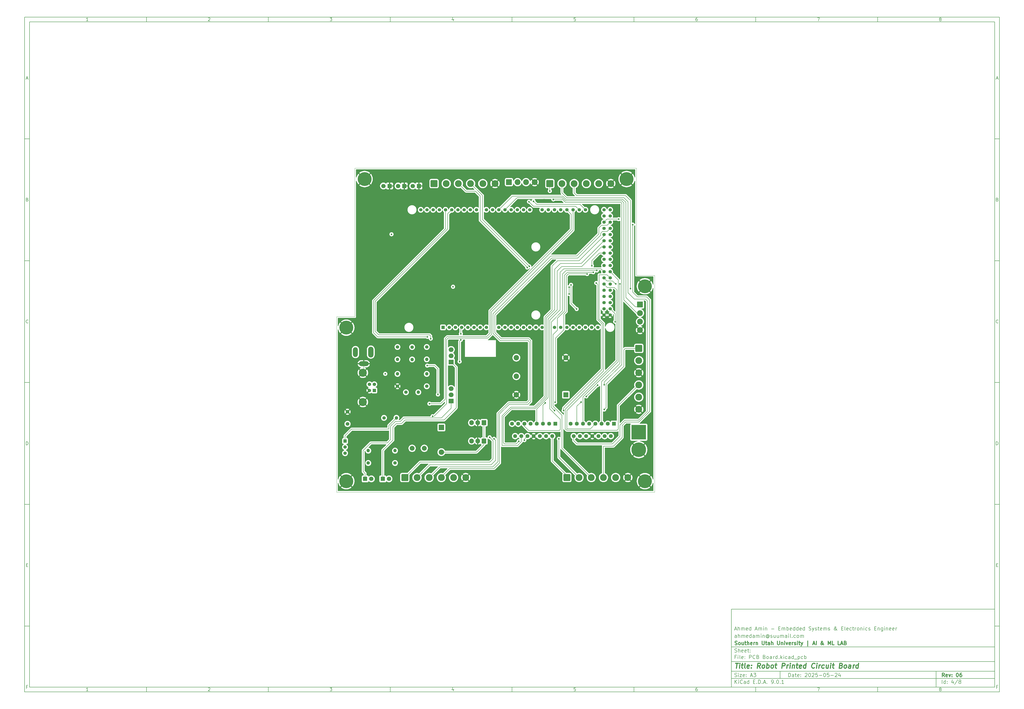
<source format=gbr>
%TF.GenerationSoftware,KiCad,Pcbnew,9.0.1*%
%TF.CreationDate,2025-05-27T23:19:40-06:00*%
%TF.ProjectId,PCB Board,50434220-426f-4617-9264-2e6b69636164,06*%
%TF.SameCoordinates,Original*%
%TF.FileFunction,Copper,L4,Bot*%
%TF.FilePolarity,Positive*%
%FSLAX46Y46*%
G04 Gerber Fmt 4.6, Leading zero omitted, Abs format (unit mm)*
G04 Created by KiCad (PCBNEW 9.0.1) date 2025-05-27 23:19:40*
%MOMM*%
%LPD*%
G01*
G04 APERTURE LIST*
G04 Aperture macros list*
%AMRoundRect*
0 Rectangle with rounded corners*
0 $1 Rounding radius*
0 $2 $3 $4 $5 $6 $7 $8 $9 X,Y pos of 4 corners*
0 Add a 4 corners polygon primitive as box body*
4,1,4,$2,$3,$4,$5,$6,$7,$8,$9,$2,$3,0*
0 Add four circle primitives for the rounded corners*
1,1,$1+$1,$2,$3*
1,1,$1+$1,$4,$5*
1,1,$1+$1,$6,$7*
1,1,$1+$1,$8,$9*
0 Add four rect primitives between the rounded corners*
20,1,$1+$1,$2,$3,$4,$5,0*
20,1,$1+$1,$4,$5,$6,$7,0*
20,1,$1+$1,$6,$7,$8,$9,0*
20,1,$1+$1,$8,$9,$2,$3,0*%
G04 Aperture macros list end*
%ADD10C,0.100000*%
%ADD11C,0.150000*%
%ADD12C,0.300000*%
%ADD13C,0.400000*%
%TA.AperFunction,ComponentPad*%
%ADD14RoundRect,0.250001X-1.149999X-1.149999X1.149999X-1.149999X1.149999X1.149999X-1.149999X1.149999X0*%
%TD*%
%TA.AperFunction,ComponentPad*%
%ADD15C,2.800000*%
%TD*%
%TA.AperFunction,ComponentPad*%
%ADD16C,5.700000*%
%TD*%
%TA.AperFunction,ComponentPad*%
%ADD17R,2.000000X1.905000*%
%TD*%
%TA.AperFunction,ComponentPad*%
%ADD18O,2.000000X1.905000*%
%TD*%
%TA.AperFunction,ComponentPad*%
%ADD19R,1.905000X2.000000*%
%TD*%
%TA.AperFunction,ComponentPad*%
%ADD20O,1.905000X2.000000*%
%TD*%
%TA.AperFunction,ComponentPad*%
%ADD21RoundRect,0.250001X-1.149999X1.149999X-1.149999X-1.149999X1.149999X-1.149999X1.149999X1.149999X0*%
%TD*%
%TA.AperFunction,ComponentPad*%
%ADD22C,1.400000*%
%TD*%
%TA.AperFunction,ComponentPad*%
%ADD23O,1.400000X1.400000*%
%TD*%
%TA.AperFunction,ComponentPad*%
%ADD24R,1.800000X1.800000*%
%TD*%
%TA.AperFunction,ComponentPad*%
%ADD25C,1.800000*%
%TD*%
%TA.AperFunction,ComponentPad*%
%ADD26C,1.358000*%
%TD*%
%TA.AperFunction,ComponentPad*%
%ADD27R,1.358000X1.358000*%
%TD*%
%TA.AperFunction,ComponentPad*%
%ADD28R,1.620000X1.620000*%
%TD*%
%TA.AperFunction,ComponentPad*%
%ADD29C,1.620000*%
%TD*%
%TA.AperFunction,ComponentPad*%
%ADD30C,1.508000*%
%TD*%
%TA.AperFunction,ComponentPad*%
%ADD31R,2.100000X2.100000*%
%TD*%
%TA.AperFunction,ComponentPad*%
%ADD32C,2.100000*%
%TD*%
%TA.AperFunction,ComponentPad*%
%ADD33C,2.200000*%
%TD*%
%TA.AperFunction,ComponentPad*%
%ADD34C,2.000000*%
%TD*%
%TA.AperFunction,ComponentPad*%
%ADD35R,1.408000X1.408000*%
%TD*%
%TA.AperFunction,ComponentPad*%
%ADD36C,1.408000*%
%TD*%
%TA.AperFunction,ComponentPad*%
%ADD37R,2.200000X2.200000*%
%TD*%
%TA.AperFunction,ComponentPad*%
%ADD38O,2.200000X2.200000*%
%TD*%
%TA.AperFunction,ComponentPad*%
%ADD39C,6.000000*%
%TD*%
%TA.AperFunction,ComponentPad*%
%ADD40R,6.000000X6.000000*%
%TD*%
%TA.AperFunction,ComponentPad*%
%ADD41RoundRect,0.250001X-0.949999X0.949999X-0.949999X-0.949999X0.949999X-0.949999X0.949999X0.949999X0*%
%TD*%
%TA.AperFunction,ComponentPad*%
%ADD42C,2.400000*%
%TD*%
%TA.AperFunction,ComponentPad*%
%ADD43RoundRect,0.250001X-0.949999X-0.949999X0.949999X-0.949999X0.949999X0.949999X-0.949999X0.949999X0*%
%TD*%
%TA.AperFunction,ComponentPad*%
%ADD44O,2.200000X4.400000*%
%TD*%
%TA.AperFunction,ComponentPad*%
%ADD45O,2.000000X4.000000*%
%TD*%
%TA.AperFunction,ComponentPad*%
%ADD46O,4.000000X2.000000*%
%TD*%
%TA.AperFunction,ComponentPad*%
%ADD47C,3.316000*%
%TD*%
%TA.AperFunction,ViaPad*%
%ADD48C,0.685800*%
%TD*%
%TA.AperFunction,Conductor*%
%ADD49C,0.200000*%
%TD*%
%TA.AperFunction,Profile*%
%ADD50C,0.038100*%
%TD*%
G04 APERTURE END LIST*
D10*
D11*
X299989000Y-253002200D02*
X407989000Y-253002200D01*
X407989000Y-285002200D01*
X299989000Y-285002200D01*
X299989000Y-253002200D01*
D10*
D11*
X10000000Y-10000000D02*
X409989000Y-10000000D01*
X409989000Y-287002200D01*
X10000000Y-287002200D01*
X10000000Y-10000000D01*
D10*
D11*
X12000000Y-12000000D02*
X407989000Y-12000000D01*
X407989000Y-285002200D01*
X12000000Y-285002200D01*
X12000000Y-12000000D01*
D10*
D11*
X60000000Y-12000000D02*
X60000000Y-10000000D01*
D10*
D11*
X110000000Y-12000000D02*
X110000000Y-10000000D01*
D10*
D11*
X160000000Y-12000000D02*
X160000000Y-10000000D01*
D10*
D11*
X210000000Y-12000000D02*
X210000000Y-10000000D01*
D10*
D11*
X260000000Y-12000000D02*
X260000000Y-10000000D01*
D10*
D11*
X310000000Y-12000000D02*
X310000000Y-10000000D01*
D10*
D11*
X360000000Y-12000000D02*
X360000000Y-10000000D01*
D10*
D11*
X36089160Y-11593604D02*
X35346303Y-11593604D01*
X35717731Y-11593604D02*
X35717731Y-10293604D01*
X35717731Y-10293604D02*
X35593922Y-10479319D01*
X35593922Y-10479319D02*
X35470112Y-10603128D01*
X35470112Y-10603128D02*
X35346303Y-10665033D01*
D10*
D11*
X85346303Y-10417414D02*
X85408207Y-10355509D01*
X85408207Y-10355509D02*
X85532017Y-10293604D01*
X85532017Y-10293604D02*
X85841541Y-10293604D01*
X85841541Y-10293604D02*
X85965350Y-10355509D01*
X85965350Y-10355509D02*
X86027255Y-10417414D01*
X86027255Y-10417414D02*
X86089160Y-10541223D01*
X86089160Y-10541223D02*
X86089160Y-10665033D01*
X86089160Y-10665033D02*
X86027255Y-10850747D01*
X86027255Y-10850747D02*
X85284398Y-11593604D01*
X85284398Y-11593604D02*
X86089160Y-11593604D01*
D10*
D11*
X135284398Y-10293604D02*
X136089160Y-10293604D01*
X136089160Y-10293604D02*
X135655826Y-10788842D01*
X135655826Y-10788842D02*
X135841541Y-10788842D01*
X135841541Y-10788842D02*
X135965350Y-10850747D01*
X135965350Y-10850747D02*
X136027255Y-10912652D01*
X136027255Y-10912652D02*
X136089160Y-11036461D01*
X136089160Y-11036461D02*
X136089160Y-11345985D01*
X136089160Y-11345985D02*
X136027255Y-11469795D01*
X136027255Y-11469795D02*
X135965350Y-11531700D01*
X135965350Y-11531700D02*
X135841541Y-11593604D01*
X135841541Y-11593604D02*
X135470112Y-11593604D01*
X135470112Y-11593604D02*
X135346303Y-11531700D01*
X135346303Y-11531700D02*
X135284398Y-11469795D01*
D10*
D11*
X185965350Y-10726938D02*
X185965350Y-11593604D01*
X185655826Y-10231700D02*
X185346303Y-11160271D01*
X185346303Y-11160271D02*
X186151064Y-11160271D01*
D10*
D11*
X236027255Y-10293604D02*
X235408207Y-10293604D01*
X235408207Y-10293604D02*
X235346303Y-10912652D01*
X235346303Y-10912652D02*
X235408207Y-10850747D01*
X235408207Y-10850747D02*
X235532017Y-10788842D01*
X235532017Y-10788842D02*
X235841541Y-10788842D01*
X235841541Y-10788842D02*
X235965350Y-10850747D01*
X235965350Y-10850747D02*
X236027255Y-10912652D01*
X236027255Y-10912652D02*
X236089160Y-11036461D01*
X236089160Y-11036461D02*
X236089160Y-11345985D01*
X236089160Y-11345985D02*
X236027255Y-11469795D01*
X236027255Y-11469795D02*
X235965350Y-11531700D01*
X235965350Y-11531700D02*
X235841541Y-11593604D01*
X235841541Y-11593604D02*
X235532017Y-11593604D01*
X235532017Y-11593604D02*
X235408207Y-11531700D01*
X235408207Y-11531700D02*
X235346303Y-11469795D01*
D10*
D11*
X285965350Y-10293604D02*
X285717731Y-10293604D01*
X285717731Y-10293604D02*
X285593922Y-10355509D01*
X285593922Y-10355509D02*
X285532017Y-10417414D01*
X285532017Y-10417414D02*
X285408207Y-10603128D01*
X285408207Y-10603128D02*
X285346303Y-10850747D01*
X285346303Y-10850747D02*
X285346303Y-11345985D01*
X285346303Y-11345985D02*
X285408207Y-11469795D01*
X285408207Y-11469795D02*
X285470112Y-11531700D01*
X285470112Y-11531700D02*
X285593922Y-11593604D01*
X285593922Y-11593604D02*
X285841541Y-11593604D01*
X285841541Y-11593604D02*
X285965350Y-11531700D01*
X285965350Y-11531700D02*
X286027255Y-11469795D01*
X286027255Y-11469795D02*
X286089160Y-11345985D01*
X286089160Y-11345985D02*
X286089160Y-11036461D01*
X286089160Y-11036461D02*
X286027255Y-10912652D01*
X286027255Y-10912652D02*
X285965350Y-10850747D01*
X285965350Y-10850747D02*
X285841541Y-10788842D01*
X285841541Y-10788842D02*
X285593922Y-10788842D01*
X285593922Y-10788842D02*
X285470112Y-10850747D01*
X285470112Y-10850747D02*
X285408207Y-10912652D01*
X285408207Y-10912652D02*
X285346303Y-11036461D01*
D10*
D11*
X335284398Y-10293604D02*
X336151064Y-10293604D01*
X336151064Y-10293604D02*
X335593922Y-11593604D01*
D10*
D11*
X385593922Y-10850747D02*
X385470112Y-10788842D01*
X385470112Y-10788842D02*
X385408207Y-10726938D01*
X385408207Y-10726938D02*
X385346303Y-10603128D01*
X385346303Y-10603128D02*
X385346303Y-10541223D01*
X385346303Y-10541223D02*
X385408207Y-10417414D01*
X385408207Y-10417414D02*
X385470112Y-10355509D01*
X385470112Y-10355509D02*
X385593922Y-10293604D01*
X385593922Y-10293604D02*
X385841541Y-10293604D01*
X385841541Y-10293604D02*
X385965350Y-10355509D01*
X385965350Y-10355509D02*
X386027255Y-10417414D01*
X386027255Y-10417414D02*
X386089160Y-10541223D01*
X386089160Y-10541223D02*
X386089160Y-10603128D01*
X386089160Y-10603128D02*
X386027255Y-10726938D01*
X386027255Y-10726938D02*
X385965350Y-10788842D01*
X385965350Y-10788842D02*
X385841541Y-10850747D01*
X385841541Y-10850747D02*
X385593922Y-10850747D01*
X385593922Y-10850747D02*
X385470112Y-10912652D01*
X385470112Y-10912652D02*
X385408207Y-10974557D01*
X385408207Y-10974557D02*
X385346303Y-11098366D01*
X385346303Y-11098366D02*
X385346303Y-11345985D01*
X385346303Y-11345985D02*
X385408207Y-11469795D01*
X385408207Y-11469795D02*
X385470112Y-11531700D01*
X385470112Y-11531700D02*
X385593922Y-11593604D01*
X385593922Y-11593604D02*
X385841541Y-11593604D01*
X385841541Y-11593604D02*
X385965350Y-11531700D01*
X385965350Y-11531700D02*
X386027255Y-11469795D01*
X386027255Y-11469795D02*
X386089160Y-11345985D01*
X386089160Y-11345985D02*
X386089160Y-11098366D01*
X386089160Y-11098366D02*
X386027255Y-10974557D01*
X386027255Y-10974557D02*
X385965350Y-10912652D01*
X385965350Y-10912652D02*
X385841541Y-10850747D01*
D10*
D11*
X60000000Y-285002200D02*
X60000000Y-287002200D01*
D10*
D11*
X110000000Y-285002200D02*
X110000000Y-287002200D01*
D10*
D11*
X160000000Y-285002200D02*
X160000000Y-287002200D01*
D10*
D11*
X210000000Y-285002200D02*
X210000000Y-287002200D01*
D10*
D11*
X260000000Y-285002200D02*
X260000000Y-287002200D01*
D10*
D11*
X310000000Y-285002200D02*
X310000000Y-287002200D01*
D10*
D11*
X360000000Y-285002200D02*
X360000000Y-287002200D01*
D10*
D11*
X36089160Y-286595804D02*
X35346303Y-286595804D01*
X35717731Y-286595804D02*
X35717731Y-285295804D01*
X35717731Y-285295804D02*
X35593922Y-285481519D01*
X35593922Y-285481519D02*
X35470112Y-285605328D01*
X35470112Y-285605328D02*
X35346303Y-285667233D01*
D10*
D11*
X85346303Y-285419614D02*
X85408207Y-285357709D01*
X85408207Y-285357709D02*
X85532017Y-285295804D01*
X85532017Y-285295804D02*
X85841541Y-285295804D01*
X85841541Y-285295804D02*
X85965350Y-285357709D01*
X85965350Y-285357709D02*
X86027255Y-285419614D01*
X86027255Y-285419614D02*
X86089160Y-285543423D01*
X86089160Y-285543423D02*
X86089160Y-285667233D01*
X86089160Y-285667233D02*
X86027255Y-285852947D01*
X86027255Y-285852947D02*
X85284398Y-286595804D01*
X85284398Y-286595804D02*
X86089160Y-286595804D01*
D10*
D11*
X135284398Y-285295804D02*
X136089160Y-285295804D01*
X136089160Y-285295804D02*
X135655826Y-285791042D01*
X135655826Y-285791042D02*
X135841541Y-285791042D01*
X135841541Y-285791042D02*
X135965350Y-285852947D01*
X135965350Y-285852947D02*
X136027255Y-285914852D01*
X136027255Y-285914852D02*
X136089160Y-286038661D01*
X136089160Y-286038661D02*
X136089160Y-286348185D01*
X136089160Y-286348185D02*
X136027255Y-286471995D01*
X136027255Y-286471995D02*
X135965350Y-286533900D01*
X135965350Y-286533900D02*
X135841541Y-286595804D01*
X135841541Y-286595804D02*
X135470112Y-286595804D01*
X135470112Y-286595804D02*
X135346303Y-286533900D01*
X135346303Y-286533900D02*
X135284398Y-286471995D01*
D10*
D11*
X185965350Y-285729138D02*
X185965350Y-286595804D01*
X185655826Y-285233900D02*
X185346303Y-286162471D01*
X185346303Y-286162471D02*
X186151064Y-286162471D01*
D10*
D11*
X236027255Y-285295804D02*
X235408207Y-285295804D01*
X235408207Y-285295804D02*
X235346303Y-285914852D01*
X235346303Y-285914852D02*
X235408207Y-285852947D01*
X235408207Y-285852947D02*
X235532017Y-285791042D01*
X235532017Y-285791042D02*
X235841541Y-285791042D01*
X235841541Y-285791042D02*
X235965350Y-285852947D01*
X235965350Y-285852947D02*
X236027255Y-285914852D01*
X236027255Y-285914852D02*
X236089160Y-286038661D01*
X236089160Y-286038661D02*
X236089160Y-286348185D01*
X236089160Y-286348185D02*
X236027255Y-286471995D01*
X236027255Y-286471995D02*
X235965350Y-286533900D01*
X235965350Y-286533900D02*
X235841541Y-286595804D01*
X235841541Y-286595804D02*
X235532017Y-286595804D01*
X235532017Y-286595804D02*
X235408207Y-286533900D01*
X235408207Y-286533900D02*
X235346303Y-286471995D01*
D10*
D11*
X285965350Y-285295804D02*
X285717731Y-285295804D01*
X285717731Y-285295804D02*
X285593922Y-285357709D01*
X285593922Y-285357709D02*
X285532017Y-285419614D01*
X285532017Y-285419614D02*
X285408207Y-285605328D01*
X285408207Y-285605328D02*
X285346303Y-285852947D01*
X285346303Y-285852947D02*
X285346303Y-286348185D01*
X285346303Y-286348185D02*
X285408207Y-286471995D01*
X285408207Y-286471995D02*
X285470112Y-286533900D01*
X285470112Y-286533900D02*
X285593922Y-286595804D01*
X285593922Y-286595804D02*
X285841541Y-286595804D01*
X285841541Y-286595804D02*
X285965350Y-286533900D01*
X285965350Y-286533900D02*
X286027255Y-286471995D01*
X286027255Y-286471995D02*
X286089160Y-286348185D01*
X286089160Y-286348185D02*
X286089160Y-286038661D01*
X286089160Y-286038661D02*
X286027255Y-285914852D01*
X286027255Y-285914852D02*
X285965350Y-285852947D01*
X285965350Y-285852947D02*
X285841541Y-285791042D01*
X285841541Y-285791042D02*
X285593922Y-285791042D01*
X285593922Y-285791042D02*
X285470112Y-285852947D01*
X285470112Y-285852947D02*
X285408207Y-285914852D01*
X285408207Y-285914852D02*
X285346303Y-286038661D01*
D10*
D11*
X335284398Y-285295804D02*
X336151064Y-285295804D01*
X336151064Y-285295804D02*
X335593922Y-286595804D01*
D10*
D11*
X385593922Y-285852947D02*
X385470112Y-285791042D01*
X385470112Y-285791042D02*
X385408207Y-285729138D01*
X385408207Y-285729138D02*
X385346303Y-285605328D01*
X385346303Y-285605328D02*
X385346303Y-285543423D01*
X385346303Y-285543423D02*
X385408207Y-285419614D01*
X385408207Y-285419614D02*
X385470112Y-285357709D01*
X385470112Y-285357709D02*
X385593922Y-285295804D01*
X385593922Y-285295804D02*
X385841541Y-285295804D01*
X385841541Y-285295804D02*
X385965350Y-285357709D01*
X385965350Y-285357709D02*
X386027255Y-285419614D01*
X386027255Y-285419614D02*
X386089160Y-285543423D01*
X386089160Y-285543423D02*
X386089160Y-285605328D01*
X386089160Y-285605328D02*
X386027255Y-285729138D01*
X386027255Y-285729138D02*
X385965350Y-285791042D01*
X385965350Y-285791042D02*
X385841541Y-285852947D01*
X385841541Y-285852947D02*
X385593922Y-285852947D01*
X385593922Y-285852947D02*
X385470112Y-285914852D01*
X385470112Y-285914852D02*
X385408207Y-285976757D01*
X385408207Y-285976757D02*
X385346303Y-286100566D01*
X385346303Y-286100566D02*
X385346303Y-286348185D01*
X385346303Y-286348185D02*
X385408207Y-286471995D01*
X385408207Y-286471995D02*
X385470112Y-286533900D01*
X385470112Y-286533900D02*
X385593922Y-286595804D01*
X385593922Y-286595804D02*
X385841541Y-286595804D01*
X385841541Y-286595804D02*
X385965350Y-286533900D01*
X385965350Y-286533900D02*
X386027255Y-286471995D01*
X386027255Y-286471995D02*
X386089160Y-286348185D01*
X386089160Y-286348185D02*
X386089160Y-286100566D01*
X386089160Y-286100566D02*
X386027255Y-285976757D01*
X386027255Y-285976757D02*
X385965350Y-285914852D01*
X385965350Y-285914852D02*
X385841541Y-285852947D01*
D10*
D11*
X10000000Y-60000000D02*
X12000000Y-60000000D01*
D10*
D11*
X10000000Y-110000000D02*
X12000000Y-110000000D01*
D10*
D11*
X10000000Y-160000000D02*
X12000000Y-160000000D01*
D10*
D11*
X10000000Y-210000000D02*
X12000000Y-210000000D01*
D10*
D11*
X10000000Y-260000000D02*
X12000000Y-260000000D01*
D10*
D11*
X10690476Y-35222176D02*
X11309523Y-35222176D01*
X10566666Y-35593604D02*
X10999999Y-34293604D01*
X10999999Y-34293604D02*
X11433333Y-35593604D01*
D10*
D11*
X11092857Y-84912652D02*
X11278571Y-84974557D01*
X11278571Y-84974557D02*
X11340476Y-85036461D01*
X11340476Y-85036461D02*
X11402380Y-85160271D01*
X11402380Y-85160271D02*
X11402380Y-85345985D01*
X11402380Y-85345985D02*
X11340476Y-85469795D01*
X11340476Y-85469795D02*
X11278571Y-85531700D01*
X11278571Y-85531700D02*
X11154761Y-85593604D01*
X11154761Y-85593604D02*
X10659523Y-85593604D01*
X10659523Y-85593604D02*
X10659523Y-84293604D01*
X10659523Y-84293604D02*
X11092857Y-84293604D01*
X11092857Y-84293604D02*
X11216666Y-84355509D01*
X11216666Y-84355509D02*
X11278571Y-84417414D01*
X11278571Y-84417414D02*
X11340476Y-84541223D01*
X11340476Y-84541223D02*
X11340476Y-84665033D01*
X11340476Y-84665033D02*
X11278571Y-84788842D01*
X11278571Y-84788842D02*
X11216666Y-84850747D01*
X11216666Y-84850747D02*
X11092857Y-84912652D01*
X11092857Y-84912652D02*
X10659523Y-84912652D01*
D10*
D11*
X11402380Y-135469795D02*
X11340476Y-135531700D01*
X11340476Y-135531700D02*
X11154761Y-135593604D01*
X11154761Y-135593604D02*
X11030952Y-135593604D01*
X11030952Y-135593604D02*
X10845238Y-135531700D01*
X10845238Y-135531700D02*
X10721428Y-135407890D01*
X10721428Y-135407890D02*
X10659523Y-135284080D01*
X10659523Y-135284080D02*
X10597619Y-135036461D01*
X10597619Y-135036461D02*
X10597619Y-134850747D01*
X10597619Y-134850747D02*
X10659523Y-134603128D01*
X10659523Y-134603128D02*
X10721428Y-134479319D01*
X10721428Y-134479319D02*
X10845238Y-134355509D01*
X10845238Y-134355509D02*
X11030952Y-134293604D01*
X11030952Y-134293604D02*
X11154761Y-134293604D01*
X11154761Y-134293604D02*
X11340476Y-134355509D01*
X11340476Y-134355509D02*
X11402380Y-134417414D01*
D10*
D11*
X10659523Y-185593604D02*
X10659523Y-184293604D01*
X10659523Y-184293604D02*
X10969047Y-184293604D01*
X10969047Y-184293604D02*
X11154761Y-184355509D01*
X11154761Y-184355509D02*
X11278571Y-184479319D01*
X11278571Y-184479319D02*
X11340476Y-184603128D01*
X11340476Y-184603128D02*
X11402380Y-184850747D01*
X11402380Y-184850747D02*
X11402380Y-185036461D01*
X11402380Y-185036461D02*
X11340476Y-185284080D01*
X11340476Y-185284080D02*
X11278571Y-185407890D01*
X11278571Y-185407890D02*
X11154761Y-185531700D01*
X11154761Y-185531700D02*
X10969047Y-185593604D01*
X10969047Y-185593604D02*
X10659523Y-185593604D01*
D10*
D11*
X10721428Y-234912652D02*
X11154762Y-234912652D01*
X11340476Y-235593604D02*
X10721428Y-235593604D01*
X10721428Y-235593604D02*
X10721428Y-234293604D01*
X10721428Y-234293604D02*
X11340476Y-234293604D01*
D10*
D11*
X11185714Y-284912652D02*
X10752380Y-284912652D01*
X10752380Y-285593604D02*
X10752380Y-284293604D01*
X10752380Y-284293604D02*
X11371428Y-284293604D01*
D10*
D11*
X409989000Y-60000000D02*
X407989000Y-60000000D01*
D10*
D11*
X409989000Y-110000000D02*
X407989000Y-110000000D01*
D10*
D11*
X409989000Y-160000000D02*
X407989000Y-160000000D01*
D10*
D11*
X409989000Y-210000000D02*
X407989000Y-210000000D01*
D10*
D11*
X409989000Y-260000000D02*
X407989000Y-260000000D01*
D10*
D11*
X408679476Y-35222176D02*
X409298523Y-35222176D01*
X408555666Y-35593604D02*
X408988999Y-34293604D01*
X408988999Y-34293604D02*
X409422333Y-35593604D01*
D10*
D11*
X409081857Y-84912652D02*
X409267571Y-84974557D01*
X409267571Y-84974557D02*
X409329476Y-85036461D01*
X409329476Y-85036461D02*
X409391380Y-85160271D01*
X409391380Y-85160271D02*
X409391380Y-85345985D01*
X409391380Y-85345985D02*
X409329476Y-85469795D01*
X409329476Y-85469795D02*
X409267571Y-85531700D01*
X409267571Y-85531700D02*
X409143761Y-85593604D01*
X409143761Y-85593604D02*
X408648523Y-85593604D01*
X408648523Y-85593604D02*
X408648523Y-84293604D01*
X408648523Y-84293604D02*
X409081857Y-84293604D01*
X409081857Y-84293604D02*
X409205666Y-84355509D01*
X409205666Y-84355509D02*
X409267571Y-84417414D01*
X409267571Y-84417414D02*
X409329476Y-84541223D01*
X409329476Y-84541223D02*
X409329476Y-84665033D01*
X409329476Y-84665033D02*
X409267571Y-84788842D01*
X409267571Y-84788842D02*
X409205666Y-84850747D01*
X409205666Y-84850747D02*
X409081857Y-84912652D01*
X409081857Y-84912652D02*
X408648523Y-84912652D01*
D10*
D11*
X409391380Y-135469795D02*
X409329476Y-135531700D01*
X409329476Y-135531700D02*
X409143761Y-135593604D01*
X409143761Y-135593604D02*
X409019952Y-135593604D01*
X409019952Y-135593604D02*
X408834238Y-135531700D01*
X408834238Y-135531700D02*
X408710428Y-135407890D01*
X408710428Y-135407890D02*
X408648523Y-135284080D01*
X408648523Y-135284080D02*
X408586619Y-135036461D01*
X408586619Y-135036461D02*
X408586619Y-134850747D01*
X408586619Y-134850747D02*
X408648523Y-134603128D01*
X408648523Y-134603128D02*
X408710428Y-134479319D01*
X408710428Y-134479319D02*
X408834238Y-134355509D01*
X408834238Y-134355509D02*
X409019952Y-134293604D01*
X409019952Y-134293604D02*
X409143761Y-134293604D01*
X409143761Y-134293604D02*
X409329476Y-134355509D01*
X409329476Y-134355509D02*
X409391380Y-134417414D01*
D10*
D11*
X408648523Y-185593604D02*
X408648523Y-184293604D01*
X408648523Y-184293604D02*
X408958047Y-184293604D01*
X408958047Y-184293604D02*
X409143761Y-184355509D01*
X409143761Y-184355509D02*
X409267571Y-184479319D01*
X409267571Y-184479319D02*
X409329476Y-184603128D01*
X409329476Y-184603128D02*
X409391380Y-184850747D01*
X409391380Y-184850747D02*
X409391380Y-185036461D01*
X409391380Y-185036461D02*
X409329476Y-185284080D01*
X409329476Y-185284080D02*
X409267571Y-185407890D01*
X409267571Y-185407890D02*
X409143761Y-185531700D01*
X409143761Y-185531700D02*
X408958047Y-185593604D01*
X408958047Y-185593604D02*
X408648523Y-185593604D01*
D10*
D11*
X408710428Y-234912652D02*
X409143762Y-234912652D01*
X409329476Y-235593604D02*
X408710428Y-235593604D01*
X408710428Y-235593604D02*
X408710428Y-234293604D01*
X408710428Y-234293604D02*
X409329476Y-234293604D01*
D10*
D11*
X409174714Y-284912652D02*
X408741380Y-284912652D01*
X408741380Y-285593604D02*
X408741380Y-284293604D01*
X408741380Y-284293604D02*
X409360428Y-284293604D01*
D10*
D11*
X323444826Y-280788328D02*
X323444826Y-279288328D01*
X323444826Y-279288328D02*
X323801969Y-279288328D01*
X323801969Y-279288328D02*
X324016255Y-279359757D01*
X324016255Y-279359757D02*
X324159112Y-279502614D01*
X324159112Y-279502614D02*
X324230541Y-279645471D01*
X324230541Y-279645471D02*
X324301969Y-279931185D01*
X324301969Y-279931185D02*
X324301969Y-280145471D01*
X324301969Y-280145471D02*
X324230541Y-280431185D01*
X324230541Y-280431185D02*
X324159112Y-280574042D01*
X324159112Y-280574042D02*
X324016255Y-280716900D01*
X324016255Y-280716900D02*
X323801969Y-280788328D01*
X323801969Y-280788328D02*
X323444826Y-280788328D01*
X325587684Y-280788328D02*
X325587684Y-280002614D01*
X325587684Y-280002614D02*
X325516255Y-279859757D01*
X325516255Y-279859757D02*
X325373398Y-279788328D01*
X325373398Y-279788328D02*
X325087684Y-279788328D01*
X325087684Y-279788328D02*
X324944826Y-279859757D01*
X325587684Y-280716900D02*
X325444826Y-280788328D01*
X325444826Y-280788328D02*
X325087684Y-280788328D01*
X325087684Y-280788328D02*
X324944826Y-280716900D01*
X324944826Y-280716900D02*
X324873398Y-280574042D01*
X324873398Y-280574042D02*
X324873398Y-280431185D01*
X324873398Y-280431185D02*
X324944826Y-280288328D01*
X324944826Y-280288328D02*
X325087684Y-280216900D01*
X325087684Y-280216900D02*
X325444826Y-280216900D01*
X325444826Y-280216900D02*
X325587684Y-280145471D01*
X326087684Y-279788328D02*
X326659112Y-279788328D01*
X326301969Y-279288328D02*
X326301969Y-280574042D01*
X326301969Y-280574042D02*
X326373398Y-280716900D01*
X326373398Y-280716900D02*
X326516255Y-280788328D01*
X326516255Y-280788328D02*
X326659112Y-280788328D01*
X327730541Y-280716900D02*
X327587684Y-280788328D01*
X327587684Y-280788328D02*
X327301970Y-280788328D01*
X327301970Y-280788328D02*
X327159112Y-280716900D01*
X327159112Y-280716900D02*
X327087684Y-280574042D01*
X327087684Y-280574042D02*
X327087684Y-280002614D01*
X327087684Y-280002614D02*
X327159112Y-279859757D01*
X327159112Y-279859757D02*
X327301970Y-279788328D01*
X327301970Y-279788328D02*
X327587684Y-279788328D01*
X327587684Y-279788328D02*
X327730541Y-279859757D01*
X327730541Y-279859757D02*
X327801970Y-280002614D01*
X327801970Y-280002614D02*
X327801970Y-280145471D01*
X327801970Y-280145471D02*
X327087684Y-280288328D01*
X328444826Y-280645471D02*
X328516255Y-280716900D01*
X328516255Y-280716900D02*
X328444826Y-280788328D01*
X328444826Y-280788328D02*
X328373398Y-280716900D01*
X328373398Y-280716900D02*
X328444826Y-280645471D01*
X328444826Y-280645471D02*
X328444826Y-280788328D01*
X328444826Y-279859757D02*
X328516255Y-279931185D01*
X328516255Y-279931185D02*
X328444826Y-280002614D01*
X328444826Y-280002614D02*
X328373398Y-279931185D01*
X328373398Y-279931185D02*
X328444826Y-279859757D01*
X328444826Y-279859757D02*
X328444826Y-280002614D01*
X330230541Y-279431185D02*
X330301969Y-279359757D01*
X330301969Y-279359757D02*
X330444827Y-279288328D01*
X330444827Y-279288328D02*
X330801969Y-279288328D01*
X330801969Y-279288328D02*
X330944827Y-279359757D01*
X330944827Y-279359757D02*
X331016255Y-279431185D01*
X331016255Y-279431185D02*
X331087684Y-279574042D01*
X331087684Y-279574042D02*
X331087684Y-279716900D01*
X331087684Y-279716900D02*
X331016255Y-279931185D01*
X331016255Y-279931185D02*
X330159112Y-280788328D01*
X330159112Y-280788328D02*
X331087684Y-280788328D01*
X332016255Y-279288328D02*
X332159112Y-279288328D01*
X332159112Y-279288328D02*
X332301969Y-279359757D01*
X332301969Y-279359757D02*
X332373398Y-279431185D01*
X332373398Y-279431185D02*
X332444826Y-279574042D01*
X332444826Y-279574042D02*
X332516255Y-279859757D01*
X332516255Y-279859757D02*
X332516255Y-280216900D01*
X332516255Y-280216900D02*
X332444826Y-280502614D01*
X332444826Y-280502614D02*
X332373398Y-280645471D01*
X332373398Y-280645471D02*
X332301969Y-280716900D01*
X332301969Y-280716900D02*
X332159112Y-280788328D01*
X332159112Y-280788328D02*
X332016255Y-280788328D01*
X332016255Y-280788328D02*
X331873398Y-280716900D01*
X331873398Y-280716900D02*
X331801969Y-280645471D01*
X331801969Y-280645471D02*
X331730540Y-280502614D01*
X331730540Y-280502614D02*
X331659112Y-280216900D01*
X331659112Y-280216900D02*
X331659112Y-279859757D01*
X331659112Y-279859757D02*
X331730540Y-279574042D01*
X331730540Y-279574042D02*
X331801969Y-279431185D01*
X331801969Y-279431185D02*
X331873398Y-279359757D01*
X331873398Y-279359757D02*
X332016255Y-279288328D01*
X333087683Y-279431185D02*
X333159111Y-279359757D01*
X333159111Y-279359757D02*
X333301969Y-279288328D01*
X333301969Y-279288328D02*
X333659111Y-279288328D01*
X333659111Y-279288328D02*
X333801969Y-279359757D01*
X333801969Y-279359757D02*
X333873397Y-279431185D01*
X333873397Y-279431185D02*
X333944826Y-279574042D01*
X333944826Y-279574042D02*
X333944826Y-279716900D01*
X333944826Y-279716900D02*
X333873397Y-279931185D01*
X333873397Y-279931185D02*
X333016254Y-280788328D01*
X333016254Y-280788328D02*
X333944826Y-280788328D01*
X335301968Y-279288328D02*
X334587682Y-279288328D01*
X334587682Y-279288328D02*
X334516254Y-280002614D01*
X334516254Y-280002614D02*
X334587682Y-279931185D01*
X334587682Y-279931185D02*
X334730540Y-279859757D01*
X334730540Y-279859757D02*
X335087682Y-279859757D01*
X335087682Y-279859757D02*
X335230540Y-279931185D01*
X335230540Y-279931185D02*
X335301968Y-280002614D01*
X335301968Y-280002614D02*
X335373397Y-280145471D01*
X335373397Y-280145471D02*
X335373397Y-280502614D01*
X335373397Y-280502614D02*
X335301968Y-280645471D01*
X335301968Y-280645471D02*
X335230540Y-280716900D01*
X335230540Y-280716900D02*
X335087682Y-280788328D01*
X335087682Y-280788328D02*
X334730540Y-280788328D01*
X334730540Y-280788328D02*
X334587682Y-280716900D01*
X334587682Y-280716900D02*
X334516254Y-280645471D01*
X336016253Y-280216900D02*
X337159111Y-280216900D01*
X338159111Y-279288328D02*
X338301968Y-279288328D01*
X338301968Y-279288328D02*
X338444825Y-279359757D01*
X338444825Y-279359757D02*
X338516254Y-279431185D01*
X338516254Y-279431185D02*
X338587682Y-279574042D01*
X338587682Y-279574042D02*
X338659111Y-279859757D01*
X338659111Y-279859757D02*
X338659111Y-280216900D01*
X338659111Y-280216900D02*
X338587682Y-280502614D01*
X338587682Y-280502614D02*
X338516254Y-280645471D01*
X338516254Y-280645471D02*
X338444825Y-280716900D01*
X338444825Y-280716900D02*
X338301968Y-280788328D01*
X338301968Y-280788328D02*
X338159111Y-280788328D01*
X338159111Y-280788328D02*
X338016254Y-280716900D01*
X338016254Y-280716900D02*
X337944825Y-280645471D01*
X337944825Y-280645471D02*
X337873396Y-280502614D01*
X337873396Y-280502614D02*
X337801968Y-280216900D01*
X337801968Y-280216900D02*
X337801968Y-279859757D01*
X337801968Y-279859757D02*
X337873396Y-279574042D01*
X337873396Y-279574042D02*
X337944825Y-279431185D01*
X337944825Y-279431185D02*
X338016254Y-279359757D01*
X338016254Y-279359757D02*
X338159111Y-279288328D01*
X340016253Y-279288328D02*
X339301967Y-279288328D01*
X339301967Y-279288328D02*
X339230539Y-280002614D01*
X339230539Y-280002614D02*
X339301967Y-279931185D01*
X339301967Y-279931185D02*
X339444825Y-279859757D01*
X339444825Y-279859757D02*
X339801967Y-279859757D01*
X339801967Y-279859757D02*
X339944825Y-279931185D01*
X339944825Y-279931185D02*
X340016253Y-280002614D01*
X340016253Y-280002614D02*
X340087682Y-280145471D01*
X340087682Y-280145471D02*
X340087682Y-280502614D01*
X340087682Y-280502614D02*
X340016253Y-280645471D01*
X340016253Y-280645471D02*
X339944825Y-280716900D01*
X339944825Y-280716900D02*
X339801967Y-280788328D01*
X339801967Y-280788328D02*
X339444825Y-280788328D01*
X339444825Y-280788328D02*
X339301967Y-280716900D01*
X339301967Y-280716900D02*
X339230539Y-280645471D01*
X340730538Y-280216900D02*
X341873396Y-280216900D01*
X342516253Y-279431185D02*
X342587681Y-279359757D01*
X342587681Y-279359757D02*
X342730539Y-279288328D01*
X342730539Y-279288328D02*
X343087681Y-279288328D01*
X343087681Y-279288328D02*
X343230539Y-279359757D01*
X343230539Y-279359757D02*
X343301967Y-279431185D01*
X343301967Y-279431185D02*
X343373396Y-279574042D01*
X343373396Y-279574042D02*
X343373396Y-279716900D01*
X343373396Y-279716900D02*
X343301967Y-279931185D01*
X343301967Y-279931185D02*
X342444824Y-280788328D01*
X342444824Y-280788328D02*
X343373396Y-280788328D01*
X344659110Y-279788328D02*
X344659110Y-280788328D01*
X344301967Y-279216900D02*
X343944824Y-280288328D01*
X343944824Y-280288328D02*
X344873395Y-280288328D01*
D10*
D11*
X299989000Y-281502200D02*
X407989000Y-281502200D01*
D10*
D11*
X301444826Y-283588328D02*
X301444826Y-282088328D01*
X302301969Y-283588328D02*
X301659112Y-282731185D01*
X302301969Y-282088328D02*
X301444826Y-282945471D01*
X302944826Y-283588328D02*
X302944826Y-282588328D01*
X302944826Y-282088328D02*
X302873398Y-282159757D01*
X302873398Y-282159757D02*
X302944826Y-282231185D01*
X302944826Y-282231185D02*
X303016255Y-282159757D01*
X303016255Y-282159757D02*
X302944826Y-282088328D01*
X302944826Y-282088328D02*
X302944826Y-282231185D01*
X304516255Y-283445471D02*
X304444827Y-283516900D01*
X304444827Y-283516900D02*
X304230541Y-283588328D01*
X304230541Y-283588328D02*
X304087684Y-283588328D01*
X304087684Y-283588328D02*
X303873398Y-283516900D01*
X303873398Y-283516900D02*
X303730541Y-283374042D01*
X303730541Y-283374042D02*
X303659112Y-283231185D01*
X303659112Y-283231185D02*
X303587684Y-282945471D01*
X303587684Y-282945471D02*
X303587684Y-282731185D01*
X303587684Y-282731185D02*
X303659112Y-282445471D01*
X303659112Y-282445471D02*
X303730541Y-282302614D01*
X303730541Y-282302614D02*
X303873398Y-282159757D01*
X303873398Y-282159757D02*
X304087684Y-282088328D01*
X304087684Y-282088328D02*
X304230541Y-282088328D01*
X304230541Y-282088328D02*
X304444827Y-282159757D01*
X304444827Y-282159757D02*
X304516255Y-282231185D01*
X305801970Y-283588328D02*
X305801970Y-282802614D01*
X305801970Y-282802614D02*
X305730541Y-282659757D01*
X305730541Y-282659757D02*
X305587684Y-282588328D01*
X305587684Y-282588328D02*
X305301970Y-282588328D01*
X305301970Y-282588328D02*
X305159112Y-282659757D01*
X305801970Y-283516900D02*
X305659112Y-283588328D01*
X305659112Y-283588328D02*
X305301970Y-283588328D01*
X305301970Y-283588328D02*
X305159112Y-283516900D01*
X305159112Y-283516900D02*
X305087684Y-283374042D01*
X305087684Y-283374042D02*
X305087684Y-283231185D01*
X305087684Y-283231185D02*
X305159112Y-283088328D01*
X305159112Y-283088328D02*
X305301970Y-283016900D01*
X305301970Y-283016900D02*
X305659112Y-283016900D01*
X305659112Y-283016900D02*
X305801970Y-282945471D01*
X307159113Y-283588328D02*
X307159113Y-282088328D01*
X307159113Y-283516900D02*
X307016255Y-283588328D01*
X307016255Y-283588328D02*
X306730541Y-283588328D01*
X306730541Y-283588328D02*
X306587684Y-283516900D01*
X306587684Y-283516900D02*
X306516255Y-283445471D01*
X306516255Y-283445471D02*
X306444827Y-283302614D01*
X306444827Y-283302614D02*
X306444827Y-282874042D01*
X306444827Y-282874042D02*
X306516255Y-282731185D01*
X306516255Y-282731185D02*
X306587684Y-282659757D01*
X306587684Y-282659757D02*
X306730541Y-282588328D01*
X306730541Y-282588328D02*
X307016255Y-282588328D01*
X307016255Y-282588328D02*
X307159113Y-282659757D01*
X309016255Y-282802614D02*
X309516255Y-282802614D01*
X309730541Y-283588328D02*
X309016255Y-283588328D01*
X309016255Y-283588328D02*
X309016255Y-282088328D01*
X309016255Y-282088328D02*
X309730541Y-282088328D01*
X310373398Y-283445471D02*
X310444827Y-283516900D01*
X310444827Y-283516900D02*
X310373398Y-283588328D01*
X310373398Y-283588328D02*
X310301970Y-283516900D01*
X310301970Y-283516900D02*
X310373398Y-283445471D01*
X310373398Y-283445471D02*
X310373398Y-283588328D01*
X311087684Y-283588328D02*
X311087684Y-282088328D01*
X311087684Y-282088328D02*
X311444827Y-282088328D01*
X311444827Y-282088328D02*
X311659113Y-282159757D01*
X311659113Y-282159757D02*
X311801970Y-282302614D01*
X311801970Y-282302614D02*
X311873399Y-282445471D01*
X311873399Y-282445471D02*
X311944827Y-282731185D01*
X311944827Y-282731185D02*
X311944827Y-282945471D01*
X311944827Y-282945471D02*
X311873399Y-283231185D01*
X311873399Y-283231185D02*
X311801970Y-283374042D01*
X311801970Y-283374042D02*
X311659113Y-283516900D01*
X311659113Y-283516900D02*
X311444827Y-283588328D01*
X311444827Y-283588328D02*
X311087684Y-283588328D01*
X312587684Y-283445471D02*
X312659113Y-283516900D01*
X312659113Y-283516900D02*
X312587684Y-283588328D01*
X312587684Y-283588328D02*
X312516256Y-283516900D01*
X312516256Y-283516900D02*
X312587684Y-283445471D01*
X312587684Y-283445471D02*
X312587684Y-283588328D01*
X313230542Y-283159757D02*
X313944828Y-283159757D01*
X313087685Y-283588328D02*
X313587685Y-282088328D01*
X313587685Y-282088328D02*
X314087685Y-283588328D01*
X314587684Y-283445471D02*
X314659113Y-283516900D01*
X314659113Y-283516900D02*
X314587684Y-283588328D01*
X314587684Y-283588328D02*
X314516256Y-283516900D01*
X314516256Y-283516900D02*
X314587684Y-283445471D01*
X314587684Y-283445471D02*
X314587684Y-283588328D01*
X316516256Y-283588328D02*
X316801970Y-283588328D01*
X316801970Y-283588328D02*
X316944827Y-283516900D01*
X316944827Y-283516900D02*
X317016256Y-283445471D01*
X317016256Y-283445471D02*
X317159113Y-283231185D01*
X317159113Y-283231185D02*
X317230542Y-282945471D01*
X317230542Y-282945471D02*
X317230542Y-282374042D01*
X317230542Y-282374042D02*
X317159113Y-282231185D01*
X317159113Y-282231185D02*
X317087685Y-282159757D01*
X317087685Y-282159757D02*
X316944827Y-282088328D01*
X316944827Y-282088328D02*
X316659113Y-282088328D01*
X316659113Y-282088328D02*
X316516256Y-282159757D01*
X316516256Y-282159757D02*
X316444827Y-282231185D01*
X316444827Y-282231185D02*
X316373399Y-282374042D01*
X316373399Y-282374042D02*
X316373399Y-282731185D01*
X316373399Y-282731185D02*
X316444827Y-282874042D01*
X316444827Y-282874042D02*
X316516256Y-282945471D01*
X316516256Y-282945471D02*
X316659113Y-283016900D01*
X316659113Y-283016900D02*
X316944827Y-283016900D01*
X316944827Y-283016900D02*
X317087685Y-282945471D01*
X317087685Y-282945471D02*
X317159113Y-282874042D01*
X317159113Y-282874042D02*
X317230542Y-282731185D01*
X317873398Y-283445471D02*
X317944827Y-283516900D01*
X317944827Y-283516900D02*
X317873398Y-283588328D01*
X317873398Y-283588328D02*
X317801970Y-283516900D01*
X317801970Y-283516900D02*
X317873398Y-283445471D01*
X317873398Y-283445471D02*
X317873398Y-283588328D01*
X318873399Y-282088328D02*
X319016256Y-282088328D01*
X319016256Y-282088328D02*
X319159113Y-282159757D01*
X319159113Y-282159757D02*
X319230542Y-282231185D01*
X319230542Y-282231185D02*
X319301970Y-282374042D01*
X319301970Y-282374042D02*
X319373399Y-282659757D01*
X319373399Y-282659757D02*
X319373399Y-283016900D01*
X319373399Y-283016900D02*
X319301970Y-283302614D01*
X319301970Y-283302614D02*
X319230542Y-283445471D01*
X319230542Y-283445471D02*
X319159113Y-283516900D01*
X319159113Y-283516900D02*
X319016256Y-283588328D01*
X319016256Y-283588328D02*
X318873399Y-283588328D01*
X318873399Y-283588328D02*
X318730542Y-283516900D01*
X318730542Y-283516900D02*
X318659113Y-283445471D01*
X318659113Y-283445471D02*
X318587684Y-283302614D01*
X318587684Y-283302614D02*
X318516256Y-283016900D01*
X318516256Y-283016900D02*
X318516256Y-282659757D01*
X318516256Y-282659757D02*
X318587684Y-282374042D01*
X318587684Y-282374042D02*
X318659113Y-282231185D01*
X318659113Y-282231185D02*
X318730542Y-282159757D01*
X318730542Y-282159757D02*
X318873399Y-282088328D01*
X320016255Y-283445471D02*
X320087684Y-283516900D01*
X320087684Y-283516900D02*
X320016255Y-283588328D01*
X320016255Y-283588328D02*
X319944827Y-283516900D01*
X319944827Y-283516900D02*
X320016255Y-283445471D01*
X320016255Y-283445471D02*
X320016255Y-283588328D01*
X321516256Y-283588328D02*
X320659113Y-283588328D01*
X321087684Y-283588328D02*
X321087684Y-282088328D01*
X321087684Y-282088328D02*
X320944827Y-282302614D01*
X320944827Y-282302614D02*
X320801970Y-282445471D01*
X320801970Y-282445471D02*
X320659113Y-282516900D01*
D10*
D11*
X299989000Y-278502200D02*
X407989000Y-278502200D01*
D10*
D12*
X387400653Y-280780528D02*
X386900653Y-280066242D01*
X386543510Y-280780528D02*
X386543510Y-279280528D01*
X386543510Y-279280528D02*
X387114939Y-279280528D01*
X387114939Y-279280528D02*
X387257796Y-279351957D01*
X387257796Y-279351957D02*
X387329225Y-279423385D01*
X387329225Y-279423385D02*
X387400653Y-279566242D01*
X387400653Y-279566242D02*
X387400653Y-279780528D01*
X387400653Y-279780528D02*
X387329225Y-279923385D01*
X387329225Y-279923385D02*
X387257796Y-279994814D01*
X387257796Y-279994814D02*
X387114939Y-280066242D01*
X387114939Y-280066242D02*
X386543510Y-280066242D01*
X388614939Y-280709100D02*
X388472082Y-280780528D01*
X388472082Y-280780528D02*
X388186368Y-280780528D01*
X388186368Y-280780528D02*
X388043510Y-280709100D01*
X388043510Y-280709100D02*
X387972082Y-280566242D01*
X387972082Y-280566242D02*
X387972082Y-279994814D01*
X387972082Y-279994814D02*
X388043510Y-279851957D01*
X388043510Y-279851957D02*
X388186368Y-279780528D01*
X388186368Y-279780528D02*
X388472082Y-279780528D01*
X388472082Y-279780528D02*
X388614939Y-279851957D01*
X388614939Y-279851957D02*
X388686368Y-279994814D01*
X388686368Y-279994814D02*
X388686368Y-280137671D01*
X388686368Y-280137671D02*
X387972082Y-280280528D01*
X389186367Y-279780528D02*
X389543510Y-280780528D01*
X389543510Y-280780528D02*
X389900653Y-279780528D01*
X390472081Y-280637671D02*
X390543510Y-280709100D01*
X390543510Y-280709100D02*
X390472081Y-280780528D01*
X390472081Y-280780528D02*
X390400653Y-280709100D01*
X390400653Y-280709100D02*
X390472081Y-280637671D01*
X390472081Y-280637671D02*
X390472081Y-280780528D01*
X390472081Y-279851957D02*
X390543510Y-279923385D01*
X390543510Y-279923385D02*
X390472081Y-279994814D01*
X390472081Y-279994814D02*
X390400653Y-279923385D01*
X390400653Y-279923385D02*
X390472081Y-279851957D01*
X390472081Y-279851957D02*
X390472081Y-279994814D01*
X392614939Y-279280528D02*
X392757796Y-279280528D01*
X392757796Y-279280528D02*
X392900653Y-279351957D01*
X392900653Y-279351957D02*
X392972082Y-279423385D01*
X392972082Y-279423385D02*
X393043510Y-279566242D01*
X393043510Y-279566242D02*
X393114939Y-279851957D01*
X393114939Y-279851957D02*
X393114939Y-280209100D01*
X393114939Y-280209100D02*
X393043510Y-280494814D01*
X393043510Y-280494814D02*
X392972082Y-280637671D01*
X392972082Y-280637671D02*
X392900653Y-280709100D01*
X392900653Y-280709100D02*
X392757796Y-280780528D01*
X392757796Y-280780528D02*
X392614939Y-280780528D01*
X392614939Y-280780528D02*
X392472082Y-280709100D01*
X392472082Y-280709100D02*
X392400653Y-280637671D01*
X392400653Y-280637671D02*
X392329224Y-280494814D01*
X392329224Y-280494814D02*
X392257796Y-280209100D01*
X392257796Y-280209100D02*
X392257796Y-279851957D01*
X392257796Y-279851957D02*
X392329224Y-279566242D01*
X392329224Y-279566242D02*
X392400653Y-279423385D01*
X392400653Y-279423385D02*
X392472082Y-279351957D01*
X392472082Y-279351957D02*
X392614939Y-279280528D01*
X394400653Y-279280528D02*
X394114938Y-279280528D01*
X394114938Y-279280528D02*
X393972081Y-279351957D01*
X393972081Y-279351957D02*
X393900653Y-279423385D01*
X393900653Y-279423385D02*
X393757795Y-279637671D01*
X393757795Y-279637671D02*
X393686367Y-279923385D01*
X393686367Y-279923385D02*
X393686367Y-280494814D01*
X393686367Y-280494814D02*
X393757795Y-280637671D01*
X393757795Y-280637671D02*
X393829224Y-280709100D01*
X393829224Y-280709100D02*
X393972081Y-280780528D01*
X393972081Y-280780528D02*
X394257795Y-280780528D01*
X394257795Y-280780528D02*
X394400653Y-280709100D01*
X394400653Y-280709100D02*
X394472081Y-280637671D01*
X394472081Y-280637671D02*
X394543510Y-280494814D01*
X394543510Y-280494814D02*
X394543510Y-280137671D01*
X394543510Y-280137671D02*
X394472081Y-279994814D01*
X394472081Y-279994814D02*
X394400653Y-279923385D01*
X394400653Y-279923385D02*
X394257795Y-279851957D01*
X394257795Y-279851957D02*
X393972081Y-279851957D01*
X393972081Y-279851957D02*
X393829224Y-279923385D01*
X393829224Y-279923385D02*
X393757795Y-279994814D01*
X393757795Y-279994814D02*
X393686367Y-280137671D01*
D10*
D11*
X301373398Y-280716900D02*
X301587684Y-280788328D01*
X301587684Y-280788328D02*
X301944826Y-280788328D01*
X301944826Y-280788328D02*
X302087684Y-280716900D01*
X302087684Y-280716900D02*
X302159112Y-280645471D01*
X302159112Y-280645471D02*
X302230541Y-280502614D01*
X302230541Y-280502614D02*
X302230541Y-280359757D01*
X302230541Y-280359757D02*
X302159112Y-280216900D01*
X302159112Y-280216900D02*
X302087684Y-280145471D01*
X302087684Y-280145471D02*
X301944826Y-280074042D01*
X301944826Y-280074042D02*
X301659112Y-280002614D01*
X301659112Y-280002614D02*
X301516255Y-279931185D01*
X301516255Y-279931185D02*
X301444826Y-279859757D01*
X301444826Y-279859757D02*
X301373398Y-279716900D01*
X301373398Y-279716900D02*
X301373398Y-279574042D01*
X301373398Y-279574042D02*
X301444826Y-279431185D01*
X301444826Y-279431185D02*
X301516255Y-279359757D01*
X301516255Y-279359757D02*
X301659112Y-279288328D01*
X301659112Y-279288328D02*
X302016255Y-279288328D01*
X302016255Y-279288328D02*
X302230541Y-279359757D01*
X302873397Y-280788328D02*
X302873397Y-279788328D01*
X302873397Y-279288328D02*
X302801969Y-279359757D01*
X302801969Y-279359757D02*
X302873397Y-279431185D01*
X302873397Y-279431185D02*
X302944826Y-279359757D01*
X302944826Y-279359757D02*
X302873397Y-279288328D01*
X302873397Y-279288328D02*
X302873397Y-279431185D01*
X303444826Y-279788328D02*
X304230541Y-279788328D01*
X304230541Y-279788328D02*
X303444826Y-280788328D01*
X303444826Y-280788328D02*
X304230541Y-280788328D01*
X305373398Y-280716900D02*
X305230541Y-280788328D01*
X305230541Y-280788328D02*
X304944827Y-280788328D01*
X304944827Y-280788328D02*
X304801969Y-280716900D01*
X304801969Y-280716900D02*
X304730541Y-280574042D01*
X304730541Y-280574042D02*
X304730541Y-280002614D01*
X304730541Y-280002614D02*
X304801969Y-279859757D01*
X304801969Y-279859757D02*
X304944827Y-279788328D01*
X304944827Y-279788328D02*
X305230541Y-279788328D01*
X305230541Y-279788328D02*
X305373398Y-279859757D01*
X305373398Y-279859757D02*
X305444827Y-280002614D01*
X305444827Y-280002614D02*
X305444827Y-280145471D01*
X305444827Y-280145471D02*
X304730541Y-280288328D01*
X306087683Y-280645471D02*
X306159112Y-280716900D01*
X306159112Y-280716900D02*
X306087683Y-280788328D01*
X306087683Y-280788328D02*
X306016255Y-280716900D01*
X306016255Y-280716900D02*
X306087683Y-280645471D01*
X306087683Y-280645471D02*
X306087683Y-280788328D01*
X306087683Y-279859757D02*
X306159112Y-279931185D01*
X306159112Y-279931185D02*
X306087683Y-280002614D01*
X306087683Y-280002614D02*
X306016255Y-279931185D01*
X306016255Y-279931185D02*
X306087683Y-279859757D01*
X306087683Y-279859757D02*
X306087683Y-280002614D01*
X307873398Y-280359757D02*
X308587684Y-280359757D01*
X307730541Y-280788328D02*
X308230541Y-279288328D01*
X308230541Y-279288328D02*
X308730541Y-280788328D01*
X309087683Y-279288328D02*
X310016255Y-279288328D01*
X310016255Y-279288328D02*
X309516255Y-279859757D01*
X309516255Y-279859757D02*
X309730540Y-279859757D01*
X309730540Y-279859757D02*
X309873398Y-279931185D01*
X309873398Y-279931185D02*
X309944826Y-280002614D01*
X309944826Y-280002614D02*
X310016255Y-280145471D01*
X310016255Y-280145471D02*
X310016255Y-280502614D01*
X310016255Y-280502614D02*
X309944826Y-280645471D01*
X309944826Y-280645471D02*
X309873398Y-280716900D01*
X309873398Y-280716900D02*
X309730540Y-280788328D01*
X309730540Y-280788328D02*
X309301969Y-280788328D01*
X309301969Y-280788328D02*
X309159112Y-280716900D01*
X309159112Y-280716900D02*
X309087683Y-280645471D01*
D10*
D11*
X386444826Y-283588328D02*
X386444826Y-282088328D01*
X387801970Y-283588328D02*
X387801970Y-282088328D01*
X387801970Y-283516900D02*
X387659112Y-283588328D01*
X387659112Y-283588328D02*
X387373398Y-283588328D01*
X387373398Y-283588328D02*
X387230541Y-283516900D01*
X387230541Y-283516900D02*
X387159112Y-283445471D01*
X387159112Y-283445471D02*
X387087684Y-283302614D01*
X387087684Y-283302614D02*
X387087684Y-282874042D01*
X387087684Y-282874042D02*
X387159112Y-282731185D01*
X387159112Y-282731185D02*
X387230541Y-282659757D01*
X387230541Y-282659757D02*
X387373398Y-282588328D01*
X387373398Y-282588328D02*
X387659112Y-282588328D01*
X387659112Y-282588328D02*
X387801970Y-282659757D01*
X388516255Y-283445471D02*
X388587684Y-283516900D01*
X388587684Y-283516900D02*
X388516255Y-283588328D01*
X388516255Y-283588328D02*
X388444827Y-283516900D01*
X388444827Y-283516900D02*
X388516255Y-283445471D01*
X388516255Y-283445471D02*
X388516255Y-283588328D01*
X388516255Y-282659757D02*
X388587684Y-282731185D01*
X388587684Y-282731185D02*
X388516255Y-282802614D01*
X388516255Y-282802614D02*
X388444827Y-282731185D01*
X388444827Y-282731185D02*
X388516255Y-282659757D01*
X388516255Y-282659757D02*
X388516255Y-282802614D01*
X391016256Y-282588328D02*
X391016256Y-283588328D01*
X390659113Y-282016900D02*
X390301970Y-283088328D01*
X390301970Y-283088328D02*
X391230541Y-283088328D01*
X392873398Y-282016900D02*
X391587684Y-283945471D01*
X393587684Y-282731185D02*
X393444827Y-282659757D01*
X393444827Y-282659757D02*
X393373398Y-282588328D01*
X393373398Y-282588328D02*
X393301970Y-282445471D01*
X393301970Y-282445471D02*
X393301970Y-282374042D01*
X393301970Y-282374042D02*
X393373398Y-282231185D01*
X393373398Y-282231185D02*
X393444827Y-282159757D01*
X393444827Y-282159757D02*
X393587684Y-282088328D01*
X393587684Y-282088328D02*
X393873398Y-282088328D01*
X393873398Y-282088328D02*
X394016256Y-282159757D01*
X394016256Y-282159757D02*
X394087684Y-282231185D01*
X394087684Y-282231185D02*
X394159113Y-282374042D01*
X394159113Y-282374042D02*
X394159113Y-282445471D01*
X394159113Y-282445471D02*
X394087684Y-282588328D01*
X394087684Y-282588328D02*
X394016256Y-282659757D01*
X394016256Y-282659757D02*
X393873398Y-282731185D01*
X393873398Y-282731185D02*
X393587684Y-282731185D01*
X393587684Y-282731185D02*
X393444827Y-282802614D01*
X393444827Y-282802614D02*
X393373398Y-282874042D01*
X393373398Y-282874042D02*
X393301970Y-283016900D01*
X393301970Y-283016900D02*
X393301970Y-283302614D01*
X393301970Y-283302614D02*
X393373398Y-283445471D01*
X393373398Y-283445471D02*
X393444827Y-283516900D01*
X393444827Y-283516900D02*
X393587684Y-283588328D01*
X393587684Y-283588328D02*
X393873398Y-283588328D01*
X393873398Y-283588328D02*
X394016256Y-283516900D01*
X394016256Y-283516900D02*
X394087684Y-283445471D01*
X394087684Y-283445471D02*
X394159113Y-283302614D01*
X394159113Y-283302614D02*
X394159113Y-283016900D01*
X394159113Y-283016900D02*
X394087684Y-282874042D01*
X394087684Y-282874042D02*
X394016256Y-282802614D01*
X394016256Y-282802614D02*
X393873398Y-282731185D01*
D10*
D11*
X299989000Y-274502200D02*
X407989000Y-274502200D01*
D10*
D13*
X301680728Y-275206638D02*
X302823585Y-275206638D01*
X302002157Y-277206638D02*
X302252157Y-275206638D01*
X303240252Y-277206638D02*
X303406919Y-275873304D01*
X303490252Y-275206638D02*
X303383109Y-275301876D01*
X303383109Y-275301876D02*
X303466443Y-275397114D01*
X303466443Y-275397114D02*
X303573586Y-275301876D01*
X303573586Y-275301876D02*
X303490252Y-275206638D01*
X303490252Y-275206638D02*
X303466443Y-275397114D01*
X304073586Y-275873304D02*
X304835490Y-275873304D01*
X304442633Y-275206638D02*
X304228348Y-276920923D01*
X304228348Y-276920923D02*
X304299776Y-277111400D01*
X304299776Y-277111400D02*
X304478348Y-277206638D01*
X304478348Y-277206638D02*
X304668824Y-277206638D01*
X305621205Y-277206638D02*
X305442633Y-277111400D01*
X305442633Y-277111400D02*
X305371205Y-276920923D01*
X305371205Y-276920923D02*
X305585490Y-275206638D01*
X307156919Y-277111400D02*
X306954538Y-277206638D01*
X306954538Y-277206638D02*
X306573585Y-277206638D01*
X306573585Y-277206638D02*
X306395014Y-277111400D01*
X306395014Y-277111400D02*
X306323585Y-276920923D01*
X306323585Y-276920923D02*
X306418824Y-276159019D01*
X306418824Y-276159019D02*
X306537871Y-275968542D01*
X306537871Y-275968542D02*
X306740252Y-275873304D01*
X306740252Y-275873304D02*
X307121204Y-275873304D01*
X307121204Y-275873304D02*
X307299776Y-275968542D01*
X307299776Y-275968542D02*
X307371204Y-276159019D01*
X307371204Y-276159019D02*
X307347395Y-276349495D01*
X307347395Y-276349495D02*
X306371204Y-276539971D01*
X308121205Y-277016161D02*
X308204538Y-277111400D01*
X308204538Y-277111400D02*
X308097395Y-277206638D01*
X308097395Y-277206638D02*
X308014062Y-277111400D01*
X308014062Y-277111400D02*
X308121205Y-277016161D01*
X308121205Y-277016161D02*
X308097395Y-277206638D01*
X308252157Y-275968542D02*
X308335490Y-276063780D01*
X308335490Y-276063780D02*
X308228348Y-276159019D01*
X308228348Y-276159019D02*
X308145014Y-276063780D01*
X308145014Y-276063780D02*
X308252157Y-275968542D01*
X308252157Y-275968542D02*
X308228348Y-276159019D01*
X311716443Y-277206638D02*
X311168824Y-276254257D01*
X310573586Y-277206638D02*
X310823586Y-275206638D01*
X310823586Y-275206638D02*
X311585491Y-275206638D01*
X311585491Y-275206638D02*
X311764062Y-275301876D01*
X311764062Y-275301876D02*
X311847396Y-275397114D01*
X311847396Y-275397114D02*
X311918824Y-275587590D01*
X311918824Y-275587590D02*
X311883110Y-275873304D01*
X311883110Y-275873304D02*
X311764062Y-276063780D01*
X311764062Y-276063780D02*
X311656920Y-276159019D01*
X311656920Y-276159019D02*
X311454539Y-276254257D01*
X311454539Y-276254257D02*
X310692634Y-276254257D01*
X312859301Y-277206638D02*
X312680729Y-277111400D01*
X312680729Y-277111400D02*
X312597396Y-277016161D01*
X312597396Y-277016161D02*
X312525967Y-276825685D01*
X312525967Y-276825685D02*
X312597396Y-276254257D01*
X312597396Y-276254257D02*
X312716443Y-276063780D01*
X312716443Y-276063780D02*
X312823586Y-275968542D01*
X312823586Y-275968542D02*
X313025967Y-275873304D01*
X313025967Y-275873304D02*
X313311681Y-275873304D01*
X313311681Y-275873304D02*
X313490253Y-275968542D01*
X313490253Y-275968542D02*
X313573586Y-276063780D01*
X313573586Y-276063780D02*
X313645015Y-276254257D01*
X313645015Y-276254257D02*
X313573586Y-276825685D01*
X313573586Y-276825685D02*
X313454539Y-277016161D01*
X313454539Y-277016161D02*
X313347396Y-277111400D01*
X313347396Y-277111400D02*
X313145015Y-277206638D01*
X313145015Y-277206638D02*
X312859301Y-277206638D01*
X314383110Y-277206638D02*
X314633110Y-275206638D01*
X314537872Y-275968542D02*
X314740253Y-275873304D01*
X314740253Y-275873304D02*
X315121205Y-275873304D01*
X315121205Y-275873304D02*
X315299777Y-275968542D01*
X315299777Y-275968542D02*
X315383110Y-276063780D01*
X315383110Y-276063780D02*
X315454539Y-276254257D01*
X315454539Y-276254257D02*
X315383110Y-276825685D01*
X315383110Y-276825685D02*
X315264063Y-277016161D01*
X315264063Y-277016161D02*
X315156920Y-277111400D01*
X315156920Y-277111400D02*
X314954539Y-277206638D01*
X314954539Y-277206638D02*
X314573586Y-277206638D01*
X314573586Y-277206638D02*
X314395015Y-277111400D01*
X316478349Y-277206638D02*
X316299777Y-277111400D01*
X316299777Y-277111400D02*
X316216444Y-277016161D01*
X316216444Y-277016161D02*
X316145015Y-276825685D01*
X316145015Y-276825685D02*
X316216444Y-276254257D01*
X316216444Y-276254257D02*
X316335491Y-276063780D01*
X316335491Y-276063780D02*
X316442634Y-275968542D01*
X316442634Y-275968542D02*
X316645015Y-275873304D01*
X316645015Y-275873304D02*
X316930729Y-275873304D01*
X316930729Y-275873304D02*
X317109301Y-275968542D01*
X317109301Y-275968542D02*
X317192634Y-276063780D01*
X317192634Y-276063780D02*
X317264063Y-276254257D01*
X317264063Y-276254257D02*
X317192634Y-276825685D01*
X317192634Y-276825685D02*
X317073587Y-277016161D01*
X317073587Y-277016161D02*
X316966444Y-277111400D01*
X316966444Y-277111400D02*
X316764063Y-277206638D01*
X316764063Y-277206638D02*
X316478349Y-277206638D01*
X317883111Y-275873304D02*
X318645015Y-275873304D01*
X318252158Y-275206638D02*
X318037873Y-276920923D01*
X318037873Y-276920923D02*
X318109301Y-277111400D01*
X318109301Y-277111400D02*
X318287873Y-277206638D01*
X318287873Y-277206638D02*
X318478349Y-277206638D01*
X320668825Y-277206638D02*
X320918825Y-275206638D01*
X320918825Y-275206638D02*
X321680730Y-275206638D01*
X321680730Y-275206638D02*
X321859301Y-275301876D01*
X321859301Y-275301876D02*
X321942635Y-275397114D01*
X321942635Y-275397114D02*
X322014063Y-275587590D01*
X322014063Y-275587590D02*
X321978349Y-275873304D01*
X321978349Y-275873304D02*
X321859301Y-276063780D01*
X321859301Y-276063780D02*
X321752159Y-276159019D01*
X321752159Y-276159019D02*
X321549778Y-276254257D01*
X321549778Y-276254257D02*
X320787873Y-276254257D01*
X322668825Y-277206638D02*
X322835492Y-275873304D01*
X322787873Y-276254257D02*
X322906920Y-276063780D01*
X322906920Y-276063780D02*
X323014063Y-275968542D01*
X323014063Y-275968542D02*
X323216444Y-275873304D01*
X323216444Y-275873304D02*
X323406920Y-275873304D01*
X323906920Y-277206638D02*
X324073587Y-275873304D01*
X324156920Y-275206638D02*
X324049777Y-275301876D01*
X324049777Y-275301876D02*
X324133111Y-275397114D01*
X324133111Y-275397114D02*
X324240254Y-275301876D01*
X324240254Y-275301876D02*
X324156920Y-275206638D01*
X324156920Y-275206638D02*
X324133111Y-275397114D01*
X325025968Y-275873304D02*
X324859301Y-277206638D01*
X325002158Y-276063780D02*
X325109301Y-275968542D01*
X325109301Y-275968542D02*
X325311682Y-275873304D01*
X325311682Y-275873304D02*
X325597396Y-275873304D01*
X325597396Y-275873304D02*
X325775968Y-275968542D01*
X325775968Y-275968542D02*
X325847396Y-276159019D01*
X325847396Y-276159019D02*
X325716444Y-277206638D01*
X326549778Y-275873304D02*
X327311682Y-275873304D01*
X326918825Y-275206638D02*
X326704540Y-276920923D01*
X326704540Y-276920923D02*
X326775968Y-277111400D01*
X326775968Y-277111400D02*
X326954540Y-277206638D01*
X326954540Y-277206638D02*
X327145016Y-277206638D01*
X328585492Y-277111400D02*
X328383111Y-277206638D01*
X328383111Y-277206638D02*
X328002158Y-277206638D01*
X328002158Y-277206638D02*
X327823587Y-277111400D01*
X327823587Y-277111400D02*
X327752158Y-276920923D01*
X327752158Y-276920923D02*
X327847397Y-276159019D01*
X327847397Y-276159019D02*
X327966444Y-275968542D01*
X327966444Y-275968542D02*
X328168825Y-275873304D01*
X328168825Y-275873304D02*
X328549777Y-275873304D01*
X328549777Y-275873304D02*
X328728349Y-275968542D01*
X328728349Y-275968542D02*
X328799777Y-276159019D01*
X328799777Y-276159019D02*
X328775968Y-276349495D01*
X328775968Y-276349495D02*
X327799777Y-276539971D01*
X330383111Y-277206638D02*
X330633111Y-275206638D01*
X330395016Y-277111400D02*
X330192635Y-277206638D01*
X330192635Y-277206638D02*
X329811683Y-277206638D01*
X329811683Y-277206638D02*
X329633111Y-277111400D01*
X329633111Y-277111400D02*
X329549778Y-277016161D01*
X329549778Y-277016161D02*
X329478349Y-276825685D01*
X329478349Y-276825685D02*
X329549778Y-276254257D01*
X329549778Y-276254257D02*
X329668825Y-276063780D01*
X329668825Y-276063780D02*
X329775968Y-275968542D01*
X329775968Y-275968542D02*
X329978349Y-275873304D01*
X329978349Y-275873304D02*
X330359302Y-275873304D01*
X330359302Y-275873304D02*
X330537873Y-275968542D01*
X334025969Y-277016161D02*
X333918826Y-277111400D01*
X333918826Y-277111400D02*
X333621207Y-277206638D01*
X333621207Y-277206638D02*
X333430731Y-277206638D01*
X333430731Y-277206638D02*
X333156921Y-277111400D01*
X333156921Y-277111400D02*
X332990255Y-276920923D01*
X332990255Y-276920923D02*
X332918826Y-276730447D01*
X332918826Y-276730447D02*
X332871207Y-276349495D01*
X332871207Y-276349495D02*
X332906921Y-276063780D01*
X332906921Y-276063780D02*
X333049778Y-275682828D01*
X333049778Y-275682828D02*
X333168826Y-275492352D01*
X333168826Y-275492352D02*
X333383112Y-275301876D01*
X333383112Y-275301876D02*
X333680731Y-275206638D01*
X333680731Y-275206638D02*
X333871207Y-275206638D01*
X333871207Y-275206638D02*
X334145017Y-275301876D01*
X334145017Y-275301876D02*
X334228350Y-275397114D01*
X334859302Y-277206638D02*
X335025969Y-275873304D01*
X335109302Y-275206638D02*
X335002159Y-275301876D01*
X335002159Y-275301876D02*
X335085493Y-275397114D01*
X335085493Y-275397114D02*
X335192636Y-275301876D01*
X335192636Y-275301876D02*
X335109302Y-275206638D01*
X335109302Y-275206638D02*
X335085493Y-275397114D01*
X335811683Y-277206638D02*
X335978350Y-275873304D01*
X335930731Y-276254257D02*
X336049778Y-276063780D01*
X336049778Y-276063780D02*
X336156921Y-275968542D01*
X336156921Y-275968542D02*
X336359302Y-275873304D01*
X336359302Y-275873304D02*
X336549778Y-275873304D01*
X337918826Y-277111400D02*
X337716445Y-277206638D01*
X337716445Y-277206638D02*
X337335493Y-277206638D01*
X337335493Y-277206638D02*
X337156921Y-277111400D01*
X337156921Y-277111400D02*
X337073588Y-277016161D01*
X337073588Y-277016161D02*
X337002159Y-276825685D01*
X337002159Y-276825685D02*
X337073588Y-276254257D01*
X337073588Y-276254257D02*
X337192635Y-276063780D01*
X337192635Y-276063780D02*
X337299778Y-275968542D01*
X337299778Y-275968542D02*
X337502159Y-275873304D01*
X337502159Y-275873304D02*
X337883112Y-275873304D01*
X337883112Y-275873304D02*
X338061683Y-275968542D01*
X339787874Y-275873304D02*
X339621207Y-277206638D01*
X338930731Y-275873304D02*
X338799779Y-276920923D01*
X338799779Y-276920923D02*
X338871207Y-277111400D01*
X338871207Y-277111400D02*
X339049779Y-277206638D01*
X339049779Y-277206638D02*
X339335493Y-277206638D01*
X339335493Y-277206638D02*
X339537874Y-277111400D01*
X339537874Y-277111400D02*
X339645017Y-277016161D01*
X340573588Y-277206638D02*
X340740255Y-275873304D01*
X340823588Y-275206638D02*
X340716445Y-275301876D01*
X340716445Y-275301876D02*
X340799779Y-275397114D01*
X340799779Y-275397114D02*
X340906922Y-275301876D01*
X340906922Y-275301876D02*
X340823588Y-275206638D01*
X340823588Y-275206638D02*
X340799779Y-275397114D01*
X341406922Y-275873304D02*
X342168826Y-275873304D01*
X341775969Y-275206638D02*
X341561684Y-276920923D01*
X341561684Y-276920923D02*
X341633112Y-277111400D01*
X341633112Y-277111400D02*
X341811684Y-277206638D01*
X341811684Y-277206638D02*
X342002160Y-277206638D01*
X344990255Y-276159019D02*
X345264065Y-276254257D01*
X345264065Y-276254257D02*
X345347398Y-276349495D01*
X345347398Y-276349495D02*
X345418827Y-276539971D01*
X345418827Y-276539971D02*
X345383112Y-276825685D01*
X345383112Y-276825685D02*
X345264065Y-277016161D01*
X345264065Y-277016161D02*
X345156922Y-277111400D01*
X345156922Y-277111400D02*
X344954541Y-277206638D01*
X344954541Y-277206638D02*
X344192636Y-277206638D01*
X344192636Y-277206638D02*
X344442636Y-275206638D01*
X344442636Y-275206638D02*
X345109303Y-275206638D01*
X345109303Y-275206638D02*
X345287874Y-275301876D01*
X345287874Y-275301876D02*
X345371208Y-275397114D01*
X345371208Y-275397114D02*
X345442636Y-275587590D01*
X345442636Y-275587590D02*
X345418827Y-275778066D01*
X345418827Y-275778066D02*
X345299779Y-275968542D01*
X345299779Y-275968542D02*
X345192636Y-276063780D01*
X345192636Y-276063780D02*
X344990255Y-276159019D01*
X344990255Y-276159019D02*
X344323589Y-276159019D01*
X346478351Y-277206638D02*
X346299779Y-277111400D01*
X346299779Y-277111400D02*
X346216446Y-277016161D01*
X346216446Y-277016161D02*
X346145017Y-276825685D01*
X346145017Y-276825685D02*
X346216446Y-276254257D01*
X346216446Y-276254257D02*
X346335493Y-276063780D01*
X346335493Y-276063780D02*
X346442636Y-275968542D01*
X346442636Y-275968542D02*
X346645017Y-275873304D01*
X346645017Y-275873304D02*
X346930731Y-275873304D01*
X346930731Y-275873304D02*
X347109303Y-275968542D01*
X347109303Y-275968542D02*
X347192636Y-276063780D01*
X347192636Y-276063780D02*
X347264065Y-276254257D01*
X347264065Y-276254257D02*
X347192636Y-276825685D01*
X347192636Y-276825685D02*
X347073589Y-277016161D01*
X347073589Y-277016161D02*
X346966446Y-277111400D01*
X346966446Y-277111400D02*
X346764065Y-277206638D01*
X346764065Y-277206638D02*
X346478351Y-277206638D01*
X348859303Y-277206638D02*
X348990255Y-276159019D01*
X348990255Y-276159019D02*
X348918827Y-275968542D01*
X348918827Y-275968542D02*
X348740255Y-275873304D01*
X348740255Y-275873304D02*
X348359303Y-275873304D01*
X348359303Y-275873304D02*
X348156922Y-275968542D01*
X348871208Y-277111400D02*
X348668827Y-277206638D01*
X348668827Y-277206638D02*
X348192636Y-277206638D01*
X348192636Y-277206638D02*
X348014065Y-277111400D01*
X348014065Y-277111400D02*
X347942636Y-276920923D01*
X347942636Y-276920923D02*
X347966446Y-276730447D01*
X347966446Y-276730447D02*
X348085494Y-276539971D01*
X348085494Y-276539971D02*
X348287875Y-276444733D01*
X348287875Y-276444733D02*
X348764065Y-276444733D01*
X348764065Y-276444733D02*
X348966446Y-276349495D01*
X349811684Y-277206638D02*
X349978351Y-275873304D01*
X349930732Y-276254257D02*
X350049779Y-276063780D01*
X350049779Y-276063780D02*
X350156922Y-275968542D01*
X350156922Y-275968542D02*
X350359303Y-275873304D01*
X350359303Y-275873304D02*
X350549779Y-275873304D01*
X351906922Y-277206638D02*
X352156922Y-275206638D01*
X351918827Y-277111400D02*
X351716446Y-277206638D01*
X351716446Y-277206638D02*
X351335494Y-277206638D01*
X351335494Y-277206638D02*
X351156922Y-277111400D01*
X351156922Y-277111400D02*
X351073589Y-277016161D01*
X351073589Y-277016161D02*
X351002160Y-276825685D01*
X351002160Y-276825685D02*
X351073589Y-276254257D01*
X351073589Y-276254257D02*
X351192636Y-276063780D01*
X351192636Y-276063780D02*
X351299779Y-275968542D01*
X351299779Y-275968542D02*
X351502160Y-275873304D01*
X351502160Y-275873304D02*
X351883113Y-275873304D01*
X351883113Y-275873304D02*
X352061684Y-275968542D01*
D10*
D11*
X301944826Y-272602614D02*
X301444826Y-272602614D01*
X301444826Y-273388328D02*
X301444826Y-271888328D01*
X301444826Y-271888328D02*
X302159112Y-271888328D01*
X302730540Y-273388328D02*
X302730540Y-272388328D01*
X302730540Y-271888328D02*
X302659112Y-271959757D01*
X302659112Y-271959757D02*
X302730540Y-272031185D01*
X302730540Y-272031185D02*
X302801969Y-271959757D01*
X302801969Y-271959757D02*
X302730540Y-271888328D01*
X302730540Y-271888328D02*
X302730540Y-272031185D01*
X303659112Y-273388328D02*
X303516255Y-273316900D01*
X303516255Y-273316900D02*
X303444826Y-273174042D01*
X303444826Y-273174042D02*
X303444826Y-271888328D01*
X304801969Y-273316900D02*
X304659112Y-273388328D01*
X304659112Y-273388328D02*
X304373398Y-273388328D01*
X304373398Y-273388328D02*
X304230540Y-273316900D01*
X304230540Y-273316900D02*
X304159112Y-273174042D01*
X304159112Y-273174042D02*
X304159112Y-272602614D01*
X304159112Y-272602614D02*
X304230540Y-272459757D01*
X304230540Y-272459757D02*
X304373398Y-272388328D01*
X304373398Y-272388328D02*
X304659112Y-272388328D01*
X304659112Y-272388328D02*
X304801969Y-272459757D01*
X304801969Y-272459757D02*
X304873398Y-272602614D01*
X304873398Y-272602614D02*
X304873398Y-272745471D01*
X304873398Y-272745471D02*
X304159112Y-272888328D01*
X305516254Y-273245471D02*
X305587683Y-273316900D01*
X305587683Y-273316900D02*
X305516254Y-273388328D01*
X305516254Y-273388328D02*
X305444826Y-273316900D01*
X305444826Y-273316900D02*
X305516254Y-273245471D01*
X305516254Y-273245471D02*
X305516254Y-273388328D01*
X305516254Y-272459757D02*
X305587683Y-272531185D01*
X305587683Y-272531185D02*
X305516254Y-272602614D01*
X305516254Y-272602614D02*
X305444826Y-272531185D01*
X305444826Y-272531185D02*
X305516254Y-272459757D01*
X305516254Y-272459757D02*
X305516254Y-272602614D01*
X307373397Y-273388328D02*
X307373397Y-271888328D01*
X307373397Y-271888328D02*
X307944826Y-271888328D01*
X307944826Y-271888328D02*
X308087683Y-271959757D01*
X308087683Y-271959757D02*
X308159112Y-272031185D01*
X308159112Y-272031185D02*
X308230540Y-272174042D01*
X308230540Y-272174042D02*
X308230540Y-272388328D01*
X308230540Y-272388328D02*
X308159112Y-272531185D01*
X308159112Y-272531185D02*
X308087683Y-272602614D01*
X308087683Y-272602614D02*
X307944826Y-272674042D01*
X307944826Y-272674042D02*
X307373397Y-272674042D01*
X309730540Y-273245471D02*
X309659112Y-273316900D01*
X309659112Y-273316900D02*
X309444826Y-273388328D01*
X309444826Y-273388328D02*
X309301969Y-273388328D01*
X309301969Y-273388328D02*
X309087683Y-273316900D01*
X309087683Y-273316900D02*
X308944826Y-273174042D01*
X308944826Y-273174042D02*
X308873397Y-273031185D01*
X308873397Y-273031185D02*
X308801969Y-272745471D01*
X308801969Y-272745471D02*
X308801969Y-272531185D01*
X308801969Y-272531185D02*
X308873397Y-272245471D01*
X308873397Y-272245471D02*
X308944826Y-272102614D01*
X308944826Y-272102614D02*
X309087683Y-271959757D01*
X309087683Y-271959757D02*
X309301969Y-271888328D01*
X309301969Y-271888328D02*
X309444826Y-271888328D01*
X309444826Y-271888328D02*
X309659112Y-271959757D01*
X309659112Y-271959757D02*
X309730540Y-272031185D01*
X310873397Y-272602614D02*
X311087683Y-272674042D01*
X311087683Y-272674042D02*
X311159112Y-272745471D01*
X311159112Y-272745471D02*
X311230540Y-272888328D01*
X311230540Y-272888328D02*
X311230540Y-273102614D01*
X311230540Y-273102614D02*
X311159112Y-273245471D01*
X311159112Y-273245471D02*
X311087683Y-273316900D01*
X311087683Y-273316900D02*
X310944826Y-273388328D01*
X310944826Y-273388328D02*
X310373397Y-273388328D01*
X310373397Y-273388328D02*
X310373397Y-271888328D01*
X310373397Y-271888328D02*
X310873397Y-271888328D01*
X310873397Y-271888328D02*
X311016255Y-271959757D01*
X311016255Y-271959757D02*
X311087683Y-272031185D01*
X311087683Y-272031185D02*
X311159112Y-272174042D01*
X311159112Y-272174042D02*
X311159112Y-272316900D01*
X311159112Y-272316900D02*
X311087683Y-272459757D01*
X311087683Y-272459757D02*
X311016255Y-272531185D01*
X311016255Y-272531185D02*
X310873397Y-272602614D01*
X310873397Y-272602614D02*
X310373397Y-272602614D01*
X313516254Y-272602614D02*
X313730540Y-272674042D01*
X313730540Y-272674042D02*
X313801969Y-272745471D01*
X313801969Y-272745471D02*
X313873397Y-272888328D01*
X313873397Y-272888328D02*
X313873397Y-273102614D01*
X313873397Y-273102614D02*
X313801969Y-273245471D01*
X313801969Y-273245471D02*
X313730540Y-273316900D01*
X313730540Y-273316900D02*
X313587683Y-273388328D01*
X313587683Y-273388328D02*
X313016254Y-273388328D01*
X313016254Y-273388328D02*
X313016254Y-271888328D01*
X313016254Y-271888328D02*
X313516254Y-271888328D01*
X313516254Y-271888328D02*
X313659112Y-271959757D01*
X313659112Y-271959757D02*
X313730540Y-272031185D01*
X313730540Y-272031185D02*
X313801969Y-272174042D01*
X313801969Y-272174042D02*
X313801969Y-272316900D01*
X313801969Y-272316900D02*
X313730540Y-272459757D01*
X313730540Y-272459757D02*
X313659112Y-272531185D01*
X313659112Y-272531185D02*
X313516254Y-272602614D01*
X313516254Y-272602614D02*
X313016254Y-272602614D01*
X314730540Y-273388328D02*
X314587683Y-273316900D01*
X314587683Y-273316900D02*
X314516254Y-273245471D01*
X314516254Y-273245471D02*
X314444826Y-273102614D01*
X314444826Y-273102614D02*
X314444826Y-272674042D01*
X314444826Y-272674042D02*
X314516254Y-272531185D01*
X314516254Y-272531185D02*
X314587683Y-272459757D01*
X314587683Y-272459757D02*
X314730540Y-272388328D01*
X314730540Y-272388328D02*
X314944826Y-272388328D01*
X314944826Y-272388328D02*
X315087683Y-272459757D01*
X315087683Y-272459757D02*
X315159112Y-272531185D01*
X315159112Y-272531185D02*
X315230540Y-272674042D01*
X315230540Y-272674042D02*
X315230540Y-273102614D01*
X315230540Y-273102614D02*
X315159112Y-273245471D01*
X315159112Y-273245471D02*
X315087683Y-273316900D01*
X315087683Y-273316900D02*
X314944826Y-273388328D01*
X314944826Y-273388328D02*
X314730540Y-273388328D01*
X316516255Y-273388328D02*
X316516255Y-272602614D01*
X316516255Y-272602614D02*
X316444826Y-272459757D01*
X316444826Y-272459757D02*
X316301969Y-272388328D01*
X316301969Y-272388328D02*
X316016255Y-272388328D01*
X316016255Y-272388328D02*
X315873397Y-272459757D01*
X316516255Y-273316900D02*
X316373397Y-273388328D01*
X316373397Y-273388328D02*
X316016255Y-273388328D01*
X316016255Y-273388328D02*
X315873397Y-273316900D01*
X315873397Y-273316900D02*
X315801969Y-273174042D01*
X315801969Y-273174042D02*
X315801969Y-273031185D01*
X315801969Y-273031185D02*
X315873397Y-272888328D01*
X315873397Y-272888328D02*
X316016255Y-272816900D01*
X316016255Y-272816900D02*
X316373397Y-272816900D01*
X316373397Y-272816900D02*
X316516255Y-272745471D01*
X317230540Y-273388328D02*
X317230540Y-272388328D01*
X317230540Y-272674042D02*
X317301969Y-272531185D01*
X317301969Y-272531185D02*
X317373398Y-272459757D01*
X317373398Y-272459757D02*
X317516255Y-272388328D01*
X317516255Y-272388328D02*
X317659112Y-272388328D01*
X318801969Y-273388328D02*
X318801969Y-271888328D01*
X318801969Y-273316900D02*
X318659111Y-273388328D01*
X318659111Y-273388328D02*
X318373397Y-273388328D01*
X318373397Y-273388328D02*
X318230540Y-273316900D01*
X318230540Y-273316900D02*
X318159111Y-273245471D01*
X318159111Y-273245471D02*
X318087683Y-273102614D01*
X318087683Y-273102614D02*
X318087683Y-272674042D01*
X318087683Y-272674042D02*
X318159111Y-272531185D01*
X318159111Y-272531185D02*
X318230540Y-272459757D01*
X318230540Y-272459757D02*
X318373397Y-272388328D01*
X318373397Y-272388328D02*
X318659111Y-272388328D01*
X318659111Y-272388328D02*
X318801969Y-272459757D01*
X319516254Y-273245471D02*
X319587683Y-273316900D01*
X319587683Y-273316900D02*
X319516254Y-273388328D01*
X319516254Y-273388328D02*
X319444826Y-273316900D01*
X319444826Y-273316900D02*
X319516254Y-273245471D01*
X319516254Y-273245471D02*
X319516254Y-273388328D01*
X320230540Y-273388328D02*
X320230540Y-271888328D01*
X320373398Y-272816900D02*
X320801969Y-273388328D01*
X320801969Y-272388328D02*
X320230540Y-272959757D01*
X321444826Y-273388328D02*
X321444826Y-272388328D01*
X321444826Y-271888328D02*
X321373398Y-271959757D01*
X321373398Y-271959757D02*
X321444826Y-272031185D01*
X321444826Y-272031185D02*
X321516255Y-271959757D01*
X321516255Y-271959757D02*
X321444826Y-271888328D01*
X321444826Y-271888328D02*
X321444826Y-272031185D01*
X322801970Y-273316900D02*
X322659112Y-273388328D01*
X322659112Y-273388328D02*
X322373398Y-273388328D01*
X322373398Y-273388328D02*
X322230541Y-273316900D01*
X322230541Y-273316900D02*
X322159112Y-273245471D01*
X322159112Y-273245471D02*
X322087684Y-273102614D01*
X322087684Y-273102614D02*
X322087684Y-272674042D01*
X322087684Y-272674042D02*
X322159112Y-272531185D01*
X322159112Y-272531185D02*
X322230541Y-272459757D01*
X322230541Y-272459757D02*
X322373398Y-272388328D01*
X322373398Y-272388328D02*
X322659112Y-272388328D01*
X322659112Y-272388328D02*
X322801970Y-272459757D01*
X324087684Y-273388328D02*
X324087684Y-272602614D01*
X324087684Y-272602614D02*
X324016255Y-272459757D01*
X324016255Y-272459757D02*
X323873398Y-272388328D01*
X323873398Y-272388328D02*
X323587684Y-272388328D01*
X323587684Y-272388328D02*
X323444826Y-272459757D01*
X324087684Y-273316900D02*
X323944826Y-273388328D01*
X323944826Y-273388328D02*
X323587684Y-273388328D01*
X323587684Y-273388328D02*
X323444826Y-273316900D01*
X323444826Y-273316900D02*
X323373398Y-273174042D01*
X323373398Y-273174042D02*
X323373398Y-273031185D01*
X323373398Y-273031185D02*
X323444826Y-272888328D01*
X323444826Y-272888328D02*
X323587684Y-272816900D01*
X323587684Y-272816900D02*
X323944826Y-272816900D01*
X323944826Y-272816900D02*
X324087684Y-272745471D01*
X325444827Y-273388328D02*
X325444827Y-271888328D01*
X325444827Y-273316900D02*
X325301969Y-273388328D01*
X325301969Y-273388328D02*
X325016255Y-273388328D01*
X325016255Y-273388328D02*
X324873398Y-273316900D01*
X324873398Y-273316900D02*
X324801969Y-273245471D01*
X324801969Y-273245471D02*
X324730541Y-273102614D01*
X324730541Y-273102614D02*
X324730541Y-272674042D01*
X324730541Y-272674042D02*
X324801969Y-272531185D01*
X324801969Y-272531185D02*
X324873398Y-272459757D01*
X324873398Y-272459757D02*
X325016255Y-272388328D01*
X325016255Y-272388328D02*
X325301969Y-272388328D01*
X325301969Y-272388328D02*
X325444827Y-272459757D01*
X325801970Y-273531185D02*
X326944827Y-273531185D01*
X327301969Y-272388328D02*
X327301969Y-273888328D01*
X327301969Y-272459757D02*
X327444827Y-272388328D01*
X327444827Y-272388328D02*
X327730541Y-272388328D01*
X327730541Y-272388328D02*
X327873398Y-272459757D01*
X327873398Y-272459757D02*
X327944827Y-272531185D01*
X327944827Y-272531185D02*
X328016255Y-272674042D01*
X328016255Y-272674042D02*
X328016255Y-273102614D01*
X328016255Y-273102614D02*
X327944827Y-273245471D01*
X327944827Y-273245471D02*
X327873398Y-273316900D01*
X327873398Y-273316900D02*
X327730541Y-273388328D01*
X327730541Y-273388328D02*
X327444827Y-273388328D01*
X327444827Y-273388328D02*
X327301969Y-273316900D01*
X329301970Y-273316900D02*
X329159112Y-273388328D01*
X329159112Y-273388328D02*
X328873398Y-273388328D01*
X328873398Y-273388328D02*
X328730541Y-273316900D01*
X328730541Y-273316900D02*
X328659112Y-273245471D01*
X328659112Y-273245471D02*
X328587684Y-273102614D01*
X328587684Y-273102614D02*
X328587684Y-272674042D01*
X328587684Y-272674042D02*
X328659112Y-272531185D01*
X328659112Y-272531185D02*
X328730541Y-272459757D01*
X328730541Y-272459757D02*
X328873398Y-272388328D01*
X328873398Y-272388328D02*
X329159112Y-272388328D01*
X329159112Y-272388328D02*
X329301970Y-272459757D01*
X329944826Y-273388328D02*
X329944826Y-271888328D01*
X329944826Y-272459757D02*
X330087684Y-272388328D01*
X330087684Y-272388328D02*
X330373398Y-272388328D01*
X330373398Y-272388328D02*
X330516255Y-272459757D01*
X330516255Y-272459757D02*
X330587684Y-272531185D01*
X330587684Y-272531185D02*
X330659112Y-272674042D01*
X330659112Y-272674042D02*
X330659112Y-273102614D01*
X330659112Y-273102614D02*
X330587684Y-273245471D01*
X330587684Y-273245471D02*
X330516255Y-273316900D01*
X330516255Y-273316900D02*
X330373398Y-273388328D01*
X330373398Y-273388328D02*
X330087684Y-273388328D01*
X330087684Y-273388328D02*
X329944826Y-273316900D01*
D10*
D11*
X299989000Y-268502200D02*
X407989000Y-268502200D01*
D10*
D11*
X301373398Y-270616900D02*
X301587684Y-270688328D01*
X301587684Y-270688328D02*
X301944826Y-270688328D01*
X301944826Y-270688328D02*
X302087684Y-270616900D01*
X302087684Y-270616900D02*
X302159112Y-270545471D01*
X302159112Y-270545471D02*
X302230541Y-270402614D01*
X302230541Y-270402614D02*
X302230541Y-270259757D01*
X302230541Y-270259757D02*
X302159112Y-270116900D01*
X302159112Y-270116900D02*
X302087684Y-270045471D01*
X302087684Y-270045471D02*
X301944826Y-269974042D01*
X301944826Y-269974042D02*
X301659112Y-269902614D01*
X301659112Y-269902614D02*
X301516255Y-269831185D01*
X301516255Y-269831185D02*
X301444826Y-269759757D01*
X301444826Y-269759757D02*
X301373398Y-269616900D01*
X301373398Y-269616900D02*
X301373398Y-269474042D01*
X301373398Y-269474042D02*
X301444826Y-269331185D01*
X301444826Y-269331185D02*
X301516255Y-269259757D01*
X301516255Y-269259757D02*
X301659112Y-269188328D01*
X301659112Y-269188328D02*
X302016255Y-269188328D01*
X302016255Y-269188328D02*
X302230541Y-269259757D01*
X302873397Y-270688328D02*
X302873397Y-269188328D01*
X303516255Y-270688328D02*
X303516255Y-269902614D01*
X303516255Y-269902614D02*
X303444826Y-269759757D01*
X303444826Y-269759757D02*
X303301969Y-269688328D01*
X303301969Y-269688328D02*
X303087683Y-269688328D01*
X303087683Y-269688328D02*
X302944826Y-269759757D01*
X302944826Y-269759757D02*
X302873397Y-269831185D01*
X304801969Y-270616900D02*
X304659112Y-270688328D01*
X304659112Y-270688328D02*
X304373398Y-270688328D01*
X304373398Y-270688328D02*
X304230540Y-270616900D01*
X304230540Y-270616900D02*
X304159112Y-270474042D01*
X304159112Y-270474042D02*
X304159112Y-269902614D01*
X304159112Y-269902614D02*
X304230540Y-269759757D01*
X304230540Y-269759757D02*
X304373398Y-269688328D01*
X304373398Y-269688328D02*
X304659112Y-269688328D01*
X304659112Y-269688328D02*
X304801969Y-269759757D01*
X304801969Y-269759757D02*
X304873398Y-269902614D01*
X304873398Y-269902614D02*
X304873398Y-270045471D01*
X304873398Y-270045471D02*
X304159112Y-270188328D01*
X306087683Y-270616900D02*
X305944826Y-270688328D01*
X305944826Y-270688328D02*
X305659112Y-270688328D01*
X305659112Y-270688328D02*
X305516254Y-270616900D01*
X305516254Y-270616900D02*
X305444826Y-270474042D01*
X305444826Y-270474042D02*
X305444826Y-269902614D01*
X305444826Y-269902614D02*
X305516254Y-269759757D01*
X305516254Y-269759757D02*
X305659112Y-269688328D01*
X305659112Y-269688328D02*
X305944826Y-269688328D01*
X305944826Y-269688328D02*
X306087683Y-269759757D01*
X306087683Y-269759757D02*
X306159112Y-269902614D01*
X306159112Y-269902614D02*
X306159112Y-270045471D01*
X306159112Y-270045471D02*
X305444826Y-270188328D01*
X306587683Y-269688328D02*
X307159111Y-269688328D01*
X306801968Y-269188328D02*
X306801968Y-270474042D01*
X306801968Y-270474042D02*
X306873397Y-270616900D01*
X306873397Y-270616900D02*
X307016254Y-270688328D01*
X307016254Y-270688328D02*
X307159111Y-270688328D01*
X307659111Y-270545471D02*
X307730540Y-270616900D01*
X307730540Y-270616900D02*
X307659111Y-270688328D01*
X307659111Y-270688328D02*
X307587683Y-270616900D01*
X307587683Y-270616900D02*
X307659111Y-270545471D01*
X307659111Y-270545471D02*
X307659111Y-270688328D01*
X307659111Y-269759757D02*
X307730540Y-269831185D01*
X307730540Y-269831185D02*
X307659111Y-269902614D01*
X307659111Y-269902614D02*
X307587683Y-269831185D01*
X307587683Y-269831185D02*
X307659111Y-269759757D01*
X307659111Y-269759757D02*
X307659111Y-269902614D01*
D10*
D12*
X301472082Y-267609100D02*
X301686368Y-267680528D01*
X301686368Y-267680528D02*
X302043510Y-267680528D01*
X302043510Y-267680528D02*
X302186368Y-267609100D01*
X302186368Y-267609100D02*
X302257796Y-267537671D01*
X302257796Y-267537671D02*
X302329225Y-267394814D01*
X302329225Y-267394814D02*
X302329225Y-267251957D01*
X302329225Y-267251957D02*
X302257796Y-267109100D01*
X302257796Y-267109100D02*
X302186368Y-267037671D01*
X302186368Y-267037671D02*
X302043510Y-266966242D01*
X302043510Y-266966242D02*
X301757796Y-266894814D01*
X301757796Y-266894814D02*
X301614939Y-266823385D01*
X301614939Y-266823385D02*
X301543510Y-266751957D01*
X301543510Y-266751957D02*
X301472082Y-266609100D01*
X301472082Y-266609100D02*
X301472082Y-266466242D01*
X301472082Y-266466242D02*
X301543510Y-266323385D01*
X301543510Y-266323385D02*
X301614939Y-266251957D01*
X301614939Y-266251957D02*
X301757796Y-266180528D01*
X301757796Y-266180528D02*
X302114939Y-266180528D01*
X302114939Y-266180528D02*
X302329225Y-266251957D01*
X303186367Y-267680528D02*
X303043510Y-267609100D01*
X303043510Y-267609100D02*
X302972081Y-267537671D01*
X302972081Y-267537671D02*
X302900653Y-267394814D01*
X302900653Y-267394814D02*
X302900653Y-266966242D01*
X302900653Y-266966242D02*
X302972081Y-266823385D01*
X302972081Y-266823385D02*
X303043510Y-266751957D01*
X303043510Y-266751957D02*
X303186367Y-266680528D01*
X303186367Y-266680528D02*
X303400653Y-266680528D01*
X303400653Y-266680528D02*
X303543510Y-266751957D01*
X303543510Y-266751957D02*
X303614939Y-266823385D01*
X303614939Y-266823385D02*
X303686367Y-266966242D01*
X303686367Y-266966242D02*
X303686367Y-267394814D01*
X303686367Y-267394814D02*
X303614939Y-267537671D01*
X303614939Y-267537671D02*
X303543510Y-267609100D01*
X303543510Y-267609100D02*
X303400653Y-267680528D01*
X303400653Y-267680528D02*
X303186367Y-267680528D01*
X304972082Y-266680528D02*
X304972082Y-267680528D01*
X304329224Y-266680528D02*
X304329224Y-267466242D01*
X304329224Y-267466242D02*
X304400653Y-267609100D01*
X304400653Y-267609100D02*
X304543510Y-267680528D01*
X304543510Y-267680528D02*
X304757796Y-267680528D01*
X304757796Y-267680528D02*
X304900653Y-267609100D01*
X304900653Y-267609100D02*
X304972082Y-267537671D01*
X305472082Y-266680528D02*
X306043510Y-266680528D01*
X305686367Y-266180528D02*
X305686367Y-267466242D01*
X305686367Y-267466242D02*
X305757796Y-267609100D01*
X305757796Y-267609100D02*
X305900653Y-267680528D01*
X305900653Y-267680528D02*
X306043510Y-267680528D01*
X306543510Y-267680528D02*
X306543510Y-266180528D01*
X307186368Y-267680528D02*
X307186368Y-266894814D01*
X307186368Y-266894814D02*
X307114939Y-266751957D01*
X307114939Y-266751957D02*
X306972082Y-266680528D01*
X306972082Y-266680528D02*
X306757796Y-266680528D01*
X306757796Y-266680528D02*
X306614939Y-266751957D01*
X306614939Y-266751957D02*
X306543510Y-266823385D01*
X308472082Y-267609100D02*
X308329225Y-267680528D01*
X308329225Y-267680528D02*
X308043511Y-267680528D01*
X308043511Y-267680528D02*
X307900653Y-267609100D01*
X307900653Y-267609100D02*
X307829225Y-267466242D01*
X307829225Y-267466242D02*
X307829225Y-266894814D01*
X307829225Y-266894814D02*
X307900653Y-266751957D01*
X307900653Y-266751957D02*
X308043511Y-266680528D01*
X308043511Y-266680528D02*
X308329225Y-266680528D01*
X308329225Y-266680528D02*
X308472082Y-266751957D01*
X308472082Y-266751957D02*
X308543511Y-266894814D01*
X308543511Y-266894814D02*
X308543511Y-267037671D01*
X308543511Y-267037671D02*
X307829225Y-267180528D01*
X309186367Y-267680528D02*
X309186367Y-266680528D01*
X309186367Y-266966242D02*
X309257796Y-266823385D01*
X309257796Y-266823385D02*
X309329225Y-266751957D01*
X309329225Y-266751957D02*
X309472082Y-266680528D01*
X309472082Y-266680528D02*
X309614939Y-266680528D01*
X310114938Y-266680528D02*
X310114938Y-267680528D01*
X310114938Y-266823385D02*
X310186367Y-266751957D01*
X310186367Y-266751957D02*
X310329224Y-266680528D01*
X310329224Y-266680528D02*
X310543510Y-266680528D01*
X310543510Y-266680528D02*
X310686367Y-266751957D01*
X310686367Y-266751957D02*
X310757796Y-266894814D01*
X310757796Y-266894814D02*
X310757796Y-267680528D01*
X312614938Y-266180528D02*
X312614938Y-267394814D01*
X312614938Y-267394814D02*
X312686367Y-267537671D01*
X312686367Y-267537671D02*
X312757796Y-267609100D01*
X312757796Y-267609100D02*
X312900653Y-267680528D01*
X312900653Y-267680528D02*
X313186367Y-267680528D01*
X313186367Y-267680528D02*
X313329224Y-267609100D01*
X313329224Y-267609100D02*
X313400653Y-267537671D01*
X313400653Y-267537671D02*
X313472081Y-267394814D01*
X313472081Y-267394814D02*
X313472081Y-266180528D01*
X313972082Y-266680528D02*
X314543510Y-266680528D01*
X314186367Y-266180528D02*
X314186367Y-267466242D01*
X314186367Y-267466242D02*
X314257796Y-267609100D01*
X314257796Y-267609100D02*
X314400653Y-267680528D01*
X314400653Y-267680528D02*
X314543510Y-267680528D01*
X315686368Y-267680528D02*
X315686368Y-266894814D01*
X315686368Y-266894814D02*
X315614939Y-266751957D01*
X315614939Y-266751957D02*
X315472082Y-266680528D01*
X315472082Y-266680528D02*
X315186368Y-266680528D01*
X315186368Y-266680528D02*
X315043510Y-266751957D01*
X315686368Y-267609100D02*
X315543510Y-267680528D01*
X315543510Y-267680528D02*
X315186368Y-267680528D01*
X315186368Y-267680528D02*
X315043510Y-267609100D01*
X315043510Y-267609100D02*
X314972082Y-267466242D01*
X314972082Y-267466242D02*
X314972082Y-267323385D01*
X314972082Y-267323385D02*
X315043510Y-267180528D01*
X315043510Y-267180528D02*
X315186368Y-267109100D01*
X315186368Y-267109100D02*
X315543510Y-267109100D01*
X315543510Y-267109100D02*
X315686368Y-267037671D01*
X316400653Y-267680528D02*
X316400653Y-266180528D01*
X317043511Y-267680528D02*
X317043511Y-266894814D01*
X317043511Y-266894814D02*
X316972082Y-266751957D01*
X316972082Y-266751957D02*
X316829225Y-266680528D01*
X316829225Y-266680528D02*
X316614939Y-266680528D01*
X316614939Y-266680528D02*
X316472082Y-266751957D01*
X316472082Y-266751957D02*
X316400653Y-266823385D01*
X318900653Y-266180528D02*
X318900653Y-267394814D01*
X318900653Y-267394814D02*
X318972082Y-267537671D01*
X318972082Y-267537671D02*
X319043511Y-267609100D01*
X319043511Y-267609100D02*
X319186368Y-267680528D01*
X319186368Y-267680528D02*
X319472082Y-267680528D01*
X319472082Y-267680528D02*
X319614939Y-267609100D01*
X319614939Y-267609100D02*
X319686368Y-267537671D01*
X319686368Y-267537671D02*
X319757796Y-267394814D01*
X319757796Y-267394814D02*
X319757796Y-266180528D01*
X320472082Y-266680528D02*
X320472082Y-267680528D01*
X320472082Y-266823385D02*
X320543511Y-266751957D01*
X320543511Y-266751957D02*
X320686368Y-266680528D01*
X320686368Y-266680528D02*
X320900654Y-266680528D01*
X320900654Y-266680528D02*
X321043511Y-266751957D01*
X321043511Y-266751957D02*
X321114940Y-266894814D01*
X321114940Y-266894814D02*
X321114940Y-267680528D01*
X321829225Y-267680528D02*
X321829225Y-266680528D01*
X321829225Y-266180528D02*
X321757797Y-266251957D01*
X321757797Y-266251957D02*
X321829225Y-266323385D01*
X321829225Y-266323385D02*
X321900654Y-266251957D01*
X321900654Y-266251957D02*
X321829225Y-266180528D01*
X321829225Y-266180528D02*
X321829225Y-266323385D01*
X322400654Y-266680528D02*
X322757797Y-267680528D01*
X322757797Y-267680528D02*
X323114940Y-266680528D01*
X324257797Y-267609100D02*
X324114940Y-267680528D01*
X324114940Y-267680528D02*
X323829226Y-267680528D01*
X323829226Y-267680528D02*
X323686368Y-267609100D01*
X323686368Y-267609100D02*
X323614940Y-267466242D01*
X323614940Y-267466242D02*
X323614940Y-266894814D01*
X323614940Y-266894814D02*
X323686368Y-266751957D01*
X323686368Y-266751957D02*
X323829226Y-266680528D01*
X323829226Y-266680528D02*
X324114940Y-266680528D01*
X324114940Y-266680528D02*
X324257797Y-266751957D01*
X324257797Y-266751957D02*
X324329226Y-266894814D01*
X324329226Y-266894814D02*
X324329226Y-267037671D01*
X324329226Y-267037671D02*
X323614940Y-267180528D01*
X324972082Y-267680528D02*
X324972082Y-266680528D01*
X324972082Y-266966242D02*
X325043511Y-266823385D01*
X325043511Y-266823385D02*
X325114940Y-266751957D01*
X325114940Y-266751957D02*
X325257797Y-266680528D01*
X325257797Y-266680528D02*
X325400654Y-266680528D01*
X325829225Y-267609100D02*
X325972082Y-267680528D01*
X325972082Y-267680528D02*
X326257796Y-267680528D01*
X326257796Y-267680528D02*
X326400653Y-267609100D01*
X326400653Y-267609100D02*
X326472082Y-267466242D01*
X326472082Y-267466242D02*
X326472082Y-267394814D01*
X326472082Y-267394814D02*
X326400653Y-267251957D01*
X326400653Y-267251957D02*
X326257796Y-267180528D01*
X326257796Y-267180528D02*
X326043511Y-267180528D01*
X326043511Y-267180528D02*
X325900653Y-267109100D01*
X325900653Y-267109100D02*
X325829225Y-266966242D01*
X325829225Y-266966242D02*
X325829225Y-266894814D01*
X325829225Y-266894814D02*
X325900653Y-266751957D01*
X325900653Y-266751957D02*
X326043511Y-266680528D01*
X326043511Y-266680528D02*
X326257796Y-266680528D01*
X326257796Y-266680528D02*
X326400653Y-266751957D01*
X327114939Y-267680528D02*
X327114939Y-266680528D01*
X327114939Y-266180528D02*
X327043511Y-266251957D01*
X327043511Y-266251957D02*
X327114939Y-266323385D01*
X327114939Y-266323385D02*
X327186368Y-266251957D01*
X327186368Y-266251957D02*
X327114939Y-266180528D01*
X327114939Y-266180528D02*
X327114939Y-266323385D01*
X327614940Y-266680528D02*
X328186368Y-266680528D01*
X327829225Y-266180528D02*
X327829225Y-267466242D01*
X327829225Y-267466242D02*
X327900654Y-267609100D01*
X327900654Y-267609100D02*
X328043511Y-267680528D01*
X328043511Y-267680528D02*
X328186368Y-267680528D01*
X328543511Y-266680528D02*
X328900654Y-267680528D01*
X329257797Y-266680528D02*
X328900654Y-267680528D01*
X328900654Y-267680528D02*
X328757797Y-268037671D01*
X328757797Y-268037671D02*
X328686368Y-268109100D01*
X328686368Y-268109100D02*
X328543511Y-268180528D01*
X331329225Y-268180528D02*
X331329225Y-266037671D01*
X333472082Y-267251957D02*
X334186368Y-267251957D01*
X333329225Y-267680528D02*
X333829225Y-266180528D01*
X333829225Y-266180528D02*
X334329225Y-267680528D01*
X334829224Y-267680528D02*
X334829224Y-266180528D01*
X337900653Y-267680528D02*
X337829225Y-267680528D01*
X337829225Y-267680528D02*
X337686367Y-267609100D01*
X337686367Y-267609100D02*
X337472082Y-267394814D01*
X337472082Y-267394814D02*
X337114939Y-266966242D01*
X337114939Y-266966242D02*
X336972082Y-266751957D01*
X336972082Y-266751957D02*
X336900653Y-266537671D01*
X336900653Y-266537671D02*
X336900653Y-266394814D01*
X336900653Y-266394814D02*
X336972082Y-266251957D01*
X336972082Y-266251957D02*
X337114939Y-266180528D01*
X337114939Y-266180528D02*
X337186367Y-266180528D01*
X337186367Y-266180528D02*
X337329225Y-266251957D01*
X337329225Y-266251957D02*
X337400653Y-266394814D01*
X337400653Y-266394814D02*
X337400653Y-266466242D01*
X337400653Y-266466242D02*
X337329225Y-266609100D01*
X337329225Y-266609100D02*
X337257796Y-266680528D01*
X337257796Y-266680528D02*
X336829225Y-266966242D01*
X336829225Y-266966242D02*
X336757796Y-267037671D01*
X336757796Y-267037671D02*
X336686367Y-267180528D01*
X336686367Y-267180528D02*
X336686367Y-267394814D01*
X336686367Y-267394814D02*
X336757796Y-267537671D01*
X336757796Y-267537671D02*
X336829225Y-267609100D01*
X336829225Y-267609100D02*
X336972082Y-267680528D01*
X336972082Y-267680528D02*
X337186367Y-267680528D01*
X337186367Y-267680528D02*
X337329225Y-267609100D01*
X337329225Y-267609100D02*
X337400653Y-267537671D01*
X337400653Y-267537671D02*
X337614939Y-267251957D01*
X337614939Y-267251957D02*
X337686367Y-267037671D01*
X337686367Y-267037671D02*
X337686367Y-266894814D01*
X339686367Y-267680528D02*
X339686367Y-266180528D01*
X339686367Y-266180528D02*
X340186367Y-267251957D01*
X340186367Y-267251957D02*
X340686367Y-266180528D01*
X340686367Y-266180528D02*
X340686367Y-267680528D01*
X342114939Y-267680528D02*
X341400653Y-267680528D01*
X341400653Y-267680528D02*
X341400653Y-266180528D01*
X344472082Y-267680528D02*
X343757796Y-267680528D01*
X343757796Y-267680528D02*
X343757796Y-266180528D01*
X344900654Y-267251957D02*
X345614940Y-267251957D01*
X344757797Y-267680528D02*
X345257797Y-266180528D01*
X345257797Y-266180528D02*
X345757797Y-267680528D01*
X346757796Y-266894814D02*
X346972082Y-266966242D01*
X346972082Y-266966242D02*
X347043511Y-267037671D01*
X347043511Y-267037671D02*
X347114939Y-267180528D01*
X347114939Y-267180528D02*
X347114939Y-267394814D01*
X347114939Y-267394814D02*
X347043511Y-267537671D01*
X347043511Y-267537671D02*
X346972082Y-267609100D01*
X346972082Y-267609100D02*
X346829225Y-267680528D01*
X346829225Y-267680528D02*
X346257796Y-267680528D01*
X346257796Y-267680528D02*
X346257796Y-266180528D01*
X346257796Y-266180528D02*
X346757796Y-266180528D01*
X346757796Y-266180528D02*
X346900654Y-266251957D01*
X346900654Y-266251957D02*
X346972082Y-266323385D01*
X346972082Y-266323385D02*
X347043511Y-266466242D01*
X347043511Y-266466242D02*
X347043511Y-266609100D01*
X347043511Y-266609100D02*
X346972082Y-266751957D01*
X346972082Y-266751957D02*
X346900654Y-266823385D01*
X346900654Y-266823385D02*
X346757796Y-266894814D01*
X346757796Y-266894814D02*
X346257796Y-266894814D01*
D10*
D11*
X302087684Y-264688328D02*
X302087684Y-263902614D01*
X302087684Y-263902614D02*
X302016255Y-263759757D01*
X302016255Y-263759757D02*
X301873398Y-263688328D01*
X301873398Y-263688328D02*
X301587684Y-263688328D01*
X301587684Y-263688328D02*
X301444826Y-263759757D01*
X302087684Y-264616900D02*
X301944826Y-264688328D01*
X301944826Y-264688328D02*
X301587684Y-264688328D01*
X301587684Y-264688328D02*
X301444826Y-264616900D01*
X301444826Y-264616900D02*
X301373398Y-264474042D01*
X301373398Y-264474042D02*
X301373398Y-264331185D01*
X301373398Y-264331185D02*
X301444826Y-264188328D01*
X301444826Y-264188328D02*
X301587684Y-264116900D01*
X301587684Y-264116900D02*
X301944826Y-264116900D01*
X301944826Y-264116900D02*
X302087684Y-264045471D01*
X302801969Y-264688328D02*
X302801969Y-263188328D01*
X303444827Y-264688328D02*
X303444827Y-263902614D01*
X303444827Y-263902614D02*
X303373398Y-263759757D01*
X303373398Y-263759757D02*
X303230541Y-263688328D01*
X303230541Y-263688328D02*
X303016255Y-263688328D01*
X303016255Y-263688328D02*
X302873398Y-263759757D01*
X302873398Y-263759757D02*
X302801969Y-263831185D01*
X304159112Y-264688328D02*
X304159112Y-263688328D01*
X304159112Y-263831185D02*
X304230541Y-263759757D01*
X304230541Y-263759757D02*
X304373398Y-263688328D01*
X304373398Y-263688328D02*
X304587684Y-263688328D01*
X304587684Y-263688328D02*
X304730541Y-263759757D01*
X304730541Y-263759757D02*
X304801970Y-263902614D01*
X304801970Y-263902614D02*
X304801970Y-264688328D01*
X304801970Y-263902614D02*
X304873398Y-263759757D01*
X304873398Y-263759757D02*
X305016255Y-263688328D01*
X305016255Y-263688328D02*
X305230541Y-263688328D01*
X305230541Y-263688328D02*
X305373398Y-263759757D01*
X305373398Y-263759757D02*
X305444827Y-263902614D01*
X305444827Y-263902614D02*
X305444827Y-264688328D01*
X306730541Y-264616900D02*
X306587684Y-264688328D01*
X306587684Y-264688328D02*
X306301970Y-264688328D01*
X306301970Y-264688328D02*
X306159112Y-264616900D01*
X306159112Y-264616900D02*
X306087684Y-264474042D01*
X306087684Y-264474042D02*
X306087684Y-263902614D01*
X306087684Y-263902614D02*
X306159112Y-263759757D01*
X306159112Y-263759757D02*
X306301970Y-263688328D01*
X306301970Y-263688328D02*
X306587684Y-263688328D01*
X306587684Y-263688328D02*
X306730541Y-263759757D01*
X306730541Y-263759757D02*
X306801970Y-263902614D01*
X306801970Y-263902614D02*
X306801970Y-264045471D01*
X306801970Y-264045471D02*
X306087684Y-264188328D01*
X308087684Y-264688328D02*
X308087684Y-263188328D01*
X308087684Y-264616900D02*
X307944826Y-264688328D01*
X307944826Y-264688328D02*
X307659112Y-264688328D01*
X307659112Y-264688328D02*
X307516255Y-264616900D01*
X307516255Y-264616900D02*
X307444826Y-264545471D01*
X307444826Y-264545471D02*
X307373398Y-264402614D01*
X307373398Y-264402614D02*
X307373398Y-263974042D01*
X307373398Y-263974042D02*
X307444826Y-263831185D01*
X307444826Y-263831185D02*
X307516255Y-263759757D01*
X307516255Y-263759757D02*
X307659112Y-263688328D01*
X307659112Y-263688328D02*
X307944826Y-263688328D01*
X307944826Y-263688328D02*
X308087684Y-263759757D01*
X309444827Y-264688328D02*
X309444827Y-263902614D01*
X309444827Y-263902614D02*
X309373398Y-263759757D01*
X309373398Y-263759757D02*
X309230541Y-263688328D01*
X309230541Y-263688328D02*
X308944827Y-263688328D01*
X308944827Y-263688328D02*
X308801969Y-263759757D01*
X309444827Y-264616900D02*
X309301969Y-264688328D01*
X309301969Y-264688328D02*
X308944827Y-264688328D01*
X308944827Y-264688328D02*
X308801969Y-264616900D01*
X308801969Y-264616900D02*
X308730541Y-264474042D01*
X308730541Y-264474042D02*
X308730541Y-264331185D01*
X308730541Y-264331185D02*
X308801969Y-264188328D01*
X308801969Y-264188328D02*
X308944827Y-264116900D01*
X308944827Y-264116900D02*
X309301969Y-264116900D01*
X309301969Y-264116900D02*
X309444827Y-264045471D01*
X310159112Y-264688328D02*
X310159112Y-263688328D01*
X310159112Y-263831185D02*
X310230541Y-263759757D01*
X310230541Y-263759757D02*
X310373398Y-263688328D01*
X310373398Y-263688328D02*
X310587684Y-263688328D01*
X310587684Y-263688328D02*
X310730541Y-263759757D01*
X310730541Y-263759757D02*
X310801970Y-263902614D01*
X310801970Y-263902614D02*
X310801970Y-264688328D01*
X310801970Y-263902614D02*
X310873398Y-263759757D01*
X310873398Y-263759757D02*
X311016255Y-263688328D01*
X311016255Y-263688328D02*
X311230541Y-263688328D01*
X311230541Y-263688328D02*
X311373398Y-263759757D01*
X311373398Y-263759757D02*
X311444827Y-263902614D01*
X311444827Y-263902614D02*
X311444827Y-264688328D01*
X312159112Y-264688328D02*
X312159112Y-263688328D01*
X312159112Y-263188328D02*
X312087684Y-263259757D01*
X312087684Y-263259757D02*
X312159112Y-263331185D01*
X312159112Y-263331185D02*
X312230541Y-263259757D01*
X312230541Y-263259757D02*
X312159112Y-263188328D01*
X312159112Y-263188328D02*
X312159112Y-263331185D01*
X312873398Y-263688328D02*
X312873398Y-264688328D01*
X312873398Y-263831185D02*
X312944827Y-263759757D01*
X312944827Y-263759757D02*
X313087684Y-263688328D01*
X313087684Y-263688328D02*
X313301970Y-263688328D01*
X313301970Y-263688328D02*
X313444827Y-263759757D01*
X313444827Y-263759757D02*
X313516256Y-263902614D01*
X313516256Y-263902614D02*
X313516256Y-264688328D01*
X315159113Y-263974042D02*
X315087684Y-263902614D01*
X315087684Y-263902614D02*
X314944827Y-263831185D01*
X314944827Y-263831185D02*
X314801970Y-263831185D01*
X314801970Y-263831185D02*
X314659113Y-263902614D01*
X314659113Y-263902614D02*
X314587684Y-263974042D01*
X314587684Y-263974042D02*
X314516256Y-264116900D01*
X314516256Y-264116900D02*
X314516256Y-264259757D01*
X314516256Y-264259757D02*
X314587684Y-264402614D01*
X314587684Y-264402614D02*
X314659113Y-264474042D01*
X314659113Y-264474042D02*
X314801970Y-264545471D01*
X314801970Y-264545471D02*
X314944827Y-264545471D01*
X314944827Y-264545471D02*
X315087684Y-264474042D01*
X315087684Y-264474042D02*
X315159113Y-264402614D01*
X315159113Y-263831185D02*
X315159113Y-264402614D01*
X315159113Y-264402614D02*
X315230541Y-264474042D01*
X315230541Y-264474042D02*
X315301970Y-264474042D01*
X315301970Y-264474042D02*
X315444827Y-264402614D01*
X315444827Y-264402614D02*
X315516256Y-264259757D01*
X315516256Y-264259757D02*
X315516256Y-263902614D01*
X315516256Y-263902614D02*
X315373399Y-263688328D01*
X315373399Y-263688328D02*
X315159113Y-263545471D01*
X315159113Y-263545471D02*
X314873399Y-263474042D01*
X314873399Y-263474042D02*
X314587684Y-263545471D01*
X314587684Y-263545471D02*
X314373399Y-263688328D01*
X314373399Y-263688328D02*
X314230541Y-263902614D01*
X314230541Y-263902614D02*
X314159113Y-264188328D01*
X314159113Y-264188328D02*
X314230541Y-264474042D01*
X314230541Y-264474042D02*
X314373399Y-264688328D01*
X314373399Y-264688328D02*
X314587684Y-264831185D01*
X314587684Y-264831185D02*
X314873399Y-264902614D01*
X314873399Y-264902614D02*
X315159113Y-264831185D01*
X315159113Y-264831185D02*
X315373399Y-264688328D01*
X316087684Y-264616900D02*
X316230541Y-264688328D01*
X316230541Y-264688328D02*
X316516255Y-264688328D01*
X316516255Y-264688328D02*
X316659112Y-264616900D01*
X316659112Y-264616900D02*
X316730541Y-264474042D01*
X316730541Y-264474042D02*
X316730541Y-264402614D01*
X316730541Y-264402614D02*
X316659112Y-264259757D01*
X316659112Y-264259757D02*
X316516255Y-264188328D01*
X316516255Y-264188328D02*
X316301970Y-264188328D01*
X316301970Y-264188328D02*
X316159112Y-264116900D01*
X316159112Y-264116900D02*
X316087684Y-263974042D01*
X316087684Y-263974042D02*
X316087684Y-263902614D01*
X316087684Y-263902614D02*
X316159112Y-263759757D01*
X316159112Y-263759757D02*
X316301970Y-263688328D01*
X316301970Y-263688328D02*
X316516255Y-263688328D01*
X316516255Y-263688328D02*
X316659112Y-263759757D01*
X318016256Y-263688328D02*
X318016256Y-264688328D01*
X317373398Y-263688328D02*
X317373398Y-264474042D01*
X317373398Y-264474042D02*
X317444827Y-264616900D01*
X317444827Y-264616900D02*
X317587684Y-264688328D01*
X317587684Y-264688328D02*
X317801970Y-264688328D01*
X317801970Y-264688328D02*
X317944827Y-264616900D01*
X317944827Y-264616900D02*
X318016256Y-264545471D01*
X319373399Y-263688328D02*
X319373399Y-264688328D01*
X318730541Y-263688328D02*
X318730541Y-264474042D01*
X318730541Y-264474042D02*
X318801970Y-264616900D01*
X318801970Y-264616900D02*
X318944827Y-264688328D01*
X318944827Y-264688328D02*
X319159113Y-264688328D01*
X319159113Y-264688328D02*
X319301970Y-264616900D01*
X319301970Y-264616900D02*
X319373399Y-264545471D01*
X320087684Y-264688328D02*
X320087684Y-263688328D01*
X320087684Y-263831185D02*
X320159113Y-263759757D01*
X320159113Y-263759757D02*
X320301970Y-263688328D01*
X320301970Y-263688328D02*
X320516256Y-263688328D01*
X320516256Y-263688328D02*
X320659113Y-263759757D01*
X320659113Y-263759757D02*
X320730542Y-263902614D01*
X320730542Y-263902614D02*
X320730542Y-264688328D01*
X320730542Y-263902614D02*
X320801970Y-263759757D01*
X320801970Y-263759757D02*
X320944827Y-263688328D01*
X320944827Y-263688328D02*
X321159113Y-263688328D01*
X321159113Y-263688328D02*
X321301970Y-263759757D01*
X321301970Y-263759757D02*
X321373399Y-263902614D01*
X321373399Y-263902614D02*
X321373399Y-264688328D01*
X322730542Y-264688328D02*
X322730542Y-263902614D01*
X322730542Y-263902614D02*
X322659113Y-263759757D01*
X322659113Y-263759757D02*
X322516256Y-263688328D01*
X322516256Y-263688328D02*
X322230542Y-263688328D01*
X322230542Y-263688328D02*
X322087684Y-263759757D01*
X322730542Y-264616900D02*
X322587684Y-264688328D01*
X322587684Y-264688328D02*
X322230542Y-264688328D01*
X322230542Y-264688328D02*
X322087684Y-264616900D01*
X322087684Y-264616900D02*
X322016256Y-264474042D01*
X322016256Y-264474042D02*
X322016256Y-264331185D01*
X322016256Y-264331185D02*
X322087684Y-264188328D01*
X322087684Y-264188328D02*
X322230542Y-264116900D01*
X322230542Y-264116900D02*
X322587684Y-264116900D01*
X322587684Y-264116900D02*
X322730542Y-264045471D01*
X323444827Y-264688328D02*
X323444827Y-263688328D01*
X323444827Y-263188328D02*
X323373399Y-263259757D01*
X323373399Y-263259757D02*
X323444827Y-263331185D01*
X323444827Y-263331185D02*
X323516256Y-263259757D01*
X323516256Y-263259757D02*
X323444827Y-263188328D01*
X323444827Y-263188328D02*
X323444827Y-263331185D01*
X324373399Y-264688328D02*
X324230542Y-264616900D01*
X324230542Y-264616900D02*
X324159113Y-264474042D01*
X324159113Y-264474042D02*
X324159113Y-263188328D01*
X324944827Y-264545471D02*
X325016256Y-264616900D01*
X325016256Y-264616900D02*
X324944827Y-264688328D01*
X324944827Y-264688328D02*
X324873399Y-264616900D01*
X324873399Y-264616900D02*
X324944827Y-264545471D01*
X324944827Y-264545471D02*
X324944827Y-264688328D01*
X326301971Y-264616900D02*
X326159113Y-264688328D01*
X326159113Y-264688328D02*
X325873399Y-264688328D01*
X325873399Y-264688328D02*
X325730542Y-264616900D01*
X325730542Y-264616900D02*
X325659113Y-264545471D01*
X325659113Y-264545471D02*
X325587685Y-264402614D01*
X325587685Y-264402614D02*
X325587685Y-263974042D01*
X325587685Y-263974042D02*
X325659113Y-263831185D01*
X325659113Y-263831185D02*
X325730542Y-263759757D01*
X325730542Y-263759757D02*
X325873399Y-263688328D01*
X325873399Y-263688328D02*
X326159113Y-263688328D01*
X326159113Y-263688328D02*
X326301971Y-263759757D01*
X327159113Y-264688328D02*
X327016256Y-264616900D01*
X327016256Y-264616900D02*
X326944827Y-264545471D01*
X326944827Y-264545471D02*
X326873399Y-264402614D01*
X326873399Y-264402614D02*
X326873399Y-263974042D01*
X326873399Y-263974042D02*
X326944827Y-263831185D01*
X326944827Y-263831185D02*
X327016256Y-263759757D01*
X327016256Y-263759757D02*
X327159113Y-263688328D01*
X327159113Y-263688328D02*
X327373399Y-263688328D01*
X327373399Y-263688328D02*
X327516256Y-263759757D01*
X327516256Y-263759757D02*
X327587685Y-263831185D01*
X327587685Y-263831185D02*
X327659113Y-263974042D01*
X327659113Y-263974042D02*
X327659113Y-264402614D01*
X327659113Y-264402614D02*
X327587685Y-264545471D01*
X327587685Y-264545471D02*
X327516256Y-264616900D01*
X327516256Y-264616900D02*
X327373399Y-264688328D01*
X327373399Y-264688328D02*
X327159113Y-264688328D01*
X328301970Y-264688328D02*
X328301970Y-263688328D01*
X328301970Y-263831185D02*
X328373399Y-263759757D01*
X328373399Y-263759757D02*
X328516256Y-263688328D01*
X328516256Y-263688328D02*
X328730542Y-263688328D01*
X328730542Y-263688328D02*
X328873399Y-263759757D01*
X328873399Y-263759757D02*
X328944828Y-263902614D01*
X328944828Y-263902614D02*
X328944828Y-264688328D01*
X328944828Y-263902614D02*
X329016256Y-263759757D01*
X329016256Y-263759757D02*
X329159113Y-263688328D01*
X329159113Y-263688328D02*
X329373399Y-263688328D01*
X329373399Y-263688328D02*
X329516256Y-263759757D01*
X329516256Y-263759757D02*
X329587685Y-263902614D01*
X329587685Y-263902614D02*
X329587685Y-264688328D01*
D10*
D11*
X301373398Y-261259757D02*
X302087684Y-261259757D01*
X301230541Y-261688328D02*
X301730541Y-260188328D01*
X301730541Y-260188328D02*
X302230541Y-261688328D01*
X302730540Y-261688328D02*
X302730540Y-260188328D01*
X303373398Y-261688328D02*
X303373398Y-260902614D01*
X303373398Y-260902614D02*
X303301969Y-260759757D01*
X303301969Y-260759757D02*
X303159112Y-260688328D01*
X303159112Y-260688328D02*
X302944826Y-260688328D01*
X302944826Y-260688328D02*
X302801969Y-260759757D01*
X302801969Y-260759757D02*
X302730540Y-260831185D01*
X304087683Y-261688328D02*
X304087683Y-260688328D01*
X304087683Y-260831185D02*
X304159112Y-260759757D01*
X304159112Y-260759757D02*
X304301969Y-260688328D01*
X304301969Y-260688328D02*
X304516255Y-260688328D01*
X304516255Y-260688328D02*
X304659112Y-260759757D01*
X304659112Y-260759757D02*
X304730541Y-260902614D01*
X304730541Y-260902614D02*
X304730541Y-261688328D01*
X304730541Y-260902614D02*
X304801969Y-260759757D01*
X304801969Y-260759757D02*
X304944826Y-260688328D01*
X304944826Y-260688328D02*
X305159112Y-260688328D01*
X305159112Y-260688328D02*
X305301969Y-260759757D01*
X305301969Y-260759757D02*
X305373398Y-260902614D01*
X305373398Y-260902614D02*
X305373398Y-261688328D01*
X306659112Y-261616900D02*
X306516255Y-261688328D01*
X306516255Y-261688328D02*
X306230541Y-261688328D01*
X306230541Y-261688328D02*
X306087683Y-261616900D01*
X306087683Y-261616900D02*
X306016255Y-261474042D01*
X306016255Y-261474042D02*
X306016255Y-260902614D01*
X306016255Y-260902614D02*
X306087683Y-260759757D01*
X306087683Y-260759757D02*
X306230541Y-260688328D01*
X306230541Y-260688328D02*
X306516255Y-260688328D01*
X306516255Y-260688328D02*
X306659112Y-260759757D01*
X306659112Y-260759757D02*
X306730541Y-260902614D01*
X306730541Y-260902614D02*
X306730541Y-261045471D01*
X306730541Y-261045471D02*
X306016255Y-261188328D01*
X308016255Y-261688328D02*
X308016255Y-260188328D01*
X308016255Y-261616900D02*
X307873397Y-261688328D01*
X307873397Y-261688328D02*
X307587683Y-261688328D01*
X307587683Y-261688328D02*
X307444826Y-261616900D01*
X307444826Y-261616900D02*
X307373397Y-261545471D01*
X307373397Y-261545471D02*
X307301969Y-261402614D01*
X307301969Y-261402614D02*
X307301969Y-260974042D01*
X307301969Y-260974042D02*
X307373397Y-260831185D01*
X307373397Y-260831185D02*
X307444826Y-260759757D01*
X307444826Y-260759757D02*
X307587683Y-260688328D01*
X307587683Y-260688328D02*
X307873397Y-260688328D01*
X307873397Y-260688328D02*
X308016255Y-260759757D01*
X309801969Y-261259757D02*
X310516255Y-261259757D01*
X309659112Y-261688328D02*
X310159112Y-260188328D01*
X310159112Y-260188328D02*
X310659112Y-261688328D01*
X311159111Y-261688328D02*
X311159111Y-260688328D01*
X311159111Y-260831185D02*
X311230540Y-260759757D01*
X311230540Y-260759757D02*
X311373397Y-260688328D01*
X311373397Y-260688328D02*
X311587683Y-260688328D01*
X311587683Y-260688328D02*
X311730540Y-260759757D01*
X311730540Y-260759757D02*
X311801969Y-260902614D01*
X311801969Y-260902614D02*
X311801969Y-261688328D01*
X311801969Y-260902614D02*
X311873397Y-260759757D01*
X311873397Y-260759757D02*
X312016254Y-260688328D01*
X312016254Y-260688328D02*
X312230540Y-260688328D01*
X312230540Y-260688328D02*
X312373397Y-260759757D01*
X312373397Y-260759757D02*
X312444826Y-260902614D01*
X312444826Y-260902614D02*
X312444826Y-261688328D01*
X313159111Y-261688328D02*
X313159111Y-260688328D01*
X313159111Y-260188328D02*
X313087683Y-260259757D01*
X313087683Y-260259757D02*
X313159111Y-260331185D01*
X313159111Y-260331185D02*
X313230540Y-260259757D01*
X313230540Y-260259757D02*
X313159111Y-260188328D01*
X313159111Y-260188328D02*
X313159111Y-260331185D01*
X313873397Y-260688328D02*
X313873397Y-261688328D01*
X313873397Y-260831185D02*
X313944826Y-260759757D01*
X313944826Y-260759757D02*
X314087683Y-260688328D01*
X314087683Y-260688328D02*
X314301969Y-260688328D01*
X314301969Y-260688328D02*
X314444826Y-260759757D01*
X314444826Y-260759757D02*
X314516255Y-260902614D01*
X314516255Y-260902614D02*
X314516255Y-261688328D01*
X316373397Y-261116900D02*
X317516255Y-261116900D01*
X319373397Y-260902614D02*
X319873397Y-260902614D01*
X320087683Y-261688328D02*
X319373397Y-261688328D01*
X319373397Y-261688328D02*
X319373397Y-260188328D01*
X319373397Y-260188328D02*
X320087683Y-260188328D01*
X320730540Y-261688328D02*
X320730540Y-260688328D01*
X320730540Y-260831185D02*
X320801969Y-260759757D01*
X320801969Y-260759757D02*
X320944826Y-260688328D01*
X320944826Y-260688328D02*
X321159112Y-260688328D01*
X321159112Y-260688328D02*
X321301969Y-260759757D01*
X321301969Y-260759757D02*
X321373398Y-260902614D01*
X321373398Y-260902614D02*
X321373398Y-261688328D01*
X321373398Y-260902614D02*
X321444826Y-260759757D01*
X321444826Y-260759757D02*
X321587683Y-260688328D01*
X321587683Y-260688328D02*
X321801969Y-260688328D01*
X321801969Y-260688328D02*
X321944826Y-260759757D01*
X321944826Y-260759757D02*
X322016255Y-260902614D01*
X322016255Y-260902614D02*
X322016255Y-261688328D01*
X322730540Y-261688328D02*
X322730540Y-260188328D01*
X322730540Y-260759757D02*
X322873398Y-260688328D01*
X322873398Y-260688328D02*
X323159112Y-260688328D01*
X323159112Y-260688328D02*
X323301969Y-260759757D01*
X323301969Y-260759757D02*
X323373398Y-260831185D01*
X323373398Y-260831185D02*
X323444826Y-260974042D01*
X323444826Y-260974042D02*
X323444826Y-261402614D01*
X323444826Y-261402614D02*
X323373398Y-261545471D01*
X323373398Y-261545471D02*
X323301969Y-261616900D01*
X323301969Y-261616900D02*
X323159112Y-261688328D01*
X323159112Y-261688328D02*
X322873398Y-261688328D01*
X322873398Y-261688328D02*
X322730540Y-261616900D01*
X324659112Y-261616900D02*
X324516255Y-261688328D01*
X324516255Y-261688328D02*
X324230541Y-261688328D01*
X324230541Y-261688328D02*
X324087683Y-261616900D01*
X324087683Y-261616900D02*
X324016255Y-261474042D01*
X324016255Y-261474042D02*
X324016255Y-260902614D01*
X324016255Y-260902614D02*
X324087683Y-260759757D01*
X324087683Y-260759757D02*
X324230541Y-260688328D01*
X324230541Y-260688328D02*
X324516255Y-260688328D01*
X324516255Y-260688328D02*
X324659112Y-260759757D01*
X324659112Y-260759757D02*
X324730541Y-260902614D01*
X324730541Y-260902614D02*
X324730541Y-261045471D01*
X324730541Y-261045471D02*
X324016255Y-261188328D01*
X326016255Y-261688328D02*
X326016255Y-260188328D01*
X326016255Y-261616900D02*
X325873397Y-261688328D01*
X325873397Y-261688328D02*
X325587683Y-261688328D01*
X325587683Y-261688328D02*
X325444826Y-261616900D01*
X325444826Y-261616900D02*
X325373397Y-261545471D01*
X325373397Y-261545471D02*
X325301969Y-261402614D01*
X325301969Y-261402614D02*
X325301969Y-260974042D01*
X325301969Y-260974042D02*
X325373397Y-260831185D01*
X325373397Y-260831185D02*
X325444826Y-260759757D01*
X325444826Y-260759757D02*
X325587683Y-260688328D01*
X325587683Y-260688328D02*
X325873397Y-260688328D01*
X325873397Y-260688328D02*
X326016255Y-260759757D01*
X327373398Y-261688328D02*
X327373398Y-260188328D01*
X327373398Y-261616900D02*
X327230540Y-261688328D01*
X327230540Y-261688328D02*
X326944826Y-261688328D01*
X326944826Y-261688328D02*
X326801969Y-261616900D01*
X326801969Y-261616900D02*
X326730540Y-261545471D01*
X326730540Y-261545471D02*
X326659112Y-261402614D01*
X326659112Y-261402614D02*
X326659112Y-260974042D01*
X326659112Y-260974042D02*
X326730540Y-260831185D01*
X326730540Y-260831185D02*
X326801969Y-260759757D01*
X326801969Y-260759757D02*
X326944826Y-260688328D01*
X326944826Y-260688328D02*
X327230540Y-260688328D01*
X327230540Y-260688328D02*
X327373398Y-260759757D01*
X328659112Y-261616900D02*
X328516255Y-261688328D01*
X328516255Y-261688328D02*
X328230541Y-261688328D01*
X328230541Y-261688328D02*
X328087683Y-261616900D01*
X328087683Y-261616900D02*
X328016255Y-261474042D01*
X328016255Y-261474042D02*
X328016255Y-260902614D01*
X328016255Y-260902614D02*
X328087683Y-260759757D01*
X328087683Y-260759757D02*
X328230541Y-260688328D01*
X328230541Y-260688328D02*
X328516255Y-260688328D01*
X328516255Y-260688328D02*
X328659112Y-260759757D01*
X328659112Y-260759757D02*
X328730541Y-260902614D01*
X328730541Y-260902614D02*
X328730541Y-261045471D01*
X328730541Y-261045471D02*
X328016255Y-261188328D01*
X330016255Y-261688328D02*
X330016255Y-260188328D01*
X330016255Y-261616900D02*
X329873397Y-261688328D01*
X329873397Y-261688328D02*
X329587683Y-261688328D01*
X329587683Y-261688328D02*
X329444826Y-261616900D01*
X329444826Y-261616900D02*
X329373397Y-261545471D01*
X329373397Y-261545471D02*
X329301969Y-261402614D01*
X329301969Y-261402614D02*
X329301969Y-260974042D01*
X329301969Y-260974042D02*
X329373397Y-260831185D01*
X329373397Y-260831185D02*
X329444826Y-260759757D01*
X329444826Y-260759757D02*
X329587683Y-260688328D01*
X329587683Y-260688328D02*
X329873397Y-260688328D01*
X329873397Y-260688328D02*
X330016255Y-260759757D01*
X331801969Y-261616900D02*
X332016255Y-261688328D01*
X332016255Y-261688328D02*
X332373397Y-261688328D01*
X332373397Y-261688328D02*
X332516255Y-261616900D01*
X332516255Y-261616900D02*
X332587683Y-261545471D01*
X332587683Y-261545471D02*
X332659112Y-261402614D01*
X332659112Y-261402614D02*
X332659112Y-261259757D01*
X332659112Y-261259757D02*
X332587683Y-261116900D01*
X332587683Y-261116900D02*
X332516255Y-261045471D01*
X332516255Y-261045471D02*
X332373397Y-260974042D01*
X332373397Y-260974042D02*
X332087683Y-260902614D01*
X332087683Y-260902614D02*
X331944826Y-260831185D01*
X331944826Y-260831185D02*
X331873397Y-260759757D01*
X331873397Y-260759757D02*
X331801969Y-260616900D01*
X331801969Y-260616900D02*
X331801969Y-260474042D01*
X331801969Y-260474042D02*
X331873397Y-260331185D01*
X331873397Y-260331185D02*
X331944826Y-260259757D01*
X331944826Y-260259757D02*
X332087683Y-260188328D01*
X332087683Y-260188328D02*
X332444826Y-260188328D01*
X332444826Y-260188328D02*
X332659112Y-260259757D01*
X333159111Y-260688328D02*
X333516254Y-261688328D01*
X333873397Y-260688328D02*
X333516254Y-261688328D01*
X333516254Y-261688328D02*
X333373397Y-262045471D01*
X333373397Y-262045471D02*
X333301968Y-262116900D01*
X333301968Y-262116900D02*
X333159111Y-262188328D01*
X334373397Y-261616900D02*
X334516254Y-261688328D01*
X334516254Y-261688328D02*
X334801968Y-261688328D01*
X334801968Y-261688328D02*
X334944825Y-261616900D01*
X334944825Y-261616900D02*
X335016254Y-261474042D01*
X335016254Y-261474042D02*
X335016254Y-261402614D01*
X335016254Y-261402614D02*
X334944825Y-261259757D01*
X334944825Y-261259757D02*
X334801968Y-261188328D01*
X334801968Y-261188328D02*
X334587683Y-261188328D01*
X334587683Y-261188328D02*
X334444825Y-261116900D01*
X334444825Y-261116900D02*
X334373397Y-260974042D01*
X334373397Y-260974042D02*
X334373397Y-260902614D01*
X334373397Y-260902614D02*
X334444825Y-260759757D01*
X334444825Y-260759757D02*
X334587683Y-260688328D01*
X334587683Y-260688328D02*
X334801968Y-260688328D01*
X334801968Y-260688328D02*
X334944825Y-260759757D01*
X335444826Y-260688328D02*
X336016254Y-260688328D01*
X335659111Y-260188328D02*
X335659111Y-261474042D01*
X335659111Y-261474042D02*
X335730540Y-261616900D01*
X335730540Y-261616900D02*
X335873397Y-261688328D01*
X335873397Y-261688328D02*
X336016254Y-261688328D01*
X337087683Y-261616900D02*
X336944826Y-261688328D01*
X336944826Y-261688328D02*
X336659112Y-261688328D01*
X336659112Y-261688328D02*
X336516254Y-261616900D01*
X336516254Y-261616900D02*
X336444826Y-261474042D01*
X336444826Y-261474042D02*
X336444826Y-260902614D01*
X336444826Y-260902614D02*
X336516254Y-260759757D01*
X336516254Y-260759757D02*
X336659112Y-260688328D01*
X336659112Y-260688328D02*
X336944826Y-260688328D01*
X336944826Y-260688328D02*
X337087683Y-260759757D01*
X337087683Y-260759757D02*
X337159112Y-260902614D01*
X337159112Y-260902614D02*
X337159112Y-261045471D01*
X337159112Y-261045471D02*
X336444826Y-261188328D01*
X337801968Y-261688328D02*
X337801968Y-260688328D01*
X337801968Y-260831185D02*
X337873397Y-260759757D01*
X337873397Y-260759757D02*
X338016254Y-260688328D01*
X338016254Y-260688328D02*
X338230540Y-260688328D01*
X338230540Y-260688328D02*
X338373397Y-260759757D01*
X338373397Y-260759757D02*
X338444826Y-260902614D01*
X338444826Y-260902614D02*
X338444826Y-261688328D01*
X338444826Y-260902614D02*
X338516254Y-260759757D01*
X338516254Y-260759757D02*
X338659111Y-260688328D01*
X338659111Y-260688328D02*
X338873397Y-260688328D01*
X338873397Y-260688328D02*
X339016254Y-260759757D01*
X339016254Y-260759757D02*
X339087683Y-260902614D01*
X339087683Y-260902614D02*
X339087683Y-261688328D01*
X339730540Y-261616900D02*
X339873397Y-261688328D01*
X339873397Y-261688328D02*
X340159111Y-261688328D01*
X340159111Y-261688328D02*
X340301968Y-261616900D01*
X340301968Y-261616900D02*
X340373397Y-261474042D01*
X340373397Y-261474042D02*
X340373397Y-261402614D01*
X340373397Y-261402614D02*
X340301968Y-261259757D01*
X340301968Y-261259757D02*
X340159111Y-261188328D01*
X340159111Y-261188328D02*
X339944826Y-261188328D01*
X339944826Y-261188328D02*
X339801968Y-261116900D01*
X339801968Y-261116900D02*
X339730540Y-260974042D01*
X339730540Y-260974042D02*
X339730540Y-260902614D01*
X339730540Y-260902614D02*
X339801968Y-260759757D01*
X339801968Y-260759757D02*
X339944826Y-260688328D01*
X339944826Y-260688328D02*
X340159111Y-260688328D01*
X340159111Y-260688328D02*
X340301968Y-260759757D01*
X343373397Y-261688328D02*
X343301969Y-261688328D01*
X343301969Y-261688328D02*
X343159111Y-261616900D01*
X343159111Y-261616900D02*
X342944826Y-261402614D01*
X342944826Y-261402614D02*
X342587683Y-260974042D01*
X342587683Y-260974042D02*
X342444826Y-260759757D01*
X342444826Y-260759757D02*
X342373397Y-260545471D01*
X342373397Y-260545471D02*
X342373397Y-260402614D01*
X342373397Y-260402614D02*
X342444826Y-260259757D01*
X342444826Y-260259757D02*
X342587683Y-260188328D01*
X342587683Y-260188328D02*
X342659111Y-260188328D01*
X342659111Y-260188328D02*
X342801969Y-260259757D01*
X342801969Y-260259757D02*
X342873397Y-260402614D01*
X342873397Y-260402614D02*
X342873397Y-260474042D01*
X342873397Y-260474042D02*
X342801969Y-260616900D01*
X342801969Y-260616900D02*
X342730540Y-260688328D01*
X342730540Y-260688328D02*
X342301969Y-260974042D01*
X342301969Y-260974042D02*
X342230540Y-261045471D01*
X342230540Y-261045471D02*
X342159111Y-261188328D01*
X342159111Y-261188328D02*
X342159111Y-261402614D01*
X342159111Y-261402614D02*
X342230540Y-261545471D01*
X342230540Y-261545471D02*
X342301969Y-261616900D01*
X342301969Y-261616900D02*
X342444826Y-261688328D01*
X342444826Y-261688328D02*
X342659111Y-261688328D01*
X342659111Y-261688328D02*
X342801969Y-261616900D01*
X342801969Y-261616900D02*
X342873397Y-261545471D01*
X342873397Y-261545471D02*
X343087683Y-261259757D01*
X343087683Y-261259757D02*
X343159111Y-261045471D01*
X343159111Y-261045471D02*
X343159111Y-260902614D01*
X345159111Y-260902614D02*
X345659111Y-260902614D01*
X345873397Y-261688328D02*
X345159111Y-261688328D01*
X345159111Y-261688328D02*
X345159111Y-260188328D01*
X345159111Y-260188328D02*
X345873397Y-260188328D01*
X346730540Y-261688328D02*
X346587683Y-261616900D01*
X346587683Y-261616900D02*
X346516254Y-261474042D01*
X346516254Y-261474042D02*
X346516254Y-260188328D01*
X347873397Y-261616900D02*
X347730540Y-261688328D01*
X347730540Y-261688328D02*
X347444826Y-261688328D01*
X347444826Y-261688328D02*
X347301968Y-261616900D01*
X347301968Y-261616900D02*
X347230540Y-261474042D01*
X347230540Y-261474042D02*
X347230540Y-260902614D01*
X347230540Y-260902614D02*
X347301968Y-260759757D01*
X347301968Y-260759757D02*
X347444826Y-260688328D01*
X347444826Y-260688328D02*
X347730540Y-260688328D01*
X347730540Y-260688328D02*
X347873397Y-260759757D01*
X347873397Y-260759757D02*
X347944826Y-260902614D01*
X347944826Y-260902614D02*
X347944826Y-261045471D01*
X347944826Y-261045471D02*
X347230540Y-261188328D01*
X349230540Y-261616900D02*
X349087682Y-261688328D01*
X349087682Y-261688328D02*
X348801968Y-261688328D01*
X348801968Y-261688328D02*
X348659111Y-261616900D01*
X348659111Y-261616900D02*
X348587682Y-261545471D01*
X348587682Y-261545471D02*
X348516254Y-261402614D01*
X348516254Y-261402614D02*
X348516254Y-260974042D01*
X348516254Y-260974042D02*
X348587682Y-260831185D01*
X348587682Y-260831185D02*
X348659111Y-260759757D01*
X348659111Y-260759757D02*
X348801968Y-260688328D01*
X348801968Y-260688328D02*
X349087682Y-260688328D01*
X349087682Y-260688328D02*
X349230540Y-260759757D01*
X349659111Y-260688328D02*
X350230539Y-260688328D01*
X349873396Y-260188328D02*
X349873396Y-261474042D01*
X349873396Y-261474042D02*
X349944825Y-261616900D01*
X349944825Y-261616900D02*
X350087682Y-261688328D01*
X350087682Y-261688328D02*
X350230539Y-261688328D01*
X350730539Y-261688328D02*
X350730539Y-260688328D01*
X350730539Y-260974042D02*
X350801968Y-260831185D01*
X350801968Y-260831185D02*
X350873397Y-260759757D01*
X350873397Y-260759757D02*
X351016254Y-260688328D01*
X351016254Y-260688328D02*
X351159111Y-260688328D01*
X351873396Y-261688328D02*
X351730539Y-261616900D01*
X351730539Y-261616900D02*
X351659110Y-261545471D01*
X351659110Y-261545471D02*
X351587682Y-261402614D01*
X351587682Y-261402614D02*
X351587682Y-260974042D01*
X351587682Y-260974042D02*
X351659110Y-260831185D01*
X351659110Y-260831185D02*
X351730539Y-260759757D01*
X351730539Y-260759757D02*
X351873396Y-260688328D01*
X351873396Y-260688328D02*
X352087682Y-260688328D01*
X352087682Y-260688328D02*
X352230539Y-260759757D01*
X352230539Y-260759757D02*
X352301968Y-260831185D01*
X352301968Y-260831185D02*
X352373396Y-260974042D01*
X352373396Y-260974042D02*
X352373396Y-261402614D01*
X352373396Y-261402614D02*
X352301968Y-261545471D01*
X352301968Y-261545471D02*
X352230539Y-261616900D01*
X352230539Y-261616900D02*
X352087682Y-261688328D01*
X352087682Y-261688328D02*
X351873396Y-261688328D01*
X353016253Y-260688328D02*
X353016253Y-261688328D01*
X353016253Y-260831185D02*
X353087682Y-260759757D01*
X353087682Y-260759757D02*
X353230539Y-260688328D01*
X353230539Y-260688328D02*
X353444825Y-260688328D01*
X353444825Y-260688328D02*
X353587682Y-260759757D01*
X353587682Y-260759757D02*
X353659111Y-260902614D01*
X353659111Y-260902614D02*
X353659111Y-261688328D01*
X354373396Y-261688328D02*
X354373396Y-260688328D01*
X354373396Y-260188328D02*
X354301968Y-260259757D01*
X354301968Y-260259757D02*
X354373396Y-260331185D01*
X354373396Y-260331185D02*
X354444825Y-260259757D01*
X354444825Y-260259757D02*
X354373396Y-260188328D01*
X354373396Y-260188328D02*
X354373396Y-260331185D01*
X355730540Y-261616900D02*
X355587682Y-261688328D01*
X355587682Y-261688328D02*
X355301968Y-261688328D01*
X355301968Y-261688328D02*
X355159111Y-261616900D01*
X355159111Y-261616900D02*
X355087682Y-261545471D01*
X355087682Y-261545471D02*
X355016254Y-261402614D01*
X355016254Y-261402614D02*
X355016254Y-260974042D01*
X355016254Y-260974042D02*
X355087682Y-260831185D01*
X355087682Y-260831185D02*
X355159111Y-260759757D01*
X355159111Y-260759757D02*
X355301968Y-260688328D01*
X355301968Y-260688328D02*
X355587682Y-260688328D01*
X355587682Y-260688328D02*
X355730540Y-260759757D01*
X356301968Y-261616900D02*
X356444825Y-261688328D01*
X356444825Y-261688328D02*
X356730539Y-261688328D01*
X356730539Y-261688328D02*
X356873396Y-261616900D01*
X356873396Y-261616900D02*
X356944825Y-261474042D01*
X356944825Y-261474042D02*
X356944825Y-261402614D01*
X356944825Y-261402614D02*
X356873396Y-261259757D01*
X356873396Y-261259757D02*
X356730539Y-261188328D01*
X356730539Y-261188328D02*
X356516254Y-261188328D01*
X356516254Y-261188328D02*
X356373396Y-261116900D01*
X356373396Y-261116900D02*
X356301968Y-260974042D01*
X356301968Y-260974042D02*
X356301968Y-260902614D01*
X356301968Y-260902614D02*
X356373396Y-260759757D01*
X356373396Y-260759757D02*
X356516254Y-260688328D01*
X356516254Y-260688328D02*
X356730539Y-260688328D01*
X356730539Y-260688328D02*
X356873396Y-260759757D01*
X358730539Y-260902614D02*
X359230539Y-260902614D01*
X359444825Y-261688328D02*
X358730539Y-261688328D01*
X358730539Y-261688328D02*
X358730539Y-260188328D01*
X358730539Y-260188328D02*
X359444825Y-260188328D01*
X360087682Y-260688328D02*
X360087682Y-261688328D01*
X360087682Y-260831185D02*
X360159111Y-260759757D01*
X360159111Y-260759757D02*
X360301968Y-260688328D01*
X360301968Y-260688328D02*
X360516254Y-260688328D01*
X360516254Y-260688328D02*
X360659111Y-260759757D01*
X360659111Y-260759757D02*
X360730540Y-260902614D01*
X360730540Y-260902614D02*
X360730540Y-261688328D01*
X362087683Y-260688328D02*
X362087683Y-261902614D01*
X362087683Y-261902614D02*
X362016254Y-262045471D01*
X362016254Y-262045471D02*
X361944825Y-262116900D01*
X361944825Y-262116900D02*
X361801968Y-262188328D01*
X361801968Y-262188328D02*
X361587683Y-262188328D01*
X361587683Y-262188328D02*
X361444825Y-262116900D01*
X362087683Y-261616900D02*
X361944825Y-261688328D01*
X361944825Y-261688328D02*
X361659111Y-261688328D01*
X361659111Y-261688328D02*
X361516254Y-261616900D01*
X361516254Y-261616900D02*
X361444825Y-261545471D01*
X361444825Y-261545471D02*
X361373397Y-261402614D01*
X361373397Y-261402614D02*
X361373397Y-260974042D01*
X361373397Y-260974042D02*
X361444825Y-260831185D01*
X361444825Y-260831185D02*
X361516254Y-260759757D01*
X361516254Y-260759757D02*
X361659111Y-260688328D01*
X361659111Y-260688328D02*
X361944825Y-260688328D01*
X361944825Y-260688328D02*
X362087683Y-260759757D01*
X362801968Y-261688328D02*
X362801968Y-260688328D01*
X362801968Y-260188328D02*
X362730540Y-260259757D01*
X362730540Y-260259757D02*
X362801968Y-260331185D01*
X362801968Y-260331185D02*
X362873397Y-260259757D01*
X362873397Y-260259757D02*
X362801968Y-260188328D01*
X362801968Y-260188328D02*
X362801968Y-260331185D01*
X363516254Y-260688328D02*
X363516254Y-261688328D01*
X363516254Y-260831185D02*
X363587683Y-260759757D01*
X363587683Y-260759757D02*
X363730540Y-260688328D01*
X363730540Y-260688328D02*
X363944826Y-260688328D01*
X363944826Y-260688328D02*
X364087683Y-260759757D01*
X364087683Y-260759757D02*
X364159112Y-260902614D01*
X364159112Y-260902614D02*
X364159112Y-261688328D01*
X365444826Y-261616900D02*
X365301969Y-261688328D01*
X365301969Y-261688328D02*
X365016255Y-261688328D01*
X365016255Y-261688328D02*
X364873397Y-261616900D01*
X364873397Y-261616900D02*
X364801969Y-261474042D01*
X364801969Y-261474042D02*
X364801969Y-260902614D01*
X364801969Y-260902614D02*
X364873397Y-260759757D01*
X364873397Y-260759757D02*
X365016255Y-260688328D01*
X365016255Y-260688328D02*
X365301969Y-260688328D01*
X365301969Y-260688328D02*
X365444826Y-260759757D01*
X365444826Y-260759757D02*
X365516255Y-260902614D01*
X365516255Y-260902614D02*
X365516255Y-261045471D01*
X365516255Y-261045471D02*
X364801969Y-261188328D01*
X366730540Y-261616900D02*
X366587683Y-261688328D01*
X366587683Y-261688328D02*
X366301969Y-261688328D01*
X366301969Y-261688328D02*
X366159111Y-261616900D01*
X366159111Y-261616900D02*
X366087683Y-261474042D01*
X366087683Y-261474042D02*
X366087683Y-260902614D01*
X366087683Y-260902614D02*
X366159111Y-260759757D01*
X366159111Y-260759757D02*
X366301969Y-260688328D01*
X366301969Y-260688328D02*
X366587683Y-260688328D01*
X366587683Y-260688328D02*
X366730540Y-260759757D01*
X366730540Y-260759757D02*
X366801969Y-260902614D01*
X366801969Y-260902614D02*
X366801969Y-261045471D01*
X366801969Y-261045471D02*
X366087683Y-261188328D01*
X367444825Y-261688328D02*
X367444825Y-260688328D01*
X367444825Y-260974042D02*
X367516254Y-260831185D01*
X367516254Y-260831185D02*
X367587683Y-260759757D01*
X367587683Y-260759757D02*
X367730540Y-260688328D01*
X367730540Y-260688328D02*
X367873397Y-260688328D01*
D10*
D11*
X319989000Y-278502200D02*
X319989000Y-281502200D01*
D10*
D11*
X383989000Y-278502200D02*
X383989000Y-285002200D01*
D14*
%TO.P,J4,1,Pin_1*%
%TO.N,Net-(J4-Pin_1)*%
X166000000Y-199000000D03*
D15*
%TO.P,J4,2,Pin_2*%
%TO.N,Net-(J4-Pin_2)*%
X171000000Y-199000000D03*
%TO.P,J4,3,Pin_3*%
%TO.N,Net-(J4-Pin_3)*%
X176000000Y-199000000D03*
%TO.P,J4,4,Pin_4*%
%TO.N,Net-(J4-Pin_4)*%
X181000000Y-199000000D03*
%TO.P,J4,5,Pin_5*%
%TO.N,/+5V*%
X186000000Y-199000000D03*
%TO.P,J4,6,Pin_6*%
%TO.N,GND*%
X191000000Y-199000000D03*
%TD*%
D16*
%TO.P,H4,1,1*%
%TO.N,GND*%
X264500000Y-120500000D03*
%TD*%
D17*
%TO.P,Q1,1,G*%
%TO.N,Net-(D7-K)*%
X185000000Y-167580000D03*
D18*
%TO.P,Q1,2,D*%
%TO.N,Net-(Q1-D)*%
X185000000Y-165040000D03*
%TO.P,Q1,3,S*%
%TO.N,Net-(Q1-S)*%
X185000000Y-162500000D03*
%TD*%
D19*
%TO.P,U6,1,VI*%
%TO.N,Net-(D3-A)*%
X198500000Y-184000000D03*
D20*
%TO.P,U6,2,GND*%
%TO.N,GND*%
X195960000Y-184000000D03*
%TO.P,U6,3,VO*%
%TO.N,/+5V*%
X193420000Y-184000000D03*
%TD*%
D21*
%TO.P,J8,1,Pin_1*%
%TO.N,Net-(J8-Pin_1)*%
X262000000Y-146000000D03*
D15*
%TO.P,J8,2,Pin_2*%
%TO.N,/+5V*%
X262000000Y-151000000D03*
%TO.P,J8,3,Pin_3*%
%TO.N,GND*%
X262000000Y-156000000D03*
%TO.P,J8,4,Pin_4*%
%TO.N,Net-(J8-Pin_4)*%
X262000000Y-161000000D03*
%TO.P,J8,5,Pin_5*%
%TO.N,/+5V*%
X262000000Y-166000000D03*
%TO.P,J8,6,Pin_6*%
%TO.N,GND*%
X262000000Y-171000000D03*
%TD*%
D22*
%TO.P,R6,1*%
%TO.N,Net-(D7-A)*%
X151000000Y-193040000D03*
D23*
%TO.P,R6,2*%
%TO.N,Net-(Q1-S)*%
X151000000Y-187960000D03*
%TD*%
D14*
%TO.P,J3,1,Pin_1*%
%TO.N,Net-(J3-Pin_1)*%
X232500000Y-199000000D03*
D15*
%TO.P,J3,2,Pin_2*%
%TO.N,Net-(J3-Pin_2)*%
X237500000Y-199000000D03*
%TO.P,J3,3,Pin_3*%
%TO.N,Net-(J3-Pin_3)*%
X242500000Y-199000000D03*
%TO.P,J3,4,Pin_4*%
%TO.N,Net-(J3-Pin_4)*%
X247500000Y-199000000D03*
%TO.P,J3,5,Pin_5*%
%TO.N,/+5V*%
X252500000Y-199000000D03*
%TO.P,J3,6,Pin_6*%
%TO.N,GND*%
X257500000Y-199000000D03*
%TD*%
D19*
%TO.P,U5,1,VI*%
%TO.N,Net-(D3-A)*%
X198500000Y-176500000D03*
D20*
%TO.P,U5,2,GND*%
%TO.N,GND*%
X195960000Y-176500000D03*
%TO.P,U5,3,VO*%
%TO.N,/+12V*%
X193420000Y-176500000D03*
%TD*%
D22*
%TO.P,R1C1,1*%
%TO.N,GND*%
X163000000Y-161540000D03*
D23*
%TO.P,R1C1,2*%
%TO.N,Net-(U9-E1)*%
X163000000Y-156460000D03*
%TD*%
D24*
%TO.P,D8,1,K*%
%TO.N,Net-(D8-K)*%
X156964400Y-199545000D03*
D25*
%TO.P,D8,2,A*%
%TO.N,Net-(D8-A)*%
X159504400Y-199545000D03*
%TD*%
D24*
%TO.P,D7,1,K*%
%TO.N,Net-(D7-K)*%
X149730000Y-199545000D03*
D25*
%TO.P,D7,2,A*%
%TO.N,Net-(D7-A)*%
X152270000Y-199545000D03*
%TD*%
D16*
%TO.P,H6,1,1*%
%TO.N,GND*%
X257000000Y-76500000D03*
%TD*%
D14*
%TO.P,J1,1,Pin_1*%
%TO.N,Net-(J1-Pin_1)*%
X178000000Y-78350000D03*
D15*
%TO.P,J1,2,Pin_2*%
%TO.N,Net-(J1-Pin_2)*%
X183000000Y-78350000D03*
%TO.P,J1,3,Pin_3*%
%TO.N,Net-(J1-Pin_3)*%
X188000000Y-78350000D03*
%TO.P,J1,4,Pin_4*%
%TO.N,Net-(J1-Pin_4)*%
X193000000Y-78350000D03*
%TO.P,J1,5,Pin_5*%
%TO.N,/+5V*%
X198000000Y-78350000D03*
%TO.P,J1,6,Pin_6*%
%TO.N,GND*%
X203000000Y-78350000D03*
%TD*%
D22*
%TO.P,R2,1*%
%TO.N,Net-(D2-A)*%
X157460000Y-174500000D03*
D23*
%TO.P,R2,2*%
%TO.N,Net-(D3-A)*%
X162540000Y-174500000D03*
%TD*%
D24*
%TO.P,D5,1,K*%
%TO.N,GND*%
X165770000Y-79335000D03*
D25*
%TO.P,D5,2,A*%
%TO.N,Net-(D5-A)*%
X163230000Y-79335000D03*
%TD*%
D26*
%TO.P,A1,0,0*%
%TO.N,unconnected-(A1-Pad0)*%
X217225600Y-89107200D03*
%TO.P,A1,1,1*%
%TO.N,unconnected-(A1-Pad1)*%
X214685600Y-89107200D03*
%TO.P,A1,2,2*%
%TO.N,unconnected-(A1-Pad2)*%
X212145600Y-89107200D03*
%TO.P,A1,3,3*%
%TO.N,unconnected-(A1-Pad3)*%
X209605600Y-89107200D03*
%TO.P,A1,3V3,+3V3*%
%TO.N,Net-(A1-+3V3)*%
X189285600Y-137367200D03*
%TO.P,A1,4,4*%
%TO.N,Net-(J5-Pin_2)*%
X207065600Y-89107200D03*
%TO.P,A1,5,5*%
%TO.N,Net-(J5-Pin_1)*%
X204525600Y-89107200D03*
%TO.P,A1,5V_1,+5V_1*%
%TO.N,unconnected-(A1-+5V_1-Pad5V_1)*%
X191825600Y-137367200D03*
%TO.P,A1,5V_2,+5V_2*%
%TO.N,Net-(A1-+5V_2)*%
X247705600Y-89107200D03*
%TO.P,A1,5V_3,+5V_3*%
%TO.N,unconnected-(A1-+5V_3-Pad5V_3)*%
X250245600Y-89107200D03*
%TO.P,A1,6,6*%
%TO.N,unconnected-(A1-Pad6)*%
X201985600Y-89107200D03*
%TO.P,A1,7,7*%
%TO.N,unconnected-(A1-Pad7)*%
X199445600Y-89107200D03*
%TO.P,A1,8,8*%
%TO.N,unconnected-(A1-Pad8)*%
X195381600Y-89107200D03*
%TO.P,A1,9,9*%
%TO.N,unconnected-(A1-Pad9)*%
X192841600Y-89107200D03*
%TO.P,A1,10,10*%
%TO.N,unconnected-(A1-Pad10)*%
X190301600Y-89107200D03*
%TO.P,A1,11,11*%
%TO.N,unconnected-(A1-Pad11)*%
X187761600Y-89107200D03*
%TO.P,A1,12,12*%
%TO.N,Net-(U4-UART-RX)*%
X185221600Y-89107200D03*
%TO.P,A1,13,13*%
%TO.N,Net-(U4-UART-TX)*%
X182681600Y-89107200D03*
%TO.P,A1,14,14*%
%TO.N,unconnected-(A1-Pad14)*%
X222305600Y-89107200D03*
%TO.P,A1,15,15*%
%TO.N,unconnected-(A1-Pad15)*%
X224845600Y-89107200D03*
%TO.P,A1,16,16*%
%TO.N,unconnected-(A1-Pad16)*%
X227385600Y-89107200D03*
%TO.P,A1,17,17*%
%TO.N,unconnected-(A1-Pad17)*%
X229925600Y-89107200D03*
%TO.P,A1,18,18*%
%TO.N,Net-(U8-RXD)*%
X232465600Y-89107200D03*
%TO.P,A1,19,19*%
%TO.N,Net-(U8-TXD)*%
X235005600Y-89107200D03*
%TO.P,A1,20,20*%
%TO.N,Net-(J6-Pin_1)*%
X237545600Y-89107200D03*
%TO.P,A1,21,21*%
%TO.N,Net-(J6-Pin_2)*%
X240085600Y-89107200D03*
%TO.P,A1,22,22*%
%TO.N,unconnected-(A1-Pad22)*%
X247705600Y-91647200D03*
%TO.P,A1,23,23*%
%TO.N,unconnected-(A1-Pad23)*%
X250245600Y-91647200D03*
%TO.P,A1,24,24*%
%TO.N,Net-(J3-Pin_4)*%
X247705600Y-94187200D03*
%TO.P,A1,25,25*%
%TO.N,Net-(J4-Pin_3)*%
X250245600Y-94187200D03*
%TO.P,A1,26,26*%
%TO.N,Net-(J3-Pin_3)*%
X247705600Y-96727200D03*
%TO.P,A1,27,27*%
%TO.N,Net-(J4-Pin_4)*%
X250245600Y-96727200D03*
%TO.P,A1,28,28*%
%TO.N,Net-(U2-IN4)*%
X247705600Y-99267200D03*
%TO.P,A1,29,29*%
%TO.N,unconnected-(A1-Pad29)*%
X250245600Y-99267200D03*
%TO.P,A1,30,30*%
%TO.N,Net-(U2-IN3)*%
X247705600Y-101807200D03*
%TO.P,A1,31,31*%
%TO.N,unconnected-(A1-Pad31)*%
X250245600Y-101807200D03*
%TO.P,A1,32,32*%
%TO.N,Net-(U2-IN2)*%
X247705600Y-104347200D03*
%TO.P,A1,33,33*%
%TO.N,unconnected-(A1-Pad33)*%
X250245600Y-104347200D03*
%TO.P,A1,34,34*%
%TO.N,Net-(U2-IN1)*%
X247705600Y-106887200D03*
%TO.P,A1,35,35*%
%TO.N,unconnected-(A1-Pad35)*%
X250245600Y-106887200D03*
%TO.P,A1,36,36*%
%TO.N,unconnected-(A1-Pad36)*%
X247705600Y-109427200D03*
%TO.P,A1,37,37*%
%TO.N,unconnected-(A1-Pad37)*%
X250245600Y-109427200D03*
%TO.P,A1,38,38*%
%TO.N,Net-(U2-ENA)*%
X247705600Y-111967200D03*
%TO.P,A1,39,39*%
%TO.N,Net-(U1-ENA)*%
X250245600Y-111967200D03*
%TO.P,A1,40,40*%
%TO.N,Net-(U2-ENB)*%
X247705600Y-114507200D03*
%TO.P,A1,41,41*%
%TO.N,Net-(U1-ENB)*%
X250245600Y-114507200D03*
%TO.P,A1,42,42*%
%TO.N,Net-(U1-IN1)*%
X247705600Y-117047200D03*
%TO.P,A1,43,43*%
%TO.N,Net-(J8-Pin_4)*%
X250245600Y-117047200D03*
%TO.P,A1,44,44*%
%TO.N,Net-(U1-IN2)*%
X247705600Y-119587200D03*
%TO.P,A1,45,45*%
%TO.N,Net-(J8-Pin_1)*%
X250245600Y-119587200D03*
%TO.P,A1,46,46*%
%TO.N,Net-(U1-IN3)*%
X247705600Y-122127200D03*
%TO.P,A1,47,47*%
%TO.N,unconnected-(A1-Pad47)*%
X250245600Y-122127200D03*
%TO.P,A1,48,48*%
%TO.N,Net-(U1-IN4)*%
X247705600Y-124667200D03*
%TO.P,A1,49,49*%
%TO.N,unconnected-(A1-Pad49)*%
X250245600Y-124667200D03*
%TO.P,A1,50,50*%
%TO.N,Net-(J1-Pin_4)*%
X247705600Y-127207200D03*
%TO.P,A1,51,51*%
%TO.N,Net-(J2-Pin_4)*%
X250245600Y-127207200D03*
%TO.P,A1,52,52*%
%TO.N,Net-(J1-Pin_3)*%
X247705600Y-129747200D03*
%TO.P,A1,53,53*%
%TO.N,Net-(J2-Pin_3)*%
X250245600Y-129747200D03*
%TO.P,A1,AD0,AD0*%
%TO.N,Net-(U3-M)*%
X204525600Y-137367200D03*
%TO.P,A1,AD1,AD1*%
%TO.N,unconnected-(A1-PadAD1)*%
X207065600Y-137367200D03*
%TO.P,A1,AD2,AD2*%
%TO.N,unconnected-(A1-PadAD2)*%
X209605600Y-137367200D03*
%TO.P,A1,AD3,AD3*%
%TO.N,unconnected-(A1-PadAD3)*%
X212145600Y-137367200D03*
%TO.P,A1,AD4,AD4*%
%TO.N,unconnected-(A1-PadAD4)*%
X214685600Y-137367200D03*
%TO.P,A1,AD5,AD5*%
%TO.N,unconnected-(A1-PadAD5)*%
X217225600Y-137367200D03*
%TO.P,A1,AD6,AD6*%
%TO.N,unconnected-(A1-PadAD6)*%
X219765600Y-137367200D03*
%TO.P,A1,AD7,AD7*%
%TO.N,unconnected-(A1-PadAD7)*%
X222305600Y-137367200D03*
%TO.P,A1,AD8,AD8*%
%TO.N,unconnected-(A1-PadAD8)*%
X227385600Y-137367200D03*
%TO.P,A1,AD9,AD9*%
%TO.N,unconnected-(A1-PadAD9)*%
X229925600Y-137367200D03*
%TO.P,A1,AD10,AD10*%
%TO.N,unconnected-(A1-PadAD10)*%
X232465600Y-137367200D03*
%TO.P,A1,AD11,AD11*%
%TO.N,unconnected-(A1-PadAD11)*%
X235005600Y-137367200D03*
%TO.P,A1,AD12,AD12*%
%TO.N,unconnected-(A1-PadAD12)*%
X237545600Y-137367200D03*
%TO.P,A1,AD13,AD13*%
%TO.N,unconnected-(A1-PadAD13)*%
X240085600Y-137367200D03*
%TO.P,A1,AD14,AD14*%
%TO.N,unconnected-(A1-PadAD14)*%
X242625600Y-137367200D03*
%TO.P,A1,AD15,AD15*%
%TO.N,unconnected-(A1-PadAD15)*%
X245165600Y-137367200D03*
%TO.P,A1,AREF,AREF*%
%TO.N,unconnected-(A1-PadAREF)*%
X177601600Y-89107200D03*
%TO.P,A1,GND1,GND1*%
%TO.N,unconnected-(A1-PadGND1)*%
X194365600Y-137367200D03*
%TO.P,A1,GND2,GND2*%
%TO.N,unconnected-(A1-PadGND2)*%
X196905600Y-137367200D03*
%TO.P,A1,GND3,GND3*%
%TO.N,unconnected-(A1-PadGND3)*%
X180141600Y-89107200D03*
%TO.P,A1,GND4,GND4*%
%TO.N,GND*%
X247705600Y-132287200D03*
%TO.P,A1,GND5,GND5*%
X250245600Y-132287200D03*
%TO.P,A1,IOREF,IOREF*%
%TO.N,unconnected-(A1-PadIOREF)*%
X184205600Y-137367200D03*
D27*
%TO.P,A1,NC,NC*%
%TO.N,unconnected-(A1-PadNC)*%
X181665600Y-137367200D03*
D26*
%TO.P,A1,RESET,RESET*%
%TO.N,Net-(A1-PadRESET)*%
X186745600Y-137367200D03*
%TO.P,A1,SCL,SCL*%
%TO.N,unconnected-(A1-PadSCL)*%
X172521600Y-89107200D03*
%TO.P,A1,SDA,SDA*%
%TO.N,unconnected-(A1-PadSDA)*%
X175061600Y-89107200D03*
%TO.P,A1,VIN,VIN*%
%TO.N,Net-(U3-V+)*%
X199445600Y-137367200D03*
%TD*%
D16*
%TO.P,H2,1,1*%
%TO.N,GND*%
X142000000Y-137500000D03*
%TD*%
%TO.P,H1,1,1*%
%TO.N,GND*%
X142000000Y-200500000D03*
%TD*%
D22*
%TO.P,R1A1,1*%
%TO.N,Net-(U9-E1)*%
X175000000Y-161540000D03*
D23*
%TO.P,R1A1,2*%
%TO.N,Net-(Q1-D)*%
X175000000Y-156460000D03*
%TD*%
D24*
%TO.P,D6,1,K*%
%TO.N,GND*%
X171770000Y-79335000D03*
D25*
%TO.P,D6,2,A*%
%TO.N,Net-(D6-A)*%
X169230000Y-79335000D03*
%TD*%
D28*
%TO.P,U1,1,SENSE_A*%
%TO.N,unconnected-(U1-SENSE_A-Pad1)*%
X251810000Y-176920000D03*
D29*
%TO.P,U1,2,OUT1*%
%TO.N,Net-(J1-Pin_1)*%
X250540000Y-182000000D03*
%TO.P,U1,3,OUT2*%
%TO.N,Net-(J1-Pin_2)*%
X249270000Y-176920000D03*
%TO.P,U1,4,VS*%
%TO.N,/+12V*%
X248000000Y-182000000D03*
%TO.P,U1,5,IN1*%
%TO.N,Net-(U1-IN1)*%
X246730000Y-176920000D03*
%TO.P,U1,6,ENA*%
%TO.N,Net-(U1-ENA)*%
X245460000Y-182000000D03*
%TO.P,U1,7,IN2*%
%TO.N,Net-(U1-IN2)*%
X244190000Y-176920000D03*
%TO.P,U1,8,GND*%
%TO.N,GND*%
X242920000Y-182000000D03*
%TO.P,U1,9,VSS*%
%TO.N,/+5V*%
X241650000Y-176920000D03*
%TO.P,U1,10,IN3*%
%TO.N,Net-(U1-IN3)*%
X240380000Y-182000000D03*
%TO.P,U1,11,ENB*%
%TO.N,Net-(U1-ENB)*%
X239110000Y-176920000D03*
%TO.P,U1,12,IN4*%
%TO.N,Net-(U1-IN4)*%
X237840000Y-182000000D03*
%TO.P,U1,13,OUT3*%
%TO.N,Net-(J2-Pin_1)*%
X236570000Y-176920000D03*
%TO.P,U1,14,OUT4*%
%TO.N,Net-(J2-Pin_2)*%
X235300000Y-182000000D03*
%TO.P,U1,15,SENSE_B*%
%TO.N,unconnected-(U1-SENSE_B-Pad15)*%
X234030000Y-176920000D03*
%TD*%
D16*
%TO.P,H3,1,1*%
%TO.N,GND*%
X149500000Y-76500000D03*
%TD*%
D14*
%TO.P,J2,1,Pin_1*%
%TO.N,Net-(J2-Pin_1)*%
X225500000Y-78350000D03*
D15*
%TO.P,J2,2,Pin_2*%
%TO.N,Net-(J2-Pin_2)*%
X230500000Y-78350000D03*
%TO.P,J2,3,Pin_3*%
%TO.N,Net-(J2-Pin_3)*%
X235500000Y-78350000D03*
%TO.P,J2,4,Pin_4*%
%TO.N,Net-(J2-Pin_4)*%
X240500000Y-78350000D03*
%TO.P,J2,5,Pin_5*%
%TO.N,/+5V*%
X245500000Y-78350000D03*
%TO.P,J2,6,Pin_6*%
%TO.N,GND*%
X250500000Y-78350000D03*
%TD*%
D22*
%TO.P,R4,1*%
%TO.N,Net-(D5-A)*%
X169000000Y-145460000D03*
D23*
%TO.P,R4,2*%
%TO.N,/+12V*%
X169000000Y-150540000D03*
%TD*%
D30*
%TO.P,S2,1*%
%TO.N,Net-(A1-PadRESET)*%
X142500000Y-177000000D03*
%TO.P,S2,2*%
%TO.N,GND*%
X142500000Y-172000000D03*
%TD*%
D24*
%TO.P,D4,1,K*%
%TO.N,GND*%
X159770000Y-79335000D03*
D25*
%TO.P,D4,2,A*%
%TO.N,Net-(D4-A)*%
X157230000Y-79335000D03*
%TD*%
D31*
%TO.P,U3,1,HV+*%
%TO.N,Net-(D3-K)*%
X232082500Y-165042500D03*
D32*
%TO.P,U3,3,HV-*%
%TO.N,GND*%
X232082500Y-149802500D03*
D33*
%TO.P,U3,4,M*%
%TO.N,Net-(U3-M)*%
X211762500Y-149802500D03*
%TO.P,U3,5,V+*%
%TO.N,Net-(U3-V+)*%
X211762500Y-157422500D03*
%TO.P,U3,6,V-*%
%TO.N,GND*%
X211762500Y-165042500D03*
%TD*%
D17*
%TO.P,Q2,1,G*%
%TO.N,Net-(D8-K)*%
X185000000Y-151580000D03*
D18*
%TO.P,Q2,2,D*%
%TO.N,Net-(J10-POS)*%
X185000000Y-149040000D03*
%TO.P,Q2,3,S*%
%TO.N,Net-(Q1-S)*%
X185000000Y-146500000D03*
%TD*%
D22*
%TO.P,R5,1*%
%TO.N,Net-(D6-A)*%
X175000000Y-145420000D03*
D23*
%TO.P,R5,2*%
%TO.N,Net-(A1-+5V_2)*%
X175000000Y-150500000D03*
%TD*%
D34*
%TO.P,C1,1*%
%TO.N,Net-(U8-~{DTR})*%
X174000000Y-187000000D03*
%TO.P,C1,2*%
%TO.N,Net-(A1-PadRESET)*%
X169000000Y-187000000D03*
%TD*%
D22*
%TO.P,R7,1*%
%TO.N,Net-(D8-A)*%
X162000000Y-193040000D03*
D23*
%TO.P,R7,2*%
%TO.N,Net-(Q1-S)*%
X162000000Y-187960000D03*
%TD*%
D28*
%TO.P,U2,1,SENSE_A*%
%TO.N,unconnected-(U2-SENSE_A-Pad1)*%
X227770000Y-176920000D03*
D29*
%TO.P,U2,2,OUT1*%
%TO.N,Net-(J3-Pin_1)*%
X226500000Y-182000000D03*
%TO.P,U2,3,OUT2*%
%TO.N,Net-(J3-Pin_2)*%
X225230000Y-176920000D03*
%TO.P,U2,4,VS*%
%TO.N,/+12V*%
X223960000Y-182000000D03*
%TO.P,U2,5,IN1*%
%TO.N,Net-(U2-IN1)*%
X222690000Y-176920000D03*
%TO.P,U2,6,ENA*%
%TO.N,Net-(U2-ENA)*%
X221420000Y-182000000D03*
%TO.P,U2,7,IN2*%
%TO.N,Net-(U2-IN2)*%
X220150000Y-176920000D03*
%TO.P,U2,8,GND*%
%TO.N,GND*%
X218880000Y-182000000D03*
%TO.P,U2,9,VSS*%
%TO.N,/+5V*%
X217610000Y-176920000D03*
%TO.P,U2,10,IN3*%
%TO.N,Net-(U2-IN3)*%
X216340000Y-182000000D03*
%TO.P,U2,11,ENB*%
%TO.N,Net-(U2-ENB)*%
X215070000Y-176920000D03*
%TO.P,U2,12,IN4*%
%TO.N,Net-(U2-IN4)*%
X213800000Y-182000000D03*
%TO.P,U2,13,OUT3*%
%TO.N,Net-(J4-Pin_1)*%
X212530000Y-176920000D03*
%TO.P,U2,14,OUT4*%
%TO.N,Net-(J4-Pin_2)*%
X211260000Y-182000000D03*
%TO.P,U2,15,SENSE_B*%
%TO.N,unconnected-(U2-SENSE_B-Pad15)*%
X209990000Y-176920000D03*
%TD*%
D35*
%TO.P,S1,1*%
%TO.N,Net-(D3-A)*%
X141500000Y-184000000D03*
D36*
%TO.P,S1,2*%
%TO.N,Net-(F1-Pad2)*%
X141500000Y-186500000D03*
%TO.P,S1,3*%
%TO.N,unconnected-(S1-Pad3)*%
X141500000Y-189000000D03*
%TD*%
D22*
%TO.P,R3,1*%
%TO.N,Net-(D4-A)*%
X163000000Y-145420000D03*
D23*
%TO.P,R3,2*%
%TO.N,/+5V*%
X163000000Y-150500000D03*
%TD*%
D37*
%TO.P,D3,1,K*%
%TO.N,Net-(D3-K)*%
X181000000Y-178420000D03*
D38*
%TO.P,D3,2,A*%
%TO.N,Net-(D3-A)*%
X181000000Y-188580000D03*
%TD*%
D39*
%TO.P,J10,N,NEG*%
%TO.N,GND*%
X262000000Y-187600000D03*
D40*
%TO.P,J10,P,POS*%
%TO.N,Net-(J10-POS)*%
X262000000Y-180400000D03*
%TD*%
D41*
%TO.P,J5,1,Pin_1*%
%TO.N,Net-(J5-Pin_1)*%
X262500000Y-128000000D03*
D42*
%TO.P,J5,2,Pin_2*%
%TO.N,Net-(J5-Pin_2)*%
X262500000Y-131500000D03*
%TO.P,J5,3,Pin_3*%
%TO.N,/+5V*%
X262500000Y-135000000D03*
%TO.P,J5,4,Pin_4*%
%TO.N,GND*%
X262500000Y-138500000D03*
%TD*%
D43*
%TO.P,J6,1,Pin_1*%
%TO.N,Net-(J6-Pin_1)*%
X208750000Y-77750000D03*
D42*
%TO.P,J6,2,Pin_2*%
%TO.N,Net-(J6-Pin_2)*%
X212250000Y-77750000D03*
%TO.P,J6,3,Pin_3*%
%TO.N,/+5V*%
X215750000Y-77750000D03*
%TO.P,J6,4,Pin_4*%
%TO.N,GND*%
X219250000Y-77750000D03*
%TD*%
D44*
%TO.P,J7,1*%
%TO.N,Net-(Q1-D)*%
X152050000Y-147500000D03*
D45*
%TO.P,J7,2*%
%TO.N,unconnected-(J7-Pad2)*%
X145750000Y-147500000D03*
D46*
%TO.P,J7,3*%
%TO.N,GND*%
X149150000Y-152300000D03*
%TD*%
D22*
%TO.P,R1D1,1*%
%TO.N,Net-(U9-H1)*%
X166460000Y-164000000D03*
D23*
%TO.P,R1D1,2*%
%TO.N,Net-(U9-E1)*%
X171540000Y-164000000D03*
%TD*%
D16*
%TO.P,H5,1,1*%
%TO.N,GND*%
X264500000Y-200500000D03*
%TD*%
D35*
%TO.P,J9,1,VCC*%
%TO.N,Net-(J9-VCC)*%
X153500000Y-163250000D03*
D36*
%TO.P,J9,2,D-*%
%TO.N,Net-(J9-D-)*%
X153500000Y-160750000D03*
%TO.P,J9,3,D+*%
%TO.N,Net-(J9-D+)*%
X151500000Y-160750000D03*
%TO.P,J9,4,GND*%
%TO.N,GND*%
X151500000Y-163250000D03*
D47*
%TO.P,J9,S1,SHIELD*%
X148800000Y-155980000D03*
%TO.P,J9,S2,SHIELD*%
X148800000Y-168020000D03*
%TD*%
D48*
%TO.N,*%
X185800000Y-120700000D03*
X160550000Y-99150000D03*
X158000000Y-156450000D03*
%TO.N,Net-(U2-IN1)*%
X223600000Y-168400000D03*
X227660045Y-168139955D03*
X242750000Y-112050000D03*
X240807100Y-115442900D03*
%TO.N,Net-(J2-Pin_3)*%
X258550000Y-121450000D03*
X252307100Y-135050000D03*
%TO.N,Net-(J3-Pin_3)*%
X243300000Y-114750000D03*
%TO.N,GND*%
X195960000Y-180900000D03*
X157350000Y-166050000D03*
X230250000Y-169800000D03*
X253250000Y-105650000D03*
X252100000Y-126150000D03*
X245550000Y-109150000D03*
X166000000Y-152500000D03*
X168000000Y-161700000D03*
X217900000Y-142050000D03*
X185050000Y-157550000D03*
X181200000Y-157050000D03*
X178300000Y-156500000D03*
X161850000Y-168450000D03*
X207350000Y-148650000D03*
X165700000Y-161700000D03*
X194250000Y-139300000D03*
X216550000Y-96600000D03*
X243100000Y-170300000D03*
X223150000Y-85000000D03*
X238200000Y-94250000D03*
X238300000Y-101500000D03*
X238450000Y-126350000D03*
X189000000Y-157950000D03*
X217150000Y-123800000D03*
%TO.N,Net-(A1-+3V3)*%
X188492900Y-151400000D03*
X189022808Y-142492900D03*
X189000000Y-140000000D03*
%TO.N,Net-(U4-UART-RX)*%
X176650000Y-142000000D03*
%TO.N,Net-(U4-UART-TX)*%
X175300000Y-141250000D03*
%TO.N,Net-(J3-Pin_4)*%
X259500000Y-95200000D03*
X253750000Y-92950000D03*
%TO.N,Net-(J6-Pin_2)*%
X218800000Y-85600000D03*
%TO.N,Net-(J8-Pin_1)*%
X244550000Y-119150000D03*
X231157100Y-171507100D03*
X247800000Y-171100000D03*
%TO.N,Net-(J6-Pin_1)*%
X216950000Y-85800000D03*
%TO.N,Net-(U2-ENA)*%
X244800000Y-114000000D03*
X227450000Y-171507100D03*
%TO.N,Net-(J1-Pin_4)*%
X217100000Y-112300000D03*
X233450000Y-120857100D03*
X233400000Y-123650000D03*
%TO.N,Net-(U1-IN1)*%
X254300000Y-119500000D03*
X252600000Y-119500000D03*
%TO.N,Net-(U8-RXD)*%
X176100000Y-168700000D03*
%TO.N,Net-(J1-Pin_3)*%
X216250000Y-112800000D03*
X236500000Y-129850000D03*
X234200000Y-119900000D03*
%TO.N,Net-(U2-IN3)*%
X215050000Y-183650000D03*
X212800000Y-184100000D03*
%TO.N,Net-(U8-TXD)*%
X177400000Y-173857100D03*
%TO.N,Net-(D7-K)*%
X175200000Y-153057100D03*
X179600000Y-164900000D03*
%TO.N,Net-(J2-Pin_1)*%
X226950000Y-84850000D03*
X225500000Y-81400000D03*
X240500000Y-165700000D03*
X238300000Y-168000000D03*
X247850000Y-160950000D03*
X245150000Y-161050000D03*
%TO.N,Net-(J3-Pin_2)*%
X229200000Y-183100000D03*
%TO.N,Net-(J4-Pin_1)*%
X200807100Y-182500000D03*
%TO.N,Net-(J4-Pin_2)*%
X202607100Y-183100000D03*
%TD*%
D49*
%TO.N,Net-(U2-IN1)*%
X231200000Y-138400000D02*
X231200000Y-131950000D01*
X242750000Y-109950000D02*
X245812800Y-106887200D01*
X242750000Y-112050000D02*
X242750000Y-109950000D01*
X227850000Y-167950000D02*
X227850000Y-141750000D01*
X245812800Y-106887200D02*
X247705600Y-106887200D01*
X240764200Y-115400000D02*
X240807100Y-115442900D01*
X222690000Y-169310000D02*
X222690000Y-176920000D01*
X232250000Y-116300000D02*
X233150000Y-115400000D01*
X223600000Y-168400000D02*
X222690000Y-169310000D01*
X232250000Y-130900000D02*
X232250000Y-116300000D01*
X227850000Y-141750000D02*
X231200000Y-138400000D01*
X233150000Y-115400000D02*
X240764200Y-115400000D01*
X227660045Y-168139955D02*
X227850000Y-167950000D01*
X231200000Y-131950000D02*
X232250000Y-130900000D01*
%TO.N,Net-(J4-Pin_3)*%
X217100000Y-143300000D02*
X216600000Y-142800000D01*
X245600000Y-96600000D02*
X246750000Y-95450000D01*
X217100000Y-167300000D02*
X217100000Y-143300000D01*
X180400000Y-194600000D02*
X202100000Y-194600000D01*
X248982800Y-95450000D02*
X250245600Y-94187200D01*
X202200000Y-139825000D02*
X202200000Y-131750000D01*
X202100000Y-194600000D02*
X204250000Y-192450000D01*
X216600000Y-142800000D02*
X205175000Y-142800000D01*
X225900000Y-108050000D02*
X236550000Y-108050000D01*
X245600000Y-99000000D02*
X245600000Y-96600000D01*
X216100000Y-168300000D02*
X217100000Y-167300000D01*
X208600000Y-168300000D02*
X216100000Y-168300000D01*
X246750000Y-95450000D02*
X248982800Y-95450000D01*
X204250000Y-192450000D02*
X204250000Y-172650000D01*
X176000000Y-199000000D02*
X180400000Y-194600000D01*
X204250000Y-172650000D02*
X208600000Y-168300000D01*
X202200000Y-131750000D02*
X225900000Y-108050000D01*
X205175000Y-142800000D02*
X202200000Y-139825000D01*
X236550000Y-108050000D02*
X245600000Y-99000000D01*
%TO.N,Net-(J2-Pin_3)*%
X256550000Y-83250000D02*
X258150000Y-84850000D01*
X235500000Y-78350000D02*
X235500000Y-82200000D01*
X258550000Y-121450000D02*
X258550000Y-121550000D01*
X258150000Y-84850000D02*
X258550000Y-85250000D01*
X236550000Y-83250000D02*
X256550000Y-83250000D01*
X252307100Y-131808700D02*
X250245600Y-129747200D01*
X235500000Y-82200000D02*
X236550000Y-83250000D01*
X258550000Y-94700000D02*
X258550000Y-121450000D01*
X252307100Y-135050000D02*
X252307100Y-131808700D01*
X258550000Y-85250000D02*
X258550000Y-94700000D01*
%TO.N,Net-(J3-Pin_3)*%
X226850000Y-164300000D02*
X226850000Y-140350000D01*
X231500000Y-116000000D02*
X232750000Y-114750000D01*
X228600000Y-135300000D02*
X228600000Y-133650000D01*
X226850000Y-169800000D02*
X226850000Y-164300000D01*
X228600000Y-138600000D02*
X228600000Y-135300000D01*
X227000000Y-169950000D02*
X226850000Y-169800000D01*
X228600000Y-133650000D02*
X230050000Y-132200000D01*
X230463200Y-186963200D02*
X230463200Y-173413200D01*
X230050000Y-132200000D02*
X231500000Y-130750000D01*
X231500000Y-130750000D02*
X231500000Y-125000000D01*
X232750000Y-114750000D02*
X243300000Y-114750000D01*
X230463200Y-173413200D02*
X227000000Y-169950000D01*
X231500000Y-125000000D02*
X231500000Y-116000000D01*
X242500000Y-199000000D02*
X230463200Y-186963200D01*
X226850000Y-140350000D02*
X228600000Y-138600000D01*
%TO.N,GND*%
X148800000Y-155980000D02*
X148800000Y-155850000D01*
X148800000Y-155850000D02*
X149150000Y-155500000D01*
X149150000Y-155500000D02*
X149150000Y-152300000D01*
X168000000Y-161700000D02*
X165700000Y-161700000D01*
%TO.N,Net-(A1-+3V3)*%
X189000000Y-137652800D02*
X189285600Y-137367200D01*
X189000000Y-140000000D02*
X189000000Y-137652800D01*
X188492900Y-143076700D02*
X188492900Y-151400000D01*
X189022808Y-142546792D02*
X188492900Y-143076700D01*
X189022808Y-142492900D02*
X189022808Y-142546792D01*
%TO.N,Net-(U4-UART-RX)*%
X176150000Y-140400000D02*
X155250000Y-140400000D01*
X176650000Y-142000000D02*
X176650000Y-140900000D01*
X183600000Y-90728800D02*
X185221600Y-89107200D01*
X176650000Y-140900000D02*
X176150000Y-140400000D01*
X153850000Y-139000000D02*
X153850000Y-126700000D01*
X183600000Y-96950000D02*
X183600000Y-90728800D01*
X155250000Y-140400000D02*
X153850000Y-139000000D01*
X153850000Y-126700000D02*
X183600000Y-96950000D01*
%TO.N,Net-(U4-UART-TX)*%
X153200000Y-126400000D02*
X182681600Y-96918400D01*
X182681600Y-96918400D02*
X182681600Y-89107200D01*
X175300000Y-141250000D02*
X154900000Y-141250000D01*
X153200000Y-139550000D02*
X153200000Y-126400000D01*
X154900000Y-141250000D02*
X153200000Y-139550000D01*
%TO.N,Net-(J3-Pin_4)*%
X266450000Y-126150000D02*
X266450000Y-171800000D01*
X247705600Y-94187200D02*
X248942800Y-92950000D01*
X247500000Y-186100000D02*
X247500000Y-199000000D01*
X256550000Y-176250000D02*
X255150000Y-177650000D01*
X248942800Y-92950000D02*
X249350000Y-92950000D01*
X262000000Y-176250000D02*
X256550000Y-176250000D01*
X265150000Y-124850000D02*
X266450000Y-126150000D01*
X259500000Y-122900000D02*
X261450000Y-124850000D01*
X255150000Y-177650000D02*
X255150000Y-182550000D01*
X259500000Y-120350000D02*
X259500000Y-122900000D01*
X266450000Y-171800000D02*
X262000000Y-176250000D01*
X249350000Y-92950000D02*
X253750000Y-92950000D01*
X261450000Y-124850000D02*
X265150000Y-124850000D01*
X259500000Y-120350000D02*
X259500000Y-95200000D01*
X251600000Y-186100000D02*
X247500000Y-186100000D01*
X255150000Y-182550000D02*
X251600000Y-186100000D01*
%TO.N,Net-(J6-Pin_2)*%
X220100000Y-86900000D02*
X218800000Y-85600000D01*
X233950000Y-86900000D02*
X220100000Y-86900000D01*
X240085600Y-89107200D02*
X237878400Y-86900000D01*
X237878400Y-86900000D02*
X233950000Y-86900000D01*
%TO.N,Net-(J8-Pin_1)*%
X245200000Y-133100000D02*
X245200000Y-121050000D01*
X247000000Y-154300000D02*
X247000000Y-136000000D01*
X247000000Y-136000000D02*
X245450000Y-134450000D01*
X245200000Y-119800000D02*
X244550000Y-119150000D01*
X262000000Y-146000000D02*
X256450000Y-146000000D01*
X255850000Y-153400000D02*
X248600000Y-160650000D01*
X231157100Y-171507100D02*
X231157100Y-170442900D01*
X232450000Y-169150000D02*
X247000000Y-154600000D01*
X247000000Y-154600000D02*
X247000000Y-154300000D01*
X245450000Y-134450000D02*
X245200000Y-134200000D01*
X256450000Y-146000000D02*
X255850000Y-146600000D01*
X231157100Y-170442900D02*
X232450000Y-169150000D01*
X245200000Y-121050000D02*
X245200000Y-119800000D01*
X248600000Y-161800000D02*
X248600000Y-170300000D01*
X248600000Y-160650000D02*
X248600000Y-161800000D01*
X245200000Y-134200000D02*
X245200000Y-133100000D01*
X255850000Y-146600000D02*
X255850000Y-153400000D01*
X248600000Y-170300000D02*
X247800000Y-171100000D01*
%TO.N,Net-(U1-ENB)*%
X239110000Y-165890000D02*
X253606100Y-151393900D01*
X239110000Y-176920000D02*
X239110000Y-165890000D01*
X253606100Y-117867700D02*
X250245600Y-114507200D01*
X253606100Y-151393900D02*
X253606100Y-117867700D01*
%TO.N,Net-(J6-Pin_1)*%
X236088400Y-87650000D02*
X231950000Y-87650000D01*
X231950000Y-87650000D02*
X218800000Y-87650000D01*
X218800000Y-87650000D02*
X216950000Y-85800000D01*
X237545600Y-89107200D02*
X236088400Y-87650000D01*
%TO.N,Net-(J5-Pin_1)*%
X210132800Y-83500000D02*
X204525600Y-89107200D01*
X255400000Y-84800000D02*
X232100000Y-84800000D01*
X256700000Y-125100000D02*
X256700000Y-86100000D01*
X260500000Y-128900000D02*
X256700000Y-125100000D01*
X261600000Y-128900000D02*
X260500000Y-128900000D01*
X256700000Y-86100000D02*
X255400000Y-84800000D01*
X230800000Y-83500000D02*
X210132800Y-83500000D01*
X232100000Y-84800000D02*
X230800000Y-83500000D01*
X262500000Y-128000000D02*
X261600000Y-128900000D01*
%TO.N,Net-(U1-IN2)*%
X244190000Y-176920000D02*
X242110000Y-179000000D01*
X232500000Y-179000000D02*
X232500000Y-171500000D01*
X232500000Y-171500000D02*
X253000000Y-151000000D01*
X249118400Y-121000000D02*
X247705600Y-119587200D01*
X253000000Y-122000000D02*
X252000000Y-121000000D01*
X252000000Y-121000000D02*
X249118400Y-121000000D01*
X253000000Y-151000000D02*
X253000000Y-122000000D01*
X242110000Y-179000000D02*
X232500000Y-179000000D01*
%TO.N,Net-(J4-Pin_4)*%
X205450000Y-142050000D02*
X202950000Y-139550000D01*
X208850000Y-168950000D02*
X216500000Y-168950000D01*
X246350000Y-99550000D02*
X246350000Y-98750000D01*
X181000000Y-198700000D02*
X184450000Y-195250000D01*
X226300000Y-108900000D02*
X237000000Y-108900000D01*
X204850000Y-172950000D02*
X208850000Y-168950000D01*
X216500000Y-168950000D02*
X217700000Y-167750000D01*
X202950000Y-132250000D02*
X226300000Y-108900000D01*
X246350000Y-98750000D02*
X247100000Y-98000000D01*
X237000000Y-108900000D02*
X246350000Y-99550000D01*
X204850000Y-193050000D02*
X204850000Y-172950000D01*
X216900000Y-142050000D02*
X205450000Y-142050000D01*
X184450000Y-195250000D02*
X202650000Y-195250000D01*
X248972800Y-98000000D02*
X250245600Y-96727200D01*
X217700000Y-167750000D02*
X217700000Y-142850000D01*
X202650000Y-195250000D02*
X204850000Y-193050000D01*
X217700000Y-142850000D02*
X216900000Y-142050000D01*
X202950000Y-139550000D02*
X202950000Y-132250000D01*
X247100000Y-98000000D02*
X248972800Y-98000000D01*
%TO.N,Net-(U2-ENA)*%
X232200000Y-114000000D02*
X230750000Y-115450000D01*
X226150000Y-168217133D02*
X226150000Y-170207100D01*
X244800000Y-113992900D02*
X244407100Y-113992900D01*
X230750000Y-115450000D02*
X230750000Y-130550000D01*
X244407100Y-113992900D02*
X244400000Y-114000000D01*
X226150000Y-170207100D02*
X227450000Y-171507100D01*
X226150000Y-135150000D02*
X226150000Y-168217133D01*
X230750000Y-130550000D02*
X226150000Y-135150000D01*
X244400000Y-114000000D02*
X232200000Y-114000000D01*
%TO.N,Net-(U2-IN4)*%
X205900000Y-185850000D02*
X205900000Y-173700000D01*
X223550000Y-133100000D02*
X226400000Y-130250000D01*
X237500000Y-110000000D02*
X247705600Y-99794400D01*
X226400000Y-112250000D02*
X228650000Y-110000000D01*
X212250000Y-185850000D02*
X205900000Y-185850000D01*
X205900000Y-173700000D02*
X209500000Y-170100000D01*
X226400000Y-130250000D02*
X226400000Y-112250000D01*
X209500000Y-170100000D02*
X219200000Y-170100000D01*
X228650000Y-110000000D02*
X237500000Y-110000000D01*
X213800000Y-182000000D02*
X213800000Y-184300000D01*
X223550000Y-165750000D02*
X223550000Y-133100000D01*
X219200000Y-170100000D02*
X223550000Y-165750000D01*
X213800000Y-184300000D02*
X212250000Y-185850000D01*
%TO.N,Net-(J1-Pin_4)*%
X197875000Y-93075000D02*
X217100000Y-112300000D01*
X233450000Y-120857100D02*
X233400000Y-120907100D01*
X197875000Y-93075000D02*
X197875000Y-83225000D01*
X233400000Y-120907100D02*
X233400000Y-123650000D01*
X197875000Y-83225000D02*
X193000000Y-78350000D01*
%TO.N,Net-(U1-IN1)*%
X246730000Y-159670000D02*
X253900000Y-152500000D01*
X254300000Y-152100000D02*
X254300000Y-119500000D01*
X252400000Y-119500000D02*
X251200000Y-118300000D01*
X247705600Y-117047200D02*
X248958400Y-118300000D01*
X248958400Y-118300000D02*
X251200000Y-118300000D01*
X246730000Y-176920000D02*
X246730000Y-159670000D01*
X252600000Y-119500000D02*
X252400000Y-119500000D01*
X253900000Y-152500000D02*
X254300000Y-152100000D01*
%TO.N,Net-(U8-RXD)*%
X180700000Y-168700000D02*
X176100000Y-168700000D01*
X200950000Y-130500000D02*
X200950000Y-139800000D01*
X232465600Y-89107200D02*
X234300000Y-90941600D01*
X182600000Y-166800000D02*
X180700000Y-168700000D01*
X200950000Y-139800000D02*
X199550000Y-141200000D01*
X234300000Y-97150000D02*
X200950000Y-130500000D01*
X234300000Y-90941600D02*
X234300000Y-97150000D01*
X183350000Y-141200000D02*
X182600000Y-141950000D01*
X199550000Y-141200000D02*
X183350000Y-141200000D01*
X182600000Y-141950000D02*
X182600000Y-166800000D01*
%TO.N,Net-(J5-Pin_2)*%
X255000000Y-85400000D02*
X231900000Y-85400000D01*
X261300000Y-131500000D02*
X255900000Y-126100000D01*
X231900000Y-85400000D02*
X230600000Y-84100000D01*
X255900000Y-126100000D02*
X255900000Y-86300000D01*
X255900000Y-86300000D02*
X255000000Y-85400000D01*
X262500000Y-131500000D02*
X261300000Y-131500000D01*
X230600000Y-84100000D02*
X212072800Y-84100000D01*
X212072800Y-84100000D02*
X207065600Y-89107200D01*
%TO.N,Net-(J1-Pin_3)*%
X194975000Y-81475000D02*
X191125000Y-81475000D01*
X216250000Y-112750000D02*
X216250000Y-112800000D01*
X196925000Y-93425000D02*
X196925000Y-83425000D01*
X234200000Y-119900000D02*
X234200000Y-127550000D01*
X196925000Y-93425000D02*
X216250000Y-112750000D01*
X191125000Y-81475000D02*
X188000000Y-78350000D01*
X196925000Y-83425000D02*
X194975000Y-81475000D01*
X234200000Y-127550000D02*
X236500000Y-129850000D01*
%TO.N,Net-(J8-Pin_4)*%
X247600000Y-155200000D02*
X247600000Y-135850000D01*
X253550000Y-169450000D02*
X253550000Y-179150000D01*
X231850000Y-170950000D02*
X247600000Y-155200000D01*
X231850000Y-178987810D02*
X231850000Y-170950000D01*
X245750000Y-134000000D02*
X245750000Y-115750000D01*
X248948400Y-115750000D02*
X250245600Y-117047200D01*
X253100000Y-179600000D02*
X232462190Y-179600000D01*
X253550000Y-179150000D02*
X253100000Y-179600000D01*
X232462190Y-179600000D02*
X231850000Y-178987810D01*
X247600000Y-135850000D02*
X245750000Y-134000000D01*
X262000000Y-161000000D02*
X253550000Y-169450000D01*
X245750000Y-115750000D02*
X248948400Y-115750000D01*
%TO.N,Net-(U2-IN2)*%
X224800000Y-133900000D02*
X228550000Y-130150000D01*
X220150000Y-176920000D02*
X220150000Y-170850000D01*
X228550000Y-114250000D02*
X230400000Y-112400000D01*
X238600000Y-112400000D02*
X246652800Y-104347200D01*
X228550000Y-130150000D02*
X228550000Y-114250000D01*
X220150000Y-170850000D02*
X224800000Y-166200000D01*
X224800000Y-166200000D02*
X224800000Y-133900000D01*
X230400000Y-112400000D02*
X238600000Y-112400000D01*
X246652800Y-104347200D02*
X247705600Y-104347200D01*
%TO.N,Net-(U2-IN3)*%
X206900000Y-185200000D02*
X206400000Y-184700000D01*
X219400000Y-170700000D02*
X224100000Y-166000000D01*
X206400000Y-184700000D02*
X206400000Y-174000000D01*
X224100000Y-133500000D02*
X227500000Y-130100000D01*
X215050000Y-183290000D02*
X216340000Y-182000000D01*
X227500000Y-130100000D02*
X227500000Y-113475000D01*
X229850000Y-111125000D02*
X238387800Y-111125000D01*
X238387800Y-111125000D02*
X247705600Y-101807200D01*
X227500000Y-113475000D02*
X229850000Y-111125000D01*
X212800000Y-184100000D02*
X211700000Y-185200000D01*
X224100000Y-166000000D02*
X224100000Y-133500000D01*
X215050000Y-183650000D02*
X215050000Y-183290000D01*
X206400000Y-174000000D02*
X209700000Y-170700000D01*
X211700000Y-185200000D02*
X206900000Y-185200000D01*
X209700000Y-170700000D02*
X219400000Y-170700000D01*
%TO.N,Net-(U8-TXD)*%
X235005600Y-97494400D02*
X201500000Y-131000000D01*
X183100000Y-142400000D02*
X183100000Y-168700000D01*
X201500000Y-140300000D02*
X200000000Y-141800000D01*
X183100000Y-168700000D02*
X177942900Y-173857100D01*
X200000000Y-141800000D02*
X183700000Y-141800000D01*
X183700000Y-141800000D02*
X183100000Y-142400000D01*
X235005600Y-89107200D02*
X235005600Y-97494400D01*
X177942900Y-173857100D02*
X177400000Y-173857100D01*
X201500000Y-131000000D02*
X201500000Y-140300000D01*
%TO.N,Net-(U2-ENB)*%
X231200000Y-113300000D02*
X246498400Y-113300000D01*
X229800000Y-179300000D02*
X229800000Y-175100000D01*
X229700000Y-130200000D02*
X229700000Y-114800000D01*
X225500000Y-134400000D02*
X229700000Y-130200000D01*
X229400000Y-179700000D02*
X229800000Y-179300000D01*
X215070000Y-177970000D02*
X216800000Y-179700000D01*
X229700000Y-114800000D02*
X231200000Y-113300000D01*
X229800000Y-175100000D02*
X225500000Y-170800000D01*
X225500000Y-170800000D02*
X225500000Y-134400000D01*
X215070000Y-176920000D02*
X215070000Y-177970000D01*
X216800000Y-179700000D02*
X229400000Y-179700000D01*
X246498400Y-113300000D02*
X247705600Y-114507200D01*
%TO.N,Net-(D3-A)*%
X198500000Y-176500000D02*
X198500000Y-184000000D01*
X198500000Y-185500000D02*
X198500000Y-184000000D01*
X159400000Y-179150000D02*
X159400000Y-177640000D01*
X159400000Y-177640000D02*
X162540000Y-174500000D01*
X195420000Y-188580000D02*
X198500000Y-185500000D01*
X144150000Y-179150000D02*
X159400000Y-179150000D01*
X141500000Y-184000000D02*
X141500000Y-181800000D01*
X141500000Y-181800000D02*
X144150000Y-179150000D01*
X181000000Y-188580000D02*
X195420000Y-188580000D01*
%TO.N,Net-(D7-K)*%
X148900000Y-196500000D02*
X148900000Y-187950000D01*
X178257100Y-153057100D02*
X175200000Y-153057100D01*
X149730000Y-197330000D02*
X148900000Y-196500000D01*
X158800000Y-184800000D02*
X160150000Y-183450000D01*
X148900000Y-187950000D02*
X152050000Y-184800000D01*
X162100000Y-175950000D02*
X164200000Y-175950000D01*
X164200000Y-175950000D02*
X165600000Y-174550000D01*
X181000000Y-174550000D02*
X185000000Y-170550000D01*
X179600000Y-164900000D02*
X179600000Y-154400000D01*
X149730000Y-199545000D02*
X149730000Y-197330000D01*
X160150000Y-183450000D02*
X160150000Y-177900000D01*
X165600000Y-174550000D02*
X181000000Y-174550000D01*
X160150000Y-177900000D02*
X162100000Y-175950000D01*
X179400000Y-154200000D02*
X178257100Y-153057100D01*
X185000000Y-170550000D02*
X185000000Y-167580000D01*
X179600000Y-154400000D02*
X179400000Y-154200000D01*
X152050000Y-184800000D02*
X158800000Y-184800000D01*
%TO.N,Net-(D8-K)*%
X182100000Y-175400000D02*
X187100000Y-170400000D01*
X162600000Y-176800000D02*
X164700000Y-176800000D01*
X166100000Y-175400000D02*
X182100000Y-175400000D01*
X161100000Y-178300000D02*
X162600000Y-176800000D01*
X161100000Y-183700000D02*
X161100000Y-178300000D01*
X156964400Y-187835600D02*
X161100000Y-183700000D01*
X187100000Y-153680000D02*
X185000000Y-151580000D01*
X187100000Y-170400000D02*
X187100000Y-153680000D01*
X164700000Y-176800000D02*
X166100000Y-175400000D01*
X156964400Y-199545000D02*
X156964400Y-187835600D01*
%TO.N,Net-(J2-Pin_2)*%
X230500000Y-78350000D02*
X230500000Y-82200000D01*
X254300000Y-177500000D02*
X254300000Y-182050000D01*
X260150000Y-125750000D02*
X264800000Y-125750000D01*
X232400000Y-84100000D02*
X255850000Y-84100000D01*
X256300000Y-175500000D02*
X254300000Y-177500000D01*
X261900000Y-175500000D02*
X256300000Y-175500000D01*
X257550000Y-85800000D02*
X257550000Y-123150000D01*
X265550000Y-126500000D02*
X265550000Y-171850000D01*
X235300000Y-183850000D02*
X235300000Y-182000000D01*
X257550000Y-123150000D02*
X260150000Y-125750000D01*
X251150000Y-185200000D02*
X236650000Y-185200000D01*
X264800000Y-125750000D02*
X265550000Y-126500000D01*
X254300000Y-182050000D02*
X251150000Y-185200000D01*
X265550000Y-171850000D02*
X261900000Y-175500000D01*
X236650000Y-185200000D02*
X235300000Y-183850000D01*
X255850000Y-84100000D02*
X257550000Y-85800000D01*
X230500000Y-82200000D02*
X232400000Y-84100000D01*
%TO.N,Net-(J2-Pin_1)*%
X245150000Y-161050000D02*
X245250000Y-160950000D01*
X255000000Y-86400000D02*
X255000000Y-152700000D01*
X229800000Y-84807100D02*
X226992900Y-84807100D01*
X225500000Y-81300000D02*
X225500000Y-78350000D01*
X236570000Y-176920000D02*
X236570000Y-169730000D01*
X230607100Y-84807100D02*
X231900000Y-86100000D01*
X226992900Y-84807100D02*
X226950000Y-84850000D01*
X240500000Y-165800000D02*
X240500000Y-165700000D01*
X240500000Y-165700000D02*
X245150000Y-161050000D01*
X231900000Y-86100000D02*
X254700000Y-86100000D01*
X236570000Y-169730000D02*
X238300000Y-168000000D01*
X229800000Y-84807100D02*
X230607100Y-84807100D01*
X254700000Y-86100000D02*
X255000000Y-86400000D01*
X255000000Y-152700000D02*
X247850000Y-159850000D01*
X247850000Y-159850000D02*
X247850000Y-160950000D01*
%TO.N,Net-(J3-Pin_1)*%
X232500000Y-199000000D02*
X232500000Y-198200000D01*
X226500000Y-192200000D02*
X226500000Y-182000000D01*
X232500000Y-198200000D02*
X226500000Y-192200000D01*
%TO.N,Net-(J3-Pin_2)*%
X237500000Y-199000000D02*
X229200000Y-190700000D01*
X229200000Y-190700000D02*
X229200000Y-190300000D01*
X229200000Y-190300000D02*
X229200000Y-183100000D01*
%TO.N,Net-(J4-Pin_1)*%
X202200000Y-183892900D02*
X200807100Y-182500000D01*
X200900000Y-192700000D02*
X202200000Y-191400000D01*
X202200000Y-188800000D02*
X202200000Y-183892900D01*
X202200000Y-191400000D02*
X202200000Y-188800000D01*
X172300000Y-192700000D02*
X200900000Y-192700000D01*
X166000000Y-199000000D02*
X172300000Y-192700000D01*
%TO.N,Net-(J4-Pin_2)*%
X203300000Y-189200000D02*
X203300000Y-183792900D01*
X203300000Y-191900000D02*
X203300000Y-189200000D01*
X171000000Y-199000000D02*
X176200000Y-193800000D01*
X176200000Y-193800000D02*
X201400000Y-193800000D01*
X201400000Y-193800000D02*
X203300000Y-191900000D01*
X203300000Y-183792900D02*
X202607100Y-183100000D01*
%TD*%
%TA.AperFunction,Conductor*%
%TO.N,GND*%
G36*
X260442539Y-72520185D02*
G01*
X260488294Y-72572989D01*
X260499500Y-72624500D01*
X260499500Y-75662649D01*
X260479815Y-75729688D01*
X260427011Y-75775443D01*
X260357853Y-75785387D01*
X260294297Y-75756362D01*
X260256523Y-75697584D01*
X260253883Y-75686840D01*
X260253525Y-75685043D01*
X260253524Y-75685038D01*
X260157974Y-75370053D01*
X260032014Y-75065960D01*
X260032012Y-75065955D01*
X259876862Y-74775690D01*
X259876851Y-74775672D01*
X259693992Y-74502004D01*
X259693989Y-74502000D01*
X259539634Y-74313917D01*
X259539633Y-74313917D01*
X258294250Y-75559299D01*
X258220412Y-75457670D01*
X258042330Y-75279588D01*
X257940697Y-75205747D01*
X259186081Y-73960365D01*
X259186081Y-73960364D01*
X258997999Y-73806010D01*
X258997995Y-73806007D01*
X258724327Y-73623148D01*
X258724309Y-73623137D01*
X258434044Y-73467987D01*
X258434039Y-73467985D01*
X258129946Y-73342025D01*
X257814961Y-73246475D01*
X257814956Y-73246474D01*
X257492139Y-73182261D01*
X257164572Y-73150000D01*
X256835428Y-73150000D01*
X256507860Y-73182261D01*
X256185043Y-73246474D01*
X256185038Y-73246475D01*
X255870053Y-73342025D01*
X255565960Y-73467985D01*
X255565955Y-73467987D01*
X255275690Y-73623137D01*
X255275672Y-73623148D01*
X255002004Y-73806007D01*
X255001999Y-73806010D01*
X254813917Y-73960364D01*
X254813917Y-73960365D01*
X256059301Y-75205748D01*
X255957670Y-75279588D01*
X255779588Y-75457670D01*
X255705748Y-75559301D01*
X254460365Y-74313917D01*
X254460364Y-74313917D01*
X254306010Y-74501999D01*
X254306007Y-74502004D01*
X254123148Y-74775672D01*
X254123137Y-74775690D01*
X253967987Y-75065955D01*
X253967985Y-75065960D01*
X253842025Y-75370053D01*
X253746475Y-75685038D01*
X253746474Y-75685043D01*
X253682261Y-76007860D01*
X253650000Y-76335428D01*
X253650000Y-76664571D01*
X253682261Y-76992139D01*
X253746474Y-77314956D01*
X253746475Y-77314961D01*
X253842025Y-77629946D01*
X253967985Y-77934039D01*
X253967987Y-77934044D01*
X254123137Y-78224309D01*
X254123148Y-78224327D01*
X254306007Y-78497995D01*
X254306010Y-78497999D01*
X254460364Y-78686081D01*
X254460365Y-78686081D01*
X255705748Y-77440698D01*
X255779588Y-77542330D01*
X255957670Y-77720412D01*
X256059300Y-77794251D01*
X254813917Y-79039633D01*
X254813917Y-79039634D01*
X255002000Y-79193989D01*
X255002004Y-79193992D01*
X255275672Y-79376851D01*
X255275690Y-79376862D01*
X255565955Y-79532012D01*
X255565960Y-79532014D01*
X255870053Y-79657974D01*
X256185038Y-79753524D01*
X256185043Y-79753525D01*
X256507860Y-79817738D01*
X256835428Y-79850000D01*
X257164572Y-79850000D01*
X257492139Y-79817738D01*
X257814956Y-79753525D01*
X257814961Y-79753524D01*
X258129946Y-79657974D01*
X258434039Y-79532014D01*
X258434044Y-79532012D01*
X258724309Y-79376862D01*
X258724327Y-79376851D01*
X258998004Y-79193986D01*
X259186081Y-79039635D01*
X259186082Y-79039634D01*
X257940698Y-77794251D01*
X258042330Y-77720412D01*
X258220412Y-77542330D01*
X258294251Y-77440699D01*
X259539634Y-78686082D01*
X259539635Y-78686081D01*
X259693986Y-78498004D01*
X259876851Y-78224327D01*
X259876862Y-78224309D01*
X260032012Y-77934044D01*
X260032014Y-77934039D01*
X260157974Y-77629946D01*
X260253524Y-77314962D01*
X260253882Y-77313163D01*
X260254059Y-77312822D01*
X260254261Y-77312020D01*
X260254405Y-77312056D01*
X260254407Y-77312052D01*
X260254455Y-77312066D01*
X260286264Y-77251251D01*
X260346979Y-77216675D01*
X260416749Y-77220412D01*
X260473422Y-77261276D01*
X260499006Y-77326293D01*
X260499500Y-77337350D01*
X260499500Y-94785703D01*
X260479815Y-94852742D01*
X260427011Y-94898497D01*
X260357853Y-94908441D01*
X260294297Y-94879416D01*
X260260939Y-94833156D01*
X260247413Y-94800503D01*
X260247412Y-94800500D01*
X260247410Y-94800497D01*
X260247408Y-94800493D01*
X260155112Y-94662364D01*
X260155109Y-94662360D01*
X260037639Y-94544890D01*
X260037635Y-94544887D01*
X259899506Y-94452591D01*
X259899493Y-94452584D01*
X259746015Y-94389012D01*
X259746003Y-94389009D01*
X259583072Y-94356600D01*
X259583068Y-94356600D01*
X259416932Y-94356600D01*
X259384304Y-94363089D01*
X259298690Y-94380119D01*
X259229099Y-94373890D01*
X259173922Y-94331027D01*
X259150678Y-94265137D01*
X259150500Y-94258501D01*
X259150500Y-85170945D01*
X259150500Y-85170943D01*
X259149903Y-85168716D01*
X259121406Y-85062364D01*
X259109577Y-85018216D01*
X259109576Y-85018214D01*
X259109576Y-85018213D01*
X259030524Y-84881290D01*
X259030521Y-84881286D01*
X259030520Y-84881284D01*
X258918716Y-84769480D01*
X258918715Y-84769479D01*
X258914385Y-84765149D01*
X258914374Y-84765139D01*
X258637590Y-84488355D01*
X258637588Y-84488352D01*
X257037590Y-82888355D01*
X257037588Y-82888352D01*
X256918717Y-82769481D01*
X256918716Y-82769480D01*
X256831904Y-82719360D01*
X256831904Y-82719359D01*
X256831900Y-82719358D01*
X256781785Y-82690423D01*
X256629057Y-82649499D01*
X256470943Y-82649499D01*
X256463347Y-82649499D01*
X256463331Y-82649500D01*
X236850097Y-82649500D01*
X236783058Y-82629815D01*
X236762416Y-82613181D01*
X236136819Y-81987584D01*
X236103334Y-81926261D01*
X236100500Y-81899903D01*
X236100500Y-80241205D01*
X236120185Y-80174166D01*
X236172989Y-80128411D01*
X236177048Y-80126644D01*
X236342361Y-80058169D01*
X236342361Y-80058168D01*
X236342373Y-80058164D01*
X236558127Y-79933599D01*
X236755776Y-79781938D01*
X236931938Y-79605776D01*
X237083599Y-79408127D01*
X237208164Y-79192373D01*
X237303502Y-78962207D01*
X237367982Y-78721565D01*
X237400500Y-78474565D01*
X237400500Y-78225441D01*
X238599500Y-78225441D01*
X238599500Y-78474558D01*
X238599501Y-78474575D01*
X238632017Y-78721561D01*
X238696498Y-78962207D01*
X238791830Y-79192361D01*
X238791837Y-79192376D01*
X238916400Y-79408126D01*
X239068060Y-79605774D01*
X239068066Y-79605781D01*
X239244218Y-79781933D01*
X239244225Y-79781939D01*
X239441873Y-79933599D01*
X239657623Y-80058162D01*
X239657638Y-80058169D01*
X239756825Y-80099253D01*
X239887793Y-80153502D01*
X240128435Y-80217982D01*
X240375435Y-80250500D01*
X240375442Y-80250500D01*
X240624558Y-80250500D01*
X240624565Y-80250500D01*
X240871565Y-80217982D01*
X241112207Y-80153502D01*
X241342373Y-80058164D01*
X241558127Y-79933599D01*
X241755776Y-79781938D01*
X241931938Y-79605776D01*
X242083599Y-79408127D01*
X242208164Y-79192373D01*
X242303502Y-78962207D01*
X242367982Y-78721565D01*
X242400500Y-78474565D01*
X242400500Y-78225441D01*
X243599500Y-78225441D01*
X243599500Y-78474558D01*
X243599501Y-78474575D01*
X243632017Y-78721561D01*
X243696498Y-78962207D01*
X243791830Y-79192361D01*
X243791837Y-79192376D01*
X243916400Y-79408126D01*
X244068060Y-79605774D01*
X244068066Y-79605781D01*
X244244218Y-79781933D01*
X244244225Y-79781939D01*
X244441873Y-79933599D01*
X244657623Y-80058162D01*
X244657638Y-80058169D01*
X244756825Y-80099253D01*
X244887793Y-80153502D01*
X245128435Y-80217982D01*
X245375435Y-80250500D01*
X245375442Y-80250500D01*
X245624558Y-80250500D01*
X245624565Y-80250500D01*
X245871565Y-80217982D01*
X246112207Y-80153502D01*
X246342373Y-80058164D01*
X246558127Y-79933599D01*
X246755776Y-79781938D01*
X246784190Y-79753524D01*
X246814750Y-79722965D01*
X246931933Y-79605781D01*
X246931938Y-79605776D01*
X247083599Y-79408127D01*
X247208164Y-79192373D01*
X247303502Y-78962207D01*
X247367982Y-78721565D01*
X247400500Y-78474565D01*
X247400500Y-78225466D01*
X248600000Y-78225466D01*
X248600000Y-78474533D01*
X248632508Y-78721463D01*
X248696973Y-78962049D01*
X248792283Y-79192148D01*
X248792288Y-79192159D01*
X248916813Y-79407841D01*
X248916819Y-79407849D01*
X248991400Y-79505045D01*
X249898958Y-78597487D01*
X249923978Y-78657890D01*
X249995112Y-78764351D01*
X250085649Y-78854888D01*
X250192110Y-78926022D01*
X250252511Y-78951041D01*
X249344953Y-79858598D01*
X249442150Y-79933180D01*
X249442158Y-79933186D01*
X249657840Y-80057711D01*
X249657851Y-80057716D01*
X249887950Y-80153026D01*
X250128536Y-80217491D01*
X250375466Y-80250000D01*
X250624534Y-80250000D01*
X250871463Y-80217491D01*
X251112049Y-80153026D01*
X251342148Y-80057716D01*
X251342159Y-80057711D01*
X251557855Y-79933178D01*
X251655045Y-79858600D01*
X251655045Y-79858597D01*
X250747488Y-78951041D01*
X250807890Y-78926022D01*
X250914351Y-78854888D01*
X251004888Y-78764351D01*
X251076022Y-78657890D01*
X251101041Y-78597489D01*
X252008597Y-79505045D01*
X252008600Y-79505045D01*
X252083178Y-79407855D01*
X252207711Y-79192159D01*
X252207716Y-79192148D01*
X252303026Y-78962049D01*
X252303917Y-78958726D01*
X252367491Y-78721463D01*
X252400000Y-78474533D01*
X252400000Y-78225466D01*
X252367491Y-77978536D01*
X252303026Y-77737950D01*
X252207716Y-77507851D01*
X252207711Y-77507840D01*
X252083186Y-77292158D01*
X252083180Y-77292150D01*
X252008598Y-77194953D01*
X251101041Y-78102510D01*
X251076022Y-78042110D01*
X251004888Y-77935649D01*
X250914351Y-77845112D01*
X250807890Y-77773978D01*
X250747487Y-77748957D01*
X251655045Y-76841400D01*
X251557849Y-76766819D01*
X251557841Y-76766813D01*
X251342159Y-76642288D01*
X251342148Y-76642283D01*
X251112049Y-76546973D01*
X250871463Y-76482508D01*
X250664944Y-76455320D01*
X250624534Y-76450000D01*
X250375466Y-76450000D01*
X250128536Y-76482508D01*
X249887950Y-76546973D01*
X249657851Y-76642283D01*
X249657847Y-76642285D01*
X249442143Y-76766823D01*
X249344953Y-76841399D01*
X249344953Y-76841400D01*
X250252511Y-77748958D01*
X250192110Y-77773978D01*
X250085649Y-77845112D01*
X249995112Y-77935649D01*
X249923978Y-78042110D01*
X249898958Y-78102511D01*
X248991400Y-77194953D01*
X248991399Y-77194953D01*
X248916823Y-77292143D01*
X248792285Y-77507847D01*
X248792283Y-77507851D01*
X248696973Y-77737950D01*
X248632508Y-77978536D01*
X248600000Y-78225466D01*
X247400500Y-78225466D01*
X247400500Y-78225435D01*
X247367982Y-77978435D01*
X247303502Y-77737793D01*
X247249253Y-77606825D01*
X247208169Y-77507638D01*
X247208162Y-77507623D01*
X247083599Y-77291873D01*
X246931939Y-77094225D01*
X246931933Y-77094218D01*
X246755781Y-76918066D01*
X246755774Y-76918060D01*
X246558126Y-76766400D01*
X246342376Y-76641837D01*
X246342361Y-76641830D01*
X246112207Y-76546498D01*
X245938667Y-76499998D01*
X245871565Y-76482018D01*
X245871564Y-76482017D01*
X245871561Y-76482017D01*
X245624575Y-76449501D01*
X245624570Y-76449500D01*
X245624565Y-76449500D01*
X245375435Y-76449500D01*
X245375429Y-76449500D01*
X245375424Y-76449501D01*
X245128438Y-76482017D01*
X244887792Y-76546498D01*
X244657638Y-76641830D01*
X244657623Y-76641837D01*
X244441873Y-76766400D01*
X244244225Y-76918060D01*
X244244218Y-76918066D01*
X244068066Y-77094218D01*
X244068060Y-77094225D01*
X243916400Y-77291873D01*
X243791837Y-77507623D01*
X243791830Y-77507638D01*
X243696498Y-77737792D01*
X243632017Y-77978438D01*
X243599501Y-78225424D01*
X243599500Y-78225441D01*
X242400500Y-78225441D01*
X242400500Y-78225435D01*
X242367982Y-77978435D01*
X242303502Y-77737793D01*
X242249253Y-77606825D01*
X242208169Y-77507638D01*
X242208162Y-77507623D01*
X242083599Y-77291873D01*
X241931939Y-77094225D01*
X241931933Y-77094218D01*
X241755781Y-76918066D01*
X241755774Y-76918060D01*
X241558126Y-76766400D01*
X241342376Y-76641837D01*
X241342361Y-76641830D01*
X241112207Y-76546498D01*
X240938667Y-76499998D01*
X240871565Y-76482018D01*
X240871564Y-76482017D01*
X240871561Y-76482017D01*
X240624575Y-76449501D01*
X240624570Y-76449500D01*
X240624565Y-76449500D01*
X240375435Y-76449500D01*
X240375429Y-76449500D01*
X240375424Y-76449501D01*
X240128438Y-76482017D01*
X239887792Y-76546498D01*
X239657638Y-76641830D01*
X239657623Y-76641837D01*
X239441873Y-76766400D01*
X239244225Y-76918060D01*
X239244218Y-76918066D01*
X239068066Y-77094218D01*
X239068060Y-77094225D01*
X238916400Y-77291873D01*
X238791837Y-77507623D01*
X238791830Y-77507638D01*
X238696498Y-77737792D01*
X238632017Y-77978438D01*
X238599501Y-78225424D01*
X238599500Y-78225441D01*
X237400500Y-78225441D01*
X237400500Y-78225435D01*
X237367982Y-77978435D01*
X237303502Y-77737793D01*
X237249253Y-77606825D01*
X237208169Y-77507638D01*
X237208162Y-77507623D01*
X237083599Y-77291873D01*
X236931939Y-77094225D01*
X236931933Y-77094218D01*
X236755781Y-76918066D01*
X236755774Y-76918060D01*
X236558126Y-76766400D01*
X236342376Y-76641837D01*
X236342361Y-76641830D01*
X236112207Y-76546498D01*
X235938667Y-76499998D01*
X235871565Y-76482018D01*
X235871564Y-76482017D01*
X235871561Y-76482017D01*
X235624575Y-76449501D01*
X235624570Y-76449500D01*
X235624565Y-76449500D01*
X235375435Y-76449500D01*
X235375429Y-76449500D01*
X235375424Y-76449501D01*
X235128438Y-76482017D01*
X234887792Y-76546498D01*
X234657638Y-76641830D01*
X234657623Y-76641837D01*
X234441873Y-76766400D01*
X234244225Y-76918060D01*
X234244218Y-76918066D01*
X234068066Y-77094218D01*
X234068060Y-77094225D01*
X233916400Y-77291873D01*
X233791837Y-77507623D01*
X233791830Y-77507638D01*
X233696498Y-77737792D01*
X233632017Y-77978438D01*
X233599501Y-78225424D01*
X233599500Y-78225441D01*
X233599500Y-78474558D01*
X233599501Y-78474575D01*
X233632017Y-78721561D01*
X233696498Y-78962207D01*
X233791830Y-79192361D01*
X233791837Y-79192376D01*
X233916400Y-79408126D01*
X234068060Y-79605774D01*
X234068066Y-79605781D01*
X234244218Y-79781933D01*
X234244225Y-79781939D01*
X234441873Y-79933599D01*
X234657623Y-80058162D01*
X234657638Y-80058169D01*
X234822952Y-80126644D01*
X234877356Y-80170485D01*
X234899421Y-80236779D01*
X234899500Y-80241205D01*
X234899500Y-82113330D01*
X234899499Y-82113348D01*
X234899499Y-82279054D01*
X234899498Y-82279054D01*
X234940423Y-82431785D01*
X234969358Y-82481900D01*
X234969359Y-82481904D01*
X234969360Y-82481904D01*
X235019479Y-82568714D01*
X235019481Y-82568717D01*
X235138349Y-82687585D01*
X235138355Y-82687590D01*
X235738584Y-83287819D01*
X235772069Y-83349142D01*
X235767085Y-83418834D01*
X235725213Y-83474767D01*
X235659749Y-83499184D01*
X235650903Y-83499500D01*
X232700098Y-83499500D01*
X232633059Y-83479815D01*
X232612417Y-83463181D01*
X231136819Y-81987583D01*
X231103334Y-81926260D01*
X231100500Y-81899902D01*
X231100500Y-80241205D01*
X231120185Y-80174166D01*
X231172989Y-80128411D01*
X231177048Y-80126644D01*
X231342361Y-80058169D01*
X231342361Y-80058168D01*
X231342373Y-80058164D01*
X231558127Y-79933599D01*
X231755776Y-79781938D01*
X231931938Y-79605776D01*
X232083599Y-79408127D01*
X232208164Y-79192373D01*
X232303502Y-78962207D01*
X232367982Y-78721565D01*
X232400500Y-78474565D01*
X232400500Y-78225435D01*
X232367982Y-77978435D01*
X232303502Y-77737793D01*
X232249253Y-77606825D01*
X232208169Y-77507638D01*
X232208162Y-77507623D01*
X232083599Y-77291873D01*
X231931939Y-77094225D01*
X231931933Y-77094218D01*
X231755781Y-76918066D01*
X231755774Y-76918060D01*
X231558126Y-76766400D01*
X231342376Y-76641837D01*
X231342361Y-76641830D01*
X231112207Y-76546498D01*
X230938667Y-76499998D01*
X230871565Y-76482018D01*
X230871564Y-76482017D01*
X230871561Y-76482017D01*
X230624575Y-76449501D01*
X230624570Y-76449500D01*
X230624565Y-76449500D01*
X230375435Y-76449500D01*
X230375429Y-76449500D01*
X230375424Y-76449501D01*
X230128438Y-76482017D01*
X229887792Y-76546498D01*
X229657638Y-76641830D01*
X229657623Y-76641837D01*
X229441873Y-76766400D01*
X229244225Y-76918060D01*
X229244218Y-76918066D01*
X229068066Y-77094218D01*
X229068060Y-77094225D01*
X228916400Y-77291873D01*
X228791837Y-77507623D01*
X228791830Y-77507638D01*
X228696498Y-77737792D01*
X228632017Y-77978438D01*
X228599501Y-78225424D01*
X228599500Y-78225441D01*
X228599500Y-78474558D01*
X228599501Y-78474575D01*
X228632017Y-78721561D01*
X228696498Y-78962207D01*
X228791830Y-79192361D01*
X228791837Y-79192376D01*
X228916400Y-79408126D01*
X229068060Y-79605774D01*
X229068066Y-79605781D01*
X229244218Y-79781933D01*
X229244225Y-79781939D01*
X229441873Y-79933599D01*
X229657623Y-80058162D01*
X229657638Y-80058169D01*
X229822952Y-80126644D01*
X229877356Y-80170485D01*
X229899421Y-80236779D01*
X229899500Y-80241205D01*
X229899500Y-82113330D01*
X229899499Y-82113348D01*
X229899499Y-82279054D01*
X229899498Y-82279054D01*
X229940423Y-82431785D01*
X229969358Y-82481900D01*
X229969359Y-82481904D01*
X229969360Y-82481904D01*
X230019479Y-82568714D01*
X230019481Y-82568717D01*
X230138349Y-82687585D01*
X230138355Y-82687590D01*
X230138584Y-82687819D01*
X230172069Y-82749142D01*
X230167085Y-82818834D01*
X230125213Y-82874767D01*
X230059749Y-82899184D01*
X230050903Y-82899500D01*
X210211857Y-82899500D01*
X210053742Y-82899500D01*
X209901015Y-82940423D01*
X209901014Y-82940423D01*
X209901012Y-82940424D01*
X209901009Y-82940425D01*
X209850896Y-82969359D01*
X209850895Y-82969360D01*
X209809577Y-82993215D01*
X209764085Y-83019479D01*
X209764082Y-83019481D01*
X209652278Y-83131286D01*
X204868075Y-87915488D01*
X204806752Y-87948973D01*
X204760996Y-87950280D01*
X204618434Y-87927700D01*
X204618429Y-87927700D01*
X204432771Y-87927700D01*
X204432766Y-87927700D01*
X204249403Y-87956742D01*
X204072826Y-88014116D01*
X203907406Y-88098401D01*
X203863199Y-88130520D01*
X203757207Y-88207528D01*
X203757205Y-88207530D01*
X203757204Y-88207530D01*
X203625930Y-88338804D01*
X203625930Y-88338805D01*
X203625928Y-88338807D01*
X203594852Y-88381580D01*
X203516801Y-88489006D01*
X203432516Y-88654426D01*
X203432515Y-88654428D01*
X203432515Y-88654429D01*
X203381280Y-88812114D01*
X203373638Y-88835633D01*
X203371464Y-88834926D01*
X203341352Y-88887329D01*
X203279314Y-88919471D01*
X203209748Y-88912971D01*
X203154739Y-88869892D01*
X203138895Y-88835199D01*
X203137562Y-88835633D01*
X203136057Y-88831000D01*
X203078685Y-88654429D01*
X202994399Y-88489007D01*
X202885272Y-88338807D01*
X202753993Y-88207528D01*
X202603793Y-88098401D01*
X202438371Y-88014115D01*
X202261800Y-87956743D01*
X202261798Y-87956742D01*
X202261796Y-87956742D01*
X202078434Y-87927700D01*
X202078429Y-87927700D01*
X201892771Y-87927700D01*
X201892766Y-87927700D01*
X201709403Y-87956742D01*
X201532826Y-88014116D01*
X201367406Y-88098401D01*
X201323199Y-88130520D01*
X201217207Y-88207528D01*
X201217205Y-88207530D01*
X201217204Y-88207530D01*
X201085930Y-88338804D01*
X201085930Y-88338805D01*
X201085928Y-88338807D01*
X201054852Y-88381580D01*
X200976801Y-88489006D01*
X200892516Y-88654426D01*
X200892515Y-88654428D01*
X200892515Y-88654429D01*
X200841280Y-88812114D01*
X200833638Y-88835633D01*
X200831464Y-88834926D01*
X200801352Y-88887329D01*
X200739314Y-88919471D01*
X200669748Y-88912971D01*
X200614739Y-88869892D01*
X200598895Y-88835199D01*
X200597562Y-88835633D01*
X200596057Y-88831000D01*
X200538685Y-88654429D01*
X200454399Y-88489007D01*
X200345272Y-88338807D01*
X200213993Y-88207528D01*
X200063793Y-88098401D01*
X199898371Y-88014115D01*
X199721800Y-87956743D01*
X199721798Y-87956742D01*
X199721796Y-87956742D01*
X199538434Y-87927700D01*
X199538429Y-87927700D01*
X199352771Y-87927700D01*
X199352766Y-87927700D01*
X199169403Y-87956742D01*
X198992826Y-88014116D01*
X198827406Y-88098401D01*
X198783199Y-88130520D01*
X198677207Y-88207528D01*
X198677204Y-88207530D01*
X198673266Y-88210392D01*
X198672041Y-88208706D01*
X198616223Y-88233692D01*
X198547141Y-88223228D01*
X198494683Y-88177077D01*
X198475500Y-88110825D01*
X198475500Y-83145945D01*
X198475500Y-83145943D01*
X198441615Y-83019481D01*
X198441614Y-83019479D01*
X198434577Y-82993216D01*
X198434577Y-82993215D01*
X198404097Y-82940423D01*
X198404097Y-82940422D01*
X198355522Y-82856287D01*
X198355521Y-82856286D01*
X198355520Y-82856284D01*
X198243716Y-82744480D01*
X198243715Y-82744479D01*
X198239385Y-82740149D01*
X198239374Y-82740139D01*
X194761901Y-79262666D01*
X194728416Y-79201343D01*
X194733400Y-79131651D01*
X194735000Y-79127583D01*
X194803502Y-78962207D01*
X194867982Y-78721565D01*
X194900500Y-78474565D01*
X194900500Y-78225441D01*
X196099500Y-78225441D01*
X196099500Y-78474558D01*
X196099501Y-78474575D01*
X196132017Y-78721561D01*
X196196498Y-78962207D01*
X196291830Y-79192361D01*
X196291837Y-79192376D01*
X196416400Y-79408126D01*
X196568060Y-79605774D01*
X196568066Y-79605781D01*
X196744218Y-79781933D01*
X196744225Y-79781939D01*
X196941873Y-79933599D01*
X197157623Y-80058162D01*
X197157638Y-80058169D01*
X197256825Y-80099253D01*
X197387793Y-80153502D01*
X197628435Y-80217982D01*
X197875435Y-80250500D01*
X197875442Y-80250500D01*
X198124558Y-80250500D01*
X198124565Y-80250500D01*
X198371565Y-80217982D01*
X198612207Y-80153502D01*
X198842373Y-80058164D01*
X199058127Y-79933599D01*
X199255776Y-79781938D01*
X199284190Y-79753524D01*
X199314750Y-79722965D01*
X199431933Y-79605781D01*
X199431938Y-79605776D01*
X199583599Y-79408127D01*
X199708164Y-79192373D01*
X199803502Y-78962207D01*
X199867982Y-78721565D01*
X199900500Y-78474565D01*
X199900500Y-78225466D01*
X201100000Y-78225466D01*
X201100000Y-78474533D01*
X201132508Y-78721463D01*
X201196973Y-78962049D01*
X201292283Y-79192148D01*
X201292288Y-79192159D01*
X201416813Y-79407841D01*
X201416819Y-79407849D01*
X201491400Y-79505045D01*
X202398958Y-78597487D01*
X202423978Y-78657890D01*
X202495112Y-78764351D01*
X202585649Y-78854888D01*
X202692110Y-78926022D01*
X202752511Y-78951041D01*
X201844953Y-79858598D01*
X201942150Y-79933180D01*
X201942158Y-79933186D01*
X202157840Y-80057711D01*
X202157851Y-80057716D01*
X202387950Y-80153026D01*
X202628536Y-80217491D01*
X202875466Y-80250000D01*
X203124534Y-80250000D01*
X203371463Y-80217491D01*
X203612049Y-80153026D01*
X203842148Y-80057716D01*
X203842159Y-80057711D01*
X204057855Y-79933178D01*
X204155045Y-79858600D01*
X204155045Y-79858597D01*
X203247488Y-78951041D01*
X203307890Y-78926022D01*
X203414351Y-78854888D01*
X203504888Y-78764351D01*
X203576022Y-78657890D01*
X203601041Y-78597489D01*
X204508597Y-79505045D01*
X204508600Y-79505045D01*
X204583178Y-79407855D01*
X204707711Y-79192159D01*
X204707716Y-79192148D01*
X204803026Y-78962049D01*
X204867491Y-78721463D01*
X204900000Y-78474533D01*
X204900000Y-78225466D01*
X204867491Y-77978536D01*
X204803026Y-77737950D01*
X204707716Y-77507851D01*
X204707711Y-77507840D01*
X204583186Y-77292158D01*
X204583180Y-77292150D01*
X204508598Y-77194953D01*
X203601041Y-78102510D01*
X203576022Y-78042110D01*
X203504888Y-77935649D01*
X203414351Y-77845112D01*
X203307890Y-77773978D01*
X203247487Y-77748957D01*
X204155045Y-76841400D01*
X204155045Y-76841399D01*
X204057857Y-76766824D01*
X204057841Y-76766813D01*
X204028693Y-76749984D01*
X207049500Y-76749984D01*
X207049500Y-78750015D01*
X207060000Y-78852795D01*
X207060001Y-78852797D01*
X207066904Y-78873629D01*
X207115186Y-79019335D01*
X207115187Y-79019337D01*
X207207286Y-79168651D01*
X207207289Y-79168655D01*
X207331344Y-79292710D01*
X207331348Y-79292713D01*
X207480662Y-79384812D01*
X207480664Y-79384813D01*
X207480666Y-79384814D01*
X207647203Y-79439999D01*
X207749992Y-79450500D01*
X207749997Y-79450500D01*
X209750003Y-79450500D01*
X209750008Y-79450500D01*
X209852797Y-79439999D01*
X210019334Y-79384814D01*
X210168655Y-79292711D01*
X210292711Y-79168655D01*
X210384814Y-79019334D01*
X210439999Y-78852797D01*
X210450500Y-78750008D01*
X210450500Y-78472635D01*
X210470185Y-78405596D01*
X210522989Y-78359841D01*
X210592147Y-78349897D01*
X210655703Y-78378922D01*
X210689061Y-78425183D01*
X210721590Y-78503717D01*
X210721593Y-78503722D01*
X210721595Y-78503726D01*
X210833052Y-78696774D01*
X210833057Y-78696780D01*
X210833058Y-78696782D01*
X210968751Y-78873622D01*
X210968757Y-78873629D01*
X211126370Y-79031242D01*
X211126377Y-79031248D01*
X211162146Y-79058694D01*
X211303226Y-79166948D01*
X211496274Y-79278405D01*
X211530812Y-79292711D01*
X211701074Y-79363236D01*
X211702219Y-79363710D01*
X211917537Y-79421404D01*
X212138543Y-79450500D01*
X212138550Y-79450500D01*
X212361450Y-79450500D01*
X212361457Y-79450500D01*
X212582463Y-79421404D01*
X212797781Y-79363710D01*
X213003726Y-79278405D01*
X213196774Y-79166948D01*
X213373624Y-79031247D01*
X213531247Y-78873624D01*
X213666948Y-78696774D01*
X213778405Y-78503726D01*
X213863710Y-78297781D01*
X213880225Y-78236142D01*
X213916590Y-78176483D01*
X213979437Y-78145954D01*
X214048812Y-78154249D01*
X214102690Y-78198734D01*
X214119773Y-78236141D01*
X214136247Y-78297620D01*
X214136290Y-78297780D01*
X214136293Y-78297790D01*
X214221591Y-78503717D01*
X214221595Y-78503726D01*
X214333052Y-78696774D01*
X214333057Y-78696780D01*
X214333058Y-78696782D01*
X214468751Y-78873622D01*
X214468757Y-78873629D01*
X214626370Y-79031242D01*
X214626377Y-79031248D01*
X214662146Y-79058694D01*
X214803226Y-79166948D01*
X214996274Y-79278405D01*
X215030812Y-79292711D01*
X215201074Y-79363236D01*
X215202219Y-79363710D01*
X215417537Y-79421404D01*
X215638543Y-79450500D01*
X215638550Y-79450500D01*
X215861450Y-79450500D01*
X215861457Y-79450500D01*
X216082463Y-79421404D01*
X216297781Y-79363710D01*
X216503726Y-79278405D01*
X216696774Y-79166948D01*
X216873624Y-79031247D01*
X216897824Y-79007047D01*
X216924550Y-78980322D01*
X217031242Y-78873629D01*
X217031247Y-78873624D01*
X217166948Y-78696774D01*
X217278405Y-78503726D01*
X217363710Y-78297781D01*
X217380484Y-78235177D01*
X217416847Y-78175519D01*
X217479694Y-78144989D01*
X217549069Y-78153283D01*
X217602948Y-78197768D01*
X217620033Y-78235178D01*
X217636764Y-78297620D01*
X217722045Y-78503502D01*
X217722054Y-78503520D01*
X217833464Y-78696491D01*
X217833473Y-78696504D01*
X217884040Y-78762403D01*
X217884043Y-78762403D01*
X218685387Y-77961059D01*
X218690889Y-77981591D01*
X218769881Y-78118408D01*
X218881592Y-78230119D01*
X219018409Y-78309111D01*
X219038940Y-78314612D01*
X218237595Y-79115955D01*
X218237595Y-79115956D01*
X218303507Y-79166533D01*
X218496485Y-79277949D01*
X218496497Y-79277954D01*
X218702381Y-79363236D01*
X218917632Y-79420911D01*
X218917645Y-79420914D01*
X219138575Y-79450000D01*
X219361425Y-79450000D01*
X219582354Y-79420914D01*
X219582367Y-79420911D01*
X219797618Y-79363236D01*
X220003502Y-79277954D01*
X220003514Y-79277949D01*
X220196498Y-79166530D01*
X220262403Y-79115957D01*
X220262404Y-79115956D01*
X219461059Y-78314612D01*
X219481591Y-78309111D01*
X219618408Y-78230119D01*
X219730119Y-78118408D01*
X219809111Y-77981591D01*
X219814612Y-77961059D01*
X220615956Y-78762404D01*
X220615957Y-78762403D01*
X220666530Y-78696498D01*
X220777949Y-78503514D01*
X220777954Y-78503502D01*
X220863236Y-78297618D01*
X220920911Y-78082367D01*
X220920914Y-78082354D01*
X220950000Y-77861424D01*
X220950000Y-77638575D01*
X220920914Y-77417645D01*
X220920911Y-77417632D01*
X220863235Y-77202378D01*
X220863235Y-77202377D01*
X220859900Y-77194327D01*
X220859884Y-77194289D01*
X220841532Y-77149984D01*
X223599500Y-77149984D01*
X223599500Y-79550015D01*
X223610000Y-79652795D01*
X223610001Y-79652797D01*
X223613366Y-79662951D01*
X223665186Y-79819335D01*
X223665187Y-79819337D01*
X223757286Y-79968651D01*
X223757289Y-79968655D01*
X223881344Y-80092710D01*
X223881348Y-80092713D01*
X224030662Y-80184812D01*
X224030664Y-80184813D01*
X224030666Y-80184814D01*
X224197203Y-80239999D01*
X224299992Y-80250500D01*
X224775500Y-80250500D01*
X224842539Y-80270185D01*
X224888294Y-80322989D01*
X224899500Y-80374500D01*
X224899500Y-80756389D01*
X224879815Y-80823428D01*
X224863181Y-80844070D01*
X224844890Y-80862360D01*
X224844887Y-80862364D01*
X224752591Y-81000493D01*
X224752584Y-81000506D01*
X224689012Y-81153984D01*
X224689009Y-81153996D01*
X224656600Y-81316927D01*
X224656600Y-81483072D01*
X224689009Y-81646003D01*
X224689012Y-81646015D01*
X224752584Y-81799493D01*
X224752591Y-81799506D01*
X224844887Y-81937635D01*
X224844890Y-81937639D01*
X224962360Y-82055109D01*
X224962364Y-82055112D01*
X225100493Y-82147408D01*
X225100506Y-82147415D01*
X225253984Y-82210987D01*
X225253989Y-82210989D01*
X225416927Y-82243399D01*
X225416931Y-82243400D01*
X225416932Y-82243400D01*
X225583069Y-82243400D01*
X225583070Y-82243399D01*
X225746011Y-82210989D01*
X225899500Y-82147412D01*
X226037636Y-82055112D01*
X226155112Y-81937636D01*
X226247412Y-81799500D01*
X226310989Y-81646011D01*
X226343400Y-81483068D01*
X226343400Y-81316932D01*
X226310989Y-81153989D01*
X226310987Y-81153984D01*
X226247415Y-81000506D01*
X226247408Y-81000493D01*
X226155112Y-80862364D01*
X226155109Y-80862360D01*
X226136819Y-80844070D01*
X226103334Y-80782747D01*
X226100500Y-80756389D01*
X226100500Y-80374500D01*
X226120185Y-80307461D01*
X226172989Y-80261706D01*
X226224500Y-80250500D01*
X226700003Y-80250500D01*
X226700008Y-80250500D01*
X226802797Y-80239999D01*
X226969334Y-80184814D01*
X227118655Y-80092711D01*
X227242711Y-79968655D01*
X227334814Y-79819334D01*
X227389999Y-79652797D01*
X227400500Y-79550008D01*
X227400500Y-77149992D01*
X227389999Y-77047203D01*
X227334814Y-76880666D01*
X227331114Y-76874668D01*
X227242713Y-76731348D01*
X227242710Y-76731344D01*
X227118655Y-76607289D01*
X227118651Y-76607286D01*
X226969337Y-76515187D01*
X226969335Y-76515186D01*
X226886065Y-76487593D01*
X226802797Y-76460001D01*
X226802795Y-76460000D01*
X226700015Y-76449500D01*
X226700008Y-76449500D01*
X224299992Y-76449500D01*
X224299984Y-76449500D01*
X224197204Y-76460000D01*
X224197203Y-76460001D01*
X224030664Y-76515186D01*
X224030662Y-76515187D01*
X223881348Y-76607286D01*
X223881344Y-76607289D01*
X223757289Y-76731344D01*
X223757286Y-76731348D01*
X223665187Y-76880662D01*
X223665186Y-76880664D01*
X223610001Y-77047203D01*
X223610000Y-77047204D01*
X223599500Y-77149984D01*
X220841532Y-77149984D01*
X220777952Y-76996492D01*
X220777949Y-76996485D01*
X220666533Y-76803507D01*
X220615956Y-76737595D01*
X220615955Y-76737595D01*
X219814612Y-77538939D01*
X219809111Y-77518409D01*
X219730119Y-77381592D01*
X219618408Y-77269881D01*
X219481591Y-77190889D01*
X219461058Y-77185387D01*
X220262403Y-76384043D01*
X220262403Y-76384040D01*
X220196504Y-76333473D01*
X220196491Y-76333464D01*
X220003520Y-76222054D01*
X220003502Y-76222045D01*
X219797618Y-76136763D01*
X219582367Y-76079088D01*
X219582354Y-76079085D01*
X219361425Y-76050000D01*
X219138575Y-76050000D01*
X218917645Y-76079085D01*
X218917632Y-76079088D01*
X218702381Y-76136763D01*
X218496497Y-76222045D01*
X218496479Y-76222054D01*
X218303511Y-76333462D01*
X218237595Y-76384042D01*
X219038941Y-77185387D01*
X219018409Y-77190889D01*
X218881592Y-77269881D01*
X218769881Y-77381592D01*
X218690889Y-77518409D01*
X218685387Y-77538940D01*
X217884042Y-76737595D01*
X217833462Y-76803511D01*
X217722054Y-76996479D01*
X217722045Y-76996497D01*
X217636764Y-77202379D01*
X217620033Y-77264821D01*
X217583667Y-77324481D01*
X217520820Y-77355010D01*
X217451445Y-77346715D01*
X217397567Y-77302229D01*
X217380484Y-77264824D01*
X217363710Y-77202219D01*
X217342612Y-77151285D01*
X217327246Y-77114187D01*
X217278405Y-76996274D01*
X217166948Y-76803226D01*
X217043457Y-76642288D01*
X217031248Y-76626377D01*
X217031242Y-76626370D01*
X216873629Y-76468757D01*
X216873622Y-76468751D01*
X216696782Y-76333058D01*
X216696780Y-76333057D01*
X216696774Y-76333052D01*
X216503726Y-76221595D01*
X216503722Y-76221593D01*
X216297790Y-76136293D01*
X216297783Y-76136291D01*
X216297781Y-76136290D01*
X216082463Y-76078596D01*
X216082457Y-76078595D01*
X216082452Y-76078594D01*
X215861466Y-76049501D01*
X215861463Y-76049500D01*
X215861457Y-76049500D01*
X215638543Y-76049500D01*
X215638537Y-76049500D01*
X215638533Y-76049501D01*
X215417547Y-76078594D01*
X215417540Y-76078595D01*
X215417537Y-76078596D01*
X215280981Y-76115186D01*
X215202219Y-76136290D01*
X215202209Y-76136293D01*
X214996277Y-76221593D01*
X214996273Y-76221595D01*
X214803226Y-76333052D01*
X214803217Y-76333058D01*
X214626377Y-76468751D01*
X214626370Y-76468757D01*
X214468757Y-76626370D01*
X214468751Y-76626377D01*
X214333058Y-76803217D01*
X214333052Y-76803226D01*
X214221595Y-76996273D01*
X214221593Y-76996277D01*
X214136293Y-77202209D01*
X214136291Y-77202216D01*
X214136290Y-77202219D01*
X214119774Y-77263857D01*
X214083410Y-77323516D01*
X214020563Y-77354045D01*
X213951187Y-77345750D01*
X213897309Y-77301265D01*
X213880226Y-77263858D01*
X213863710Y-77202219D01*
X213842612Y-77151285D01*
X213827246Y-77114187D01*
X213778405Y-76996274D01*
X213666948Y-76803226D01*
X213543457Y-76642288D01*
X213531248Y-76626377D01*
X213531242Y-76626370D01*
X213373629Y-76468757D01*
X213373622Y-76468751D01*
X213196782Y-76333058D01*
X213196780Y-76333057D01*
X213196774Y-76333052D01*
X213003726Y-76221595D01*
X213003722Y-76221593D01*
X212797790Y-76136293D01*
X212797783Y-76136291D01*
X212797781Y-76136290D01*
X212582463Y-76078596D01*
X212582457Y-76078595D01*
X212582452Y-76078594D01*
X212361466Y-76049501D01*
X212361463Y-76049500D01*
X212361457Y-76049500D01*
X212138543Y-76049500D01*
X212138537Y-76049500D01*
X212138533Y-76049501D01*
X211917547Y-76078594D01*
X211917540Y-76078595D01*
X211917537Y-76078596D01*
X211780981Y-76115186D01*
X211702219Y-76136290D01*
X211702209Y-76136293D01*
X211496277Y-76221593D01*
X211496273Y-76221595D01*
X211303226Y-76333052D01*
X211303217Y-76333058D01*
X211126377Y-76468751D01*
X211126370Y-76468757D01*
X210968757Y-76626370D01*
X210968751Y-76626377D01*
X210833058Y-76803217D01*
X210833052Y-76803226D01*
X210721595Y-76996273D01*
X210721593Y-76996277D01*
X210689061Y-77074817D01*
X210645220Y-77129220D01*
X210578926Y-77151285D01*
X210511226Y-77134006D01*
X210463616Y-77082868D01*
X210450500Y-77027364D01*
X210450500Y-76749997D01*
X210450499Y-76749984D01*
X210449233Y-76737595D01*
X210439999Y-76647203D01*
X210384814Y-76480666D01*
X210377468Y-76468757D01*
X210292713Y-76331348D01*
X210292710Y-76331344D01*
X210168655Y-76207289D01*
X210168651Y-76207286D01*
X210019337Y-76115187D01*
X210019335Y-76115186D01*
X209936065Y-76087593D01*
X209852797Y-76060001D01*
X209852795Y-76060000D01*
X209750015Y-76049500D01*
X209750008Y-76049500D01*
X207749992Y-76049500D01*
X207749984Y-76049500D01*
X207647204Y-76060000D01*
X207647203Y-76060001D01*
X207480664Y-76115186D01*
X207480662Y-76115187D01*
X207331348Y-76207286D01*
X207331344Y-76207289D01*
X207207289Y-76331344D01*
X207207286Y-76331348D01*
X207115187Y-76480662D01*
X207115186Y-76480664D01*
X207060001Y-76647203D01*
X207060000Y-76647204D01*
X207049500Y-76749984D01*
X204028693Y-76749984D01*
X203842159Y-76642288D01*
X203842148Y-76642283D01*
X203612049Y-76546973D01*
X203371463Y-76482508D01*
X203124534Y-76450000D01*
X202875466Y-76450000D01*
X202628536Y-76482508D01*
X202387950Y-76546973D01*
X202157851Y-76642283D01*
X202157847Y-76642285D01*
X201942143Y-76766823D01*
X201844953Y-76841399D01*
X201844953Y-76841400D01*
X202752511Y-77748958D01*
X202692110Y-77773978D01*
X202585649Y-77845112D01*
X202495112Y-77935649D01*
X202423978Y-78042110D01*
X202398958Y-78102511D01*
X201491400Y-77194953D01*
X201491399Y-77194953D01*
X201416823Y-77292143D01*
X201292285Y-77507847D01*
X201292283Y-77507851D01*
X201196973Y-77737950D01*
X201132508Y-77978536D01*
X201100000Y-78225466D01*
X199900500Y-78225466D01*
X199900500Y-78225435D01*
X199867982Y-77978435D01*
X199803502Y-77737793D01*
X199749253Y-77606825D01*
X199708169Y-77507638D01*
X199708162Y-77507623D01*
X199583599Y-77291873D01*
X199431939Y-77094225D01*
X199431933Y-77094218D01*
X199255781Y-76918066D01*
X199255774Y-76918060D01*
X199058126Y-76766400D01*
X198842376Y-76641837D01*
X198842361Y-76641830D01*
X198612207Y-76546498D01*
X198438667Y-76499998D01*
X198371565Y-76482018D01*
X198371564Y-76482017D01*
X198371561Y-76482017D01*
X198124575Y-76449501D01*
X198124570Y-76449500D01*
X198124565Y-76449500D01*
X197875435Y-76449500D01*
X197875429Y-76449500D01*
X197875424Y-76449501D01*
X197628438Y-76482017D01*
X197387792Y-76546498D01*
X197157638Y-76641830D01*
X197157623Y-76641837D01*
X196941873Y-76766400D01*
X196744225Y-76918060D01*
X196744218Y-76918066D01*
X196568066Y-77094218D01*
X196568060Y-77094225D01*
X196416400Y-77291873D01*
X196291837Y-77507623D01*
X196291830Y-77507638D01*
X196196498Y-77737792D01*
X196132017Y-77978438D01*
X196099501Y-78225424D01*
X196099500Y-78225441D01*
X194900500Y-78225441D01*
X194900500Y-78225435D01*
X194867982Y-77978435D01*
X194803502Y-77737793D01*
X194749253Y-77606825D01*
X194708169Y-77507638D01*
X194708162Y-77507623D01*
X194583599Y-77291873D01*
X194431939Y-77094225D01*
X194431933Y-77094218D01*
X194255781Y-76918066D01*
X194255774Y-76918060D01*
X194058126Y-76766400D01*
X193842376Y-76641837D01*
X193842361Y-76641830D01*
X193612207Y-76546498D01*
X193438667Y-76499998D01*
X193371565Y-76482018D01*
X193371564Y-76482017D01*
X193371561Y-76482017D01*
X193124575Y-76449501D01*
X193124570Y-76449500D01*
X193124565Y-76449500D01*
X192875435Y-76449500D01*
X192875429Y-76449500D01*
X192875424Y-76449501D01*
X192628438Y-76482017D01*
X192387792Y-76546498D01*
X192157638Y-76641830D01*
X192157623Y-76641837D01*
X191941873Y-76766400D01*
X191744225Y-76918060D01*
X191744218Y-76918066D01*
X191568066Y-77094218D01*
X191568060Y-77094225D01*
X191416400Y-77291873D01*
X191291837Y-77507623D01*
X191291830Y-77507638D01*
X191196498Y-77737792D01*
X191132017Y-77978438D01*
X191099501Y-78225424D01*
X191099500Y-78225441D01*
X191099500Y-78474558D01*
X191099501Y-78474575D01*
X191132017Y-78721561D01*
X191196498Y-78962207D01*
X191291830Y-79192361D01*
X191291837Y-79192376D01*
X191416400Y-79408126D01*
X191568060Y-79605774D01*
X191568066Y-79605781D01*
X191744218Y-79781933D01*
X191744225Y-79781939D01*
X191941873Y-79933599D01*
X192157623Y-80058162D01*
X192157638Y-80058169D01*
X192256825Y-80099253D01*
X192387793Y-80153502D01*
X192628435Y-80217982D01*
X192875435Y-80250500D01*
X192875442Y-80250500D01*
X193124558Y-80250500D01*
X193124565Y-80250500D01*
X193371565Y-80217982D01*
X193612207Y-80153502D01*
X193777535Y-80085020D01*
X193847001Y-80077552D01*
X193909481Y-80108827D01*
X193912666Y-80111901D01*
X194463584Y-80662819D01*
X194497069Y-80724142D01*
X194492085Y-80793834D01*
X194450213Y-80849767D01*
X194384749Y-80874184D01*
X194375903Y-80874500D01*
X191425097Y-80874500D01*
X191358058Y-80854815D01*
X191337416Y-80838181D01*
X189761901Y-79262666D01*
X189728416Y-79201343D01*
X189733400Y-79131651D01*
X189735000Y-79127583D01*
X189803502Y-78962207D
... [367205 chars truncated]
</source>
